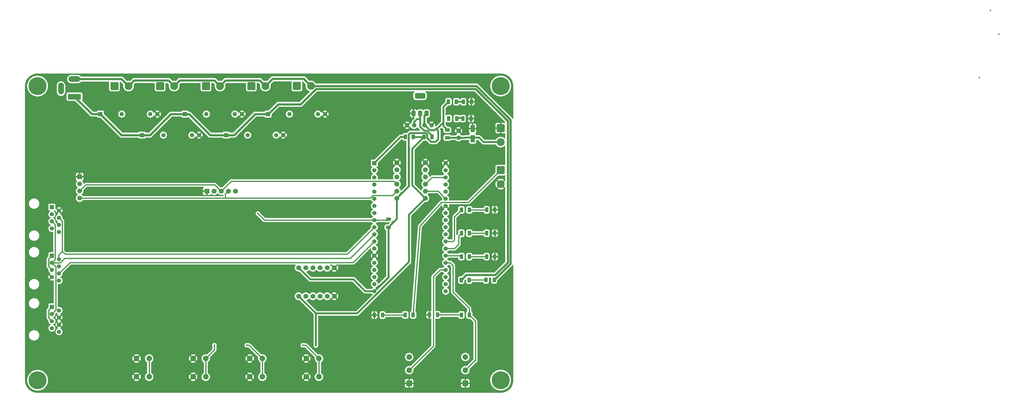
<source format=gbr>
%TF.GenerationSoftware,KiCad,Pcbnew,9.0.4*%
%TF.CreationDate,2025-10-29T20:46:00+01:00*%
%TF.ProjectId,Sterownik_Podlewania V1.1,53746572-6f77-46e6-996b-5f506f646c65,rev?*%
%TF.SameCoordinates,Original*%
%TF.FileFunction,Copper,L1,Top*%
%TF.FilePolarity,Positive*%
%FSLAX46Y46*%
G04 Gerber Fmt 4.6, Leading zero omitted, Abs format (unit mm)*
G04 Created by KiCad (PCBNEW 9.0.4) date 2025-10-29 20:46:00*
%MOMM*%
%LPD*%
G01*
G04 APERTURE LIST*
G04 Aperture macros list*
%AMRoundRect*
0 Rectangle with rounded corners*
0 $1 Rounding radius*
0 $2 $3 $4 $5 $6 $7 $8 $9 X,Y pos of 4 corners*
0 Add a 4 corners polygon primitive as box body*
4,1,4,$2,$3,$4,$5,$6,$7,$8,$9,$2,$3,0*
0 Add four circle primitives for the rounded corners*
1,1,$1+$1,$2,$3*
1,1,$1+$1,$4,$5*
1,1,$1+$1,$6,$7*
1,1,$1+$1,$8,$9*
0 Add four rect primitives between the rounded corners*
20,1,$1+$1,$2,$3,$4,$5,0*
20,1,$1+$1,$4,$5,$6,$7,0*
20,1,$1+$1,$6,$7,$8,$9,0*
20,1,$1+$1,$8,$9,$2,$3,0*%
G04 Aperture macros list end*
%TA.AperFunction,ComponentPad*%
%ADD10R,1.508000X1.508000*%
%TD*%
%TA.AperFunction,ComponentPad*%
%ADD11C,1.508000*%
%TD*%
%TA.AperFunction,SMDPad,CuDef*%
%ADD12RoundRect,0.250000X0.375000X0.625000X-0.375000X0.625000X-0.375000X-0.625000X0.375000X-0.625000X0*%
%TD*%
%TA.AperFunction,SMDPad,CuDef*%
%ADD13RoundRect,0.250000X-0.312500X-0.625000X0.312500X-0.625000X0.312500X0.625000X-0.312500X0.625000X0*%
%TD*%
%TA.AperFunction,SMDPad,CuDef*%
%ADD14RoundRect,0.250000X0.312500X0.625000X-0.312500X0.625000X-0.312500X-0.625000X0.312500X-0.625000X0*%
%TD*%
%TA.AperFunction,ComponentPad*%
%ADD15RoundRect,0.250001X-1.149999X-1.149999X1.149999X-1.149999X1.149999X1.149999X-1.149999X1.149999X0*%
%TD*%
%TA.AperFunction,ComponentPad*%
%ADD16C,2.800000*%
%TD*%
%TA.AperFunction,SMDPad,CuDef*%
%ADD17RoundRect,0.250000X0.625000X-0.312500X0.625000X0.312500X-0.625000X0.312500X-0.625000X-0.312500X0*%
%TD*%
%TA.AperFunction,ComponentPad*%
%ADD18C,0.800000*%
%TD*%
%TA.AperFunction,ComponentPad*%
%ADD19C,6.400000*%
%TD*%
%TA.AperFunction,ComponentPad*%
%ADD20R,1.500000X1.500000*%
%TD*%
%TA.AperFunction,ComponentPad*%
%ADD21C,1.500000*%
%TD*%
%TA.AperFunction,ComponentPad*%
%ADD22R,1.530000X1.530000*%
%TD*%
%TA.AperFunction,ComponentPad*%
%ADD23C,1.530000*%
%TD*%
%TA.AperFunction,ComponentPad*%
%ADD24R,2.000000X2.000000*%
%TD*%
%TA.AperFunction,ComponentPad*%
%ADD25C,2.000000*%
%TD*%
%TA.AperFunction,SMDPad,CuDef*%
%ADD26RoundRect,0.250000X-0.375000X-0.625000X0.375000X-0.625000X0.375000X0.625000X-0.375000X0.625000X0*%
%TD*%
%TA.AperFunction,ComponentPad*%
%ADD27C,1.600000*%
%TD*%
%TA.AperFunction,ComponentPad*%
%ADD28RoundRect,0.250001X-1.149999X1.149999X-1.149999X-1.149999X1.149999X-1.149999X1.149999X1.149999X0*%
%TD*%
%TA.AperFunction,ComponentPad*%
%ADD29R,1.700000X1.700000*%
%TD*%
%TA.AperFunction,ComponentPad*%
%ADD30C,1.700000*%
%TD*%
%TA.AperFunction,SMDPad,CuDef*%
%ADD31RoundRect,0.250000X0.550000X-1.050000X0.550000X1.050000X-0.550000X1.050000X-0.550000X-1.050000X0*%
%TD*%
%TA.AperFunction,ComponentPad*%
%ADD32R,4.600000X2.000000*%
%TD*%
%TA.AperFunction,ComponentPad*%
%ADD33O,4.200000X2.000000*%
%TD*%
%TA.AperFunction,ComponentPad*%
%ADD34O,2.000000X4.200000*%
%TD*%
%TA.AperFunction,ComponentPad*%
%ADD35C,1.778000*%
%TD*%
%TA.AperFunction,SMDPad,CuDef*%
%ADD36RoundRect,0.500000X1.400000X-0.500000X1.400000X0.500000X-1.400000X0.500000X-1.400000X-0.500000X0*%
%TD*%
%TA.AperFunction,SMDPad,CuDef*%
%ADD37RoundRect,0.375000X0.375000X-0.625000X0.375000X0.625000X-0.375000X0.625000X-0.375000X-0.625000X0*%
%TD*%
%TA.AperFunction,SMDPad,CuDef*%
%ADD38RoundRect,0.250000X-0.625000X0.375000X-0.625000X-0.375000X0.625000X-0.375000X0.625000X0.375000X0*%
%TD*%
%TA.AperFunction,ComponentPad*%
%ADD39R,1.778000X1.778000*%
%TD*%
%TA.AperFunction,ViaPad*%
%ADD40C,0.600000*%
%TD*%
%TA.AperFunction,Conductor*%
%ADD41C,0.406400*%
%TD*%
%TA.AperFunction,Conductor*%
%ADD42C,0.635000*%
%TD*%
%TA.AperFunction,Conductor*%
%ADD43C,0.762000*%
%TD*%
G04 APERTURE END LIST*
D10*
%TO.P,U4,1*%
%TO.N,VP*%
X122220000Y-57500000D03*
D11*
%TO.P,U4,2*%
%TO.N,Net-(J5-Pin_1)*%
X129840000Y-57500000D03*
%TO.P,U4,3*%
%TO.N,/Sekcja 4_5V*%
X140000000Y-57500000D03*
%TO.P,U4,4*%
%TO.N,GND*%
X142540000Y-57500000D03*
%TD*%
D12*
%TO.P,D2,1,K*%
%TO.N,Net-(D2-K)*%
X204300000Y-51600000D03*
%TO.P,D2,2,A*%
%TO.N,+3.3V*%
X201500000Y-51600000D03*
%TD*%
%TO.P,D9,1,K*%
%TO.N,Net-(D9-K)*%
X208750000Y-109250000D03*
%TO.P,D9,2,A*%
%TO.N,VP*%
X205950000Y-109250000D03*
%TD*%
D13*
%TO.P,R2,1*%
%TO.N,Net-(D2-K)*%
X206500000Y-51600000D03*
%TO.P,R2,2*%
%TO.N,GND*%
X209425000Y-51600000D03*
%TD*%
D14*
%TO.P,R8,1*%
%TO.N,Net-(D11-K)*%
X197500000Y-121662500D03*
%TO.P,R8,2*%
%TO.N,GND*%
X194575000Y-121662500D03*
%TD*%
D15*
%TO.P,J3,1,Pin_1*%
%TO.N,Net-(J3-Pin_1)*%
X98650000Y-40000000D03*
D16*
%TO.P,J3,2,Pin_2*%
%TO.N,GND_VP*%
X103650000Y-40000000D03*
%TD*%
D17*
%TO.P,R9,1*%
%TO.N,+5V*%
X180000000Y-90425000D03*
%TO.P,R9,2*%
%TO.N,/DS_WYJ\u015ACIE*%
X180000000Y-87500000D03*
%TD*%
D18*
%TO.P,REF\u002A\u002A,1*%
%TO.N,N/C*%
X52600000Y-40000000D03*
X53302944Y-38302944D03*
X53302944Y-41697056D03*
X55000000Y-37600000D03*
D19*
X55000000Y-40000000D03*
D18*
X55000000Y-42400000D03*
X56697056Y-38302944D03*
X56697056Y-41697056D03*
X57400000Y-40000000D03*
%TD*%
D20*
%TO.P,J8,1*%
%TO.N,+3.3V*%
X60100000Y-100557500D03*
D21*
%TO.P,J8,2*%
%TO.N,SDA_1*%
X62640000Y-101827500D03*
%TO.P,J8,3*%
%TO.N,SCL_1*%
X60100000Y-103097500D03*
%TO.P,J8,4*%
%TO.N,GND*%
X62640000Y-104367500D03*
%TO.P,J8,5*%
%TO.N,+3.3V*%
X60100000Y-105637500D03*
%TO.P,J8,6*%
%TO.N,/SEN0193_WYJ\u015ACIE*%
X62640000Y-106907500D03*
%TO.P,J8,7*%
%TO.N,GND*%
X60100000Y-108177500D03*
%TO.P,J8,8*%
%TO.N,+3.3V*%
X62640000Y-109447500D03*
%TD*%
D13*
%TO.P,R3,1*%
%TO.N,Net-(D6-K)*%
X215000000Y-84162500D03*
%TO.P,R3,2*%
%TO.N,GND*%
X217925000Y-84162500D03*
%TD*%
D22*
%TO.P,U10,1,3V3*%
%TO.N,Net-(D3-A)*%
X175000000Y-67500000D03*
D23*
%TO.P,U10,2,EN*%
%TO.N,unconnected-(U10-EN-Pad2)*%
X175000000Y-70040000D03*
%TO.P,U10,3,SENSOR_VP*%
%TO.N,/Sekcja 1*%
X175000000Y-72580000D03*
%TO.P,U10,4,SENSOR_VN*%
%TO.N,/Sekcja 2*%
X175000000Y-75120000D03*
%TO.P,U10,5,IO34*%
%TO.N,/Sekcja 3*%
X175000000Y-77660000D03*
%TO.P,U10,6,IO35*%
%TO.N,/Sekcja 4*%
X175000000Y-80200000D03*
%TO.P,U10,7,IO32*%
%TO.N,/Sekcja 5*%
X175000000Y-82740000D03*
%TO.P,U10,8,IO33*%
%TO.N,/Pompa_230*%
X175000000Y-85280000D03*
%TO.P,U10,9,IO25*%
%TO.N,/DS_WYJ\u015ACIE*%
X175000000Y-87820000D03*
%TO.P,U10,10,IO26*%
%TO.N,SDA_1*%
X175000000Y-90360000D03*
%TO.P,U10,11,IO27*%
%TO.N,SCL_1*%
X175000000Y-92900000D03*
%TO.P,U10,12,IO14*%
%TO.N,/SEN0193_WYJ\u015ACIE*%
X175000000Y-95440000D03*
%TO.P,U10,13,IO12*%
%TO.N,unconnected-(U10-IO12-Pad13)*%
X175000000Y-97980000D03*
%TO.P,U10,14,GND1*%
%TO.N,GND*%
X175000000Y-100520000D03*
%TO.P,U10,15,IO13*%
%TO.N,/Czujnik ci\u015Bnienia output*%
X175000000Y-103060000D03*
%TO.P,U10,16,SD2*%
%TO.N,unconnected-(U10-SD2-Pad16)*%
X175000000Y-105600000D03*
%TO.P,U10,17,SD3*%
%TO.N,unconnected-(U10-SD3-Pad17)*%
X175000000Y-108140000D03*
%TO.P,U10,18,CMD*%
%TO.N,unconnected-(U10-CMD-Pad18)*%
X175000000Y-110680000D03*
%TO.P,U10,19,EXT_5V*%
%TO.N,+5V*%
X175000000Y-113220000D03*
%TO.P,U10,20,CLK*%
%TO.N,unconnected-(U10-CLK-Pad20)*%
X200400000Y-113220000D03*
%TO.P,U10,21,SD0*%
%TO.N,unconnected-(U10-SD0-Pad21)*%
X200400000Y-110680000D03*
%TO.P,U10,22,SD1*%
%TO.N,unconnected-(U10-SD1-Pad22)*%
X200400000Y-108140000D03*
%TO.P,U10,23,IO15*%
%TO.N,/Pompa_230 M*%
X200400000Y-105600000D03*
%TO.P,U10,24,IO2*%
%TO.N,/TRYB*%
X200400000Y-103060000D03*
%TO.P,U10,25,IO0*%
%TO.N,/WIFI*%
X200400000Y-100520000D03*
%TO.P,U10,26,IO4*%
%TO.N,/B\u0141\u0104D2*%
X200400000Y-97980000D03*
%TO.P,U10,27,IO16*%
%TO.N,/B\u0141\u0104D1*%
X200400000Y-95440000D03*
%TO.P,U10,28,IO17*%
%TO.N,/SW4*%
X200400000Y-92900000D03*
%TO.P,U10,29,IO5*%
%TO.N,/SW3*%
X200400000Y-90360000D03*
%TO.P,U10,30,IO18*%
%TO.N,/SW2*%
X200400000Y-87820000D03*
%TO.P,U10,31,IO19*%
%TO.N,/SW1*%
X200400000Y-85280000D03*
%TO.P,U10,32,GND2*%
%TO.N,GND*%
X200400000Y-82740000D03*
%TO.P,U10,33,IO21*%
%TO.N,SCL_2*%
X200400000Y-80200000D03*
%TO.P,U10,34,RXD0*%
%TO.N,unconnected-(U10-RXD0-Pad34)*%
X200400000Y-77660000D03*
%TO.P,U10,35,TXD0*%
%TO.N,unconnected-(U10-TXD0-Pad35)*%
X200400000Y-75120000D03*
%TO.P,U10,36,IO22*%
%TO.N,SDA_2*%
X200400000Y-72580000D03*
%TO.P,U10,37,IO23*%
%TO.N,unconnected-(U10-IO23-Pad37)*%
X200400000Y-70040000D03*
%TO.P,U10,38,GND3*%
%TO.N,GND*%
X200400000Y-67500000D03*
%TD*%
D13*
%TO.P,R4,1*%
%TO.N,Net-(D7-K)*%
X215000000Y-92522500D03*
%TO.P,R4,2*%
%TO.N,GND*%
X217925000Y-92522500D03*
%TD*%
D24*
%TO.P,SW6,1,C*%
%TO.N,GND*%
X207400000Y-146102500D03*
D25*
%TO.P,SW6,2,B*%
%TO.N,/TRYB*%
X207400000Y-141402500D03*
%TO.P,SW6,3,A*%
%TO.N,Net-(SW6-A)*%
X207400000Y-136702500D03*
%TD*%
D15*
%TO.P,J4,1,Pin_1*%
%TO.N,Net-(J4-Pin_1)*%
X115000000Y-40000000D03*
D16*
%TO.P,J4,2,Pin_2*%
%TO.N,GND_VP*%
X120000000Y-40000000D03*
%TD*%
D26*
%TO.P,D11,1,K*%
%TO.N,Net-(D11-K)*%
X206003000Y-121702500D03*
%TO.P,D11,2,A*%
%TO.N,/TRYB*%
X208803000Y-121702500D03*
%TD*%
D13*
%TO.P,R1,1*%
%TO.N,Net-(D1-K)*%
X206700000Y-45600000D03*
%TO.P,R1,2*%
%TO.N,GND*%
X209625000Y-45600000D03*
%TD*%
D25*
%TO.P,SW1,1,C*%
%TO.N,GND*%
X110416667Y-143750000D03*
X110416667Y-137250000D03*
%TO.P,SW1,2,D*%
%TO.N,/SW2*%
X114916667Y-143750000D03*
X114916667Y-137250000D03*
%TD*%
D27*
%TO.P,C3,1*%
%TO.N,Net-(D5-A)*%
X205000000Y-58450000D03*
%TO.P,C3,2*%
%TO.N,GND*%
X205000000Y-55950000D03*
%TD*%
D15*
%TO.P,J2,1,Pin_1*%
%TO.N,Net-(J2-Pin_1)*%
X82400000Y-40000000D03*
D16*
%TO.P,J2,2,Pin_2*%
%TO.N,GND_VP*%
X87400000Y-40000000D03*
%TD*%
D28*
%TO.P,J11,1,Pin_1*%
%TO.N,/Pompa_230_5V*%
X220000000Y-70000000D03*
D16*
%TO.P,J11,2,Pin_2*%
%TO.N,GND*%
X220000000Y-75000000D03*
%TD*%
D29*
%TO.P,J12,1,Pin_1*%
%TO.N,GND*%
X70000000Y-72370000D03*
D30*
%TO.P,J12,2,Pin_2*%
%TO.N,+5V*%
X70000000Y-74910000D03*
%TO.P,J12,3,Pin_3*%
%TO.N,SDA_2_5V*%
X70000000Y-77450000D03*
%TO.P,J12,4,Pin_4*%
%TO.N,SCL_2_5V*%
X70000000Y-79990000D03*
%TD*%
D25*
%TO.P,SW4,1,C*%
%TO.N,GND*%
X150750000Y-143750000D03*
X150750000Y-137250000D03*
%TO.P,SW4,2,D*%
%TO.N,/SW4*%
X155250000Y-143750000D03*
X155250000Y-137250000D03*
%TD*%
D10*
%TO.P,U1,1*%
%TO.N,VP*%
X77380000Y-50000000D03*
D11*
%TO.P,U1,2*%
%TO.N,Net-(J2-Pin_1)*%
X85000000Y-50000000D03*
%TO.P,U1,3*%
%TO.N,/Sekcja 1_5V*%
X95160000Y-50000000D03*
%TO.P,U1,4*%
%TO.N,GND*%
X97700000Y-50000000D03*
%TD*%
D14*
%TO.P,R7,1*%
%TO.N,Net-(D10-K)*%
X177925000Y-121750000D03*
%TO.P,R7,2*%
%TO.N,GND*%
X175000000Y-121750000D03*
%TD*%
D13*
%TO.P,R5,1*%
%TO.N,Net-(D8-K)*%
X215000000Y-100882500D03*
%TO.P,R5,2*%
%TO.N,GND*%
X217925000Y-100882500D03*
%TD*%
D12*
%TO.P,D8,1,K*%
%TO.N,Net-(D8-K)*%
X208803000Y-100869167D03*
%TO.P,D8,2,A*%
%TO.N,/WIFI*%
X206003000Y-100869167D03*
%TD*%
D31*
%TO.P,C4,1*%
%TO.N,Net-(D5-A)*%
X210000000Y-58775000D03*
%TO.P,C4,2*%
%TO.N,GND*%
X210000000Y-55175000D03*
%TD*%
D32*
%TO.P,J1,1*%
%TO.N,VP*%
X68150000Y-43800000D03*
D33*
%TO.P,J1,2*%
%TO.N,GND_VP*%
X68150000Y-37500000D03*
D34*
%TO.P,J1,MP,MountPin*%
%TO.N,unconnected-(J1-MountPin-PadMP)*%
X63350000Y-40900000D03*
%TD*%
D12*
%TO.P,D1,1,K*%
%TO.N,Net-(D1-K)*%
X204200000Y-45600000D03*
%TO.P,D1,2,A*%
%TO.N,+5V*%
X201400000Y-45600000D03*
%TD*%
D18*
%TO.P,REF\u002A\u002A,1*%
%TO.N,N/C*%
X217600000Y-40000000D03*
X218302944Y-38302944D03*
X218302944Y-41697056D03*
X220000000Y-37600000D03*
D19*
X220000000Y-40000000D03*
D18*
X220000000Y-42400000D03*
X221697056Y-38302944D03*
X221697056Y-41697056D03*
X222400000Y-40000000D03*
%TD*%
D26*
%TO.P,D10,1,K*%
%TO.N,Net-(D10-K)*%
X186000000Y-121702500D03*
%TO.P,D10,2,A*%
%TO.N,/Pompa_230_5V*%
X188800000Y-121702500D03*
%TD*%
D24*
%TO.P,SW5,1,C*%
%TO.N,GND*%
X187400000Y-146102500D03*
D25*
%TO.P,SW5,2,B*%
%TO.N,/Pompa_230 M*%
X187400000Y-141402500D03*
%TO.P,SW5,3,A*%
%TO.N,Net-(SW5-A)*%
X187400000Y-136702500D03*
%TD*%
%TO.P,SW3,1,C*%
%TO.N,GND*%
X130583333Y-143750000D03*
X130583333Y-137250000D03*
%TO.P,SW3,2,D*%
%TO.N,/SW3*%
X135083333Y-143750000D03*
X135083333Y-137250000D03*
%TD*%
D13*
%TO.P,R6,1*%
%TO.N,Net-(D9-K)*%
X214750000Y-109202500D03*
%TO.P,R6,2*%
%TO.N,GND_VP*%
X217675000Y-109202500D03*
%TD*%
D18*
%TO.P,REF\u002A\u002A,1*%
%TO.N,N/C*%
X52600000Y-145000000D03*
X53302944Y-143302944D03*
X53302944Y-146697056D03*
X55000000Y-142600000D03*
D19*
X55000000Y-145000000D03*
D18*
X55000000Y-147400000D03*
X56697056Y-143302944D03*
X56697056Y-146697056D03*
X57400000Y-145000000D03*
%TD*%
D12*
%TO.P,D3,1,K*%
%TO.N,+3.3V*%
X188875000Y-58150000D03*
%TO.P,D3,2,A*%
%TO.N,Net-(D3-A)*%
X186075000Y-58150000D03*
%TD*%
D28*
%TO.P,J10,1,Pin_1*%
%TO.N,GND*%
X220000000Y-55000000D03*
D16*
%TO.P,J10,2,Pin_2*%
%TO.N,Net-(D5-A)*%
X220000000Y-60000000D03*
%TD*%
D15*
%TO.P,J5,1,Pin_1*%
%TO.N,Net-(J5-Pin_1)*%
X131150000Y-40000000D03*
D16*
%TO.P,J5,2,Pin_2*%
%TO.N,GND_VP*%
X136150000Y-40000000D03*
%TD*%
D18*
%TO.P,REF\u002A\u002A,1*%
%TO.N,N/C*%
X217572056Y-144972056D03*
X218275000Y-143275000D03*
X218275000Y-146669112D03*
X219972056Y-142572056D03*
D19*
X219972056Y-144972056D03*
D18*
X219972056Y-147372056D03*
X221669112Y-143275000D03*
X221669112Y-146669112D03*
X222372056Y-144972056D03*
%TD*%
D10*
%TO.P,U3,1*%
%TO.N,VP*%
X107500000Y-50000000D03*
D11*
%TO.P,U3,2*%
%TO.N,Net-(J4-Pin_1)*%
X115120000Y-50000000D03*
%TO.P,U3,3*%
%TO.N,/Sekcja 3_5V*%
X125280000Y-50000000D03*
%TO.P,U3,4*%
%TO.N,GND*%
X127820000Y-50000000D03*
%TD*%
D35*
%TO.P,U9,A1,A1*%
%TO.N,/Sekcja 1*%
X150540000Y-115000000D03*
%TO.P,U9,A2,A2*%
%TO.N,/Sekcja 2*%
X153080000Y-115000000D03*
%TO.P,U9,A3,A3*%
%TO.N,/Sekcja 3*%
X155620000Y-115000000D03*
%TO.P,U9,A4,A4*%
%TO.N,/Sekcja 4*%
X158160000Y-115000000D03*
%TO.P,U9,B1,B1*%
%TO.N,/Sekcja 1_5V*%
X150540000Y-104840000D03*
%TO.P,U9,B2,B2*%
%TO.N,/Sekcja 2_5V*%
X153080000Y-104840000D03*
%TO.P,U9,B3,B3*%
%TO.N,/Sekcja 3_5V*%
X155620000Y-104840000D03*
%TO.P,U9,B4,B4*%
%TO.N,/Sekcja 4_5V*%
X158160000Y-104840000D03*
%TO.P,U9,GND_1,GND*%
%TO.N,GND*%
X160700000Y-115000000D03*
%TO.P,U9,GND_2,GND*%
X160700000Y-104840000D03*
%TO.P,U9,HV,HV*%
%TO.N,+5V*%
X148000000Y-104840000D03*
%TO.P,U9,LV,LV*%
%TO.N,+3.3V*%
X148000000Y-115000000D03*
%TD*%
D10*
%TO.P,U2,1*%
%TO.N,VP*%
X92220000Y-57500000D03*
D11*
%TO.P,U2,2*%
%TO.N,Net-(J3-Pin_1)*%
X99840000Y-57500000D03*
%TO.P,U2,3*%
%TO.N,/Sekcja 2_5V*%
X110000000Y-57500000D03*
%TO.P,U2,4*%
%TO.N,GND*%
X112540000Y-57500000D03*
%TD*%
D27*
%TO.P,C1,1*%
%TO.N,Net-(D4-A)*%
X189150000Y-54000000D03*
%TO.P,C1,2*%
%TO.N,GND*%
X186650000Y-54000000D03*
%TD*%
%TO.P,C2,1*%
%TO.N,+5V*%
X192850000Y-54000000D03*
%TO.P,C2,2*%
%TO.N,GND*%
X195350000Y-54000000D03*
%TD*%
D20*
%TO.P,J7,1*%
%TO.N,unconnected-(J7-Pad1)*%
X60100000Y-83217500D03*
D21*
%TO.P,J7,2*%
%TO.N,GND*%
X62640000Y-84487500D03*
%TO.P,J7,3*%
%TO.N,+3.3V*%
X60100000Y-85757500D03*
%TO.P,J7,4*%
%TO.N,SDA_1*%
X62640000Y-87027500D03*
%TO.P,J7,5*%
%TO.N,SCL_1*%
X60100000Y-88297500D03*
%TO.P,J7,6*%
%TO.N,GND*%
X62640000Y-89567500D03*
%TO.P,J7,7*%
%TO.N,+3.3V*%
X60100000Y-90837500D03*
%TO.P,J7,8*%
%TO.N,unconnected-(J7-Pad8)*%
X62640000Y-92107500D03*
%TD*%
D36*
%TO.P,U6,*%
%TO.N,*%
X191262500Y-43475000D03*
D37*
%TO.P,U6,1,GND*%
%TO.N,GND*%
X188962500Y-49775000D03*
%TO.P,U6,2,VO*%
%TO.N,Net-(D4-A)*%
X191262500Y-49775000D03*
%TO.P,U6,3,VI*%
%TO.N,+5V*%
X193562500Y-49775000D03*
%TD*%
D12*
%TO.P,D6,1,K*%
%TO.N,Net-(D6-K)*%
X208803000Y-84202500D03*
%TO.P,D6,2,A*%
%TO.N,/B\u0141\u0104D1*%
X206003000Y-84202500D03*
%TD*%
D38*
%TO.P,D5,1,K*%
%TO.N,+5V*%
X201000000Y-55650000D03*
%TO.P,D5,2,A*%
%TO.N,Net-(D5-A)*%
X201000000Y-58450000D03*
%TD*%
D20*
%TO.P,J9,1*%
%TO.N,+3.3V*%
X60100000Y-118815000D03*
D21*
%TO.P,J9,2*%
%TO.N,SDA_1*%
X62640000Y-120085000D03*
%TO.P,J9,3*%
%TO.N,SCL_1*%
X60100000Y-121355000D03*
%TO.P,J9,4*%
%TO.N,GND*%
X62640000Y-122625000D03*
%TO.P,J9,5*%
%TO.N,+3.3V*%
X60100000Y-123895000D03*
%TO.P,J9,6*%
%TO.N,GND*%
X62640000Y-125165000D03*
%TO.P,J9,7*%
%TO.N,Net-(J9-Pad7)*%
X60100000Y-126435000D03*
%TO.P,J9,8*%
%TO.N,+5V*%
X62640000Y-127705000D03*
%TD*%
D39*
%TO.P,U8,1,GND*%
%TO.N,GND*%
X115340000Y-77500000D03*
D35*
%TO.P,U8,2,VCC*%
%TO.N,+5V*%
X117880000Y-77500000D03*
%TO.P,U8,3,SDA*%
%TO.N,SDA_2_5V*%
X120420000Y-77500000D03*
%TO.P,U8,4,SCL*%
%TO.N,SCL_2_5V*%
X122960000Y-77500000D03*
%TO.P,U8,5,DS*%
%TO.N,/DS_WYJ\u015ACIE*%
X125500000Y-77500000D03*
%TD*%
D12*
%TO.P,D7,1,K*%
%TO.N,Net-(D7-K)*%
X208803000Y-92535833D03*
%TO.P,D7,2,A*%
%TO.N,/B\u0141\u0104D2*%
X206003000Y-92535833D03*
%TD*%
D15*
%TO.P,J6,1,Pin_1*%
%TO.N,Net-(J6-Pin_1)*%
X147400000Y-39967500D03*
D16*
%TO.P,J6,2,Pin_2*%
%TO.N,GND_VP*%
X152400000Y-39967500D03*
%TD*%
D26*
%TO.P,D4,1,K*%
%TO.N,+3.3V*%
X192700000Y-58150000D03*
%TO.P,D4,2,A*%
%TO.N,Net-(D4-A)*%
X195500000Y-58150000D03*
%TD*%
D35*
%TO.P,U7,A1,A1*%
%TO.N,SCL_2*%
X193160000Y-77500000D03*
%TO.P,U7,A2,A2*%
%TO.N,SDA_2*%
X193160000Y-74960000D03*
%TO.P,U7,A3,A3*%
%TO.N,/Pompa_230*%
X193160000Y-72420000D03*
%TO.P,U7,A4,A4*%
%TO.N,/Sekcja 5*%
X193160000Y-69880000D03*
%TO.P,U7,B1,B1*%
%TO.N,SCL_2_5V*%
X183000000Y-77500000D03*
%TO.P,U7,B2,B2*%
%TO.N,SDA_2_5V*%
X183000000Y-74960000D03*
%TO.P,U7,B3,B3*%
%TO.N,/Pompa_230_5V*%
X183000000Y-72420000D03*
%TO.P,U7,B4,B4*%
%TO.N,/Sekcja 5_5V*%
X183000000Y-69880000D03*
%TO.P,U7,GND_1,GND*%
%TO.N,GND*%
X193160000Y-67340000D03*
%TO.P,U7,GND_2,GND*%
X183000000Y-67340000D03*
%TO.P,U7,HV,HV*%
%TO.N,+5V*%
X183000000Y-80040000D03*
%TO.P,U7,LV,LV*%
%TO.N,+3.3V*%
X193160000Y-80040000D03*
%TD*%
D10*
%TO.P,U5,1*%
%TO.N,VP*%
X137105000Y-50000000D03*
D11*
%TO.P,U5,2*%
%TO.N,Net-(J6-Pin_1)*%
X144725000Y-50000000D03*
%TO.P,U5,3*%
%TO.N,/Sekcja 5_5V*%
X154885000Y-50000000D03*
%TO.P,U5,4*%
%TO.N,GND*%
X157425000Y-50000000D03*
%TD*%
D25*
%TO.P,SW2,1,C*%
%TO.N,GND*%
X90250000Y-143750000D03*
X90250000Y-137250000D03*
%TO.P,SW2,2,D*%
%TO.N,/SW1*%
X94750000Y-143750000D03*
X94750000Y-137250000D03*
%TD*%
D40*
%TO.N,*%
X390500000Y-37000000D03*
X394500000Y-13000000D03*
X397500000Y-21500000D03*
%TO.N,GND*%
X192000000Y-68500000D03*
%TO.N,+3.3V*%
X154150000Y-132600000D03*
X191075000Y-58200000D03*
X201600000Y-51000000D03*
%TO.N,/SW2*%
X118000000Y-132500000D03*
%TO.N,/SW3*%
X129500000Y-132500000D03*
%TO.N,/SW4*%
X149500000Y-132500000D03*
%TO.N,/DS_WYJ\u015ACIE*%
X133500000Y-85500000D03*
%TD*%
D41*
%TO.N,/SW1*%
X94750000Y-137250000D02*
X94750000Y-143750000D01*
%TO.N,/Pompa_230 M*%
X196000000Y-108000000D02*
X198400000Y-105600000D01*
X198400000Y-105600000D02*
X200400000Y-105600000D01*
X187400000Y-141402500D02*
X196000000Y-132802500D01*
X196000000Y-132802500D02*
X196000000Y-108000000D01*
D42*
%TO.N,Net-(D2-K)*%
X206500000Y-51325000D02*
X204300000Y-51325000D01*
%TO.N,+5V*%
X193843500Y-58587250D02*
X195206250Y-59950000D01*
X193400250Y-56756500D02*
X193843500Y-57199750D01*
X192850000Y-53875000D02*
X194059500Y-55084500D01*
X187218500Y-57281500D02*
X187743500Y-56756500D01*
X193562500Y-49775000D02*
X192850000Y-50487500D01*
X171780000Y-113220000D02*
X175000000Y-113220000D01*
X187218500Y-75821500D02*
X187218500Y-57281500D01*
X197250000Y-55500000D02*
X196750000Y-55500000D01*
X201400000Y-45600000D02*
X199556500Y-47443500D01*
X199556500Y-53000000D02*
X199556500Y-52000000D01*
X197356500Y-55200000D02*
X199556500Y-53000000D01*
X201000000Y-55650000D02*
X199556500Y-54206500D01*
X196800000Y-59950000D02*
X197750000Y-59000000D01*
X167560000Y-109000000D02*
X171780000Y-113220000D01*
X192850000Y-50487500D02*
X192850000Y-53875000D01*
X148000000Y-104840000D02*
X152160000Y-109000000D01*
X183000000Y-80040000D02*
X187218500Y-75821500D01*
X199556500Y-54206500D02*
X199556500Y-53000000D01*
X187743500Y-56756500D02*
X193400250Y-56756500D01*
X193843500Y-57199750D02*
X193843500Y-58587250D01*
X194758314Y-55750000D02*
X196500000Y-55750000D01*
X199556500Y-52000000D02*
X199556500Y-52381500D01*
X196750000Y-55500000D02*
X197050000Y-55200000D01*
X195206250Y-59950000D02*
X196800000Y-59950000D01*
X199556500Y-47443500D02*
X199556500Y-52000000D01*
X152160000Y-109000000D02*
X167560000Y-109000000D01*
X197050000Y-55200000D02*
X197356500Y-55200000D01*
X197750000Y-59000000D02*
X197750000Y-56000000D01*
X197750000Y-56000000D02*
X197250000Y-55500000D01*
X196500000Y-55750000D02*
X197050000Y-55200000D01*
X194059500Y-55084500D02*
X194092814Y-55084500D01*
X180000000Y-90425000D02*
X180000000Y-108220000D01*
X194092814Y-55084500D02*
X194758314Y-55750000D01*
X183000000Y-87425000D02*
X183000000Y-80040000D01*
X180000000Y-108220000D02*
X175000000Y-113220000D01*
X180000000Y-90425000D02*
X183000000Y-87425000D01*
%TO.N,Net-(D4-A)*%
X191262500Y-53962500D02*
X191262500Y-51750000D01*
X191262500Y-54462500D02*
X191262500Y-53962500D01*
X190200000Y-51750000D02*
X189150000Y-52800000D01*
X191262500Y-51750000D02*
X190200000Y-51750000D01*
X193746532Y-55920500D02*
X192720500Y-55920500D01*
X192720500Y-55920500D02*
X191262500Y-54462500D01*
X195500000Y-57673968D02*
X193746532Y-55920500D01*
X195500000Y-58150000D02*
X195500000Y-57673968D01*
X191262500Y-49775000D02*
X191262500Y-53962500D01*
X189150000Y-52800000D02*
X189150000Y-54000000D01*
%TO.N,+3.3V*%
X192700000Y-58150000D02*
X188500000Y-62350000D01*
X188925000Y-58200000D02*
X188875000Y-58150000D01*
X154150000Y-121150000D02*
X154150000Y-132600000D01*
D41*
X60100000Y-118815000D02*
X58945800Y-119969200D01*
D42*
X192700000Y-58200000D02*
X191075000Y-58200000D01*
X191075000Y-58200000D02*
X188925000Y-58200000D01*
D41*
X58945800Y-122740800D02*
X60100000Y-123895000D01*
D42*
X148000000Y-115000000D02*
X154150000Y-121150000D01*
D41*
X60100000Y-105637500D02*
X58945800Y-104483300D01*
X58945800Y-101711700D02*
X60100000Y-100557500D01*
D42*
X188500000Y-62350000D02*
X188500000Y-75380000D01*
X154150000Y-121150000D02*
X168885144Y-121150000D01*
X188500000Y-75380000D02*
X193160000Y-80040000D01*
X168885144Y-121150000D02*
X187300000Y-102735144D01*
D41*
X58945800Y-119969200D02*
X58945800Y-122740800D01*
D42*
X187300000Y-85900000D02*
X193160000Y-80040000D01*
D41*
X58945800Y-104483300D02*
X58945800Y-101711700D01*
D42*
X187300000Y-102735144D02*
X187300000Y-85900000D01*
%TO.N,Net-(D5-A)*%
X212300000Y-58400000D02*
X207400000Y-58400000D01*
X220000000Y-60000000D02*
X213900000Y-60000000D01*
X213900000Y-60000000D02*
X212300000Y-58400000D01*
X207350000Y-58450000D02*
X201000000Y-58450000D01*
X207400000Y-58400000D02*
X207350000Y-58450000D01*
D41*
%TO.N,/B\u0141\u0104D1*%
X203500000Y-95000000D02*
X203500000Y-86705500D01*
X203060000Y-95440000D02*
X203500000Y-95000000D01*
X200400000Y-95440000D02*
X203060000Y-95440000D01*
X203500000Y-86705500D02*
X206003000Y-84202500D01*
%TO.N,/B\u0141\u0104D2*%
X205000000Y-96500000D02*
X203520000Y-97980000D01*
X206003000Y-92535833D02*
X205000000Y-93538833D01*
X205000000Y-93538833D02*
X205000000Y-96500000D01*
X203520000Y-97980000D02*
X200400000Y-97980000D01*
D42*
%TO.N,Net-(D1-K)*%
X206700000Y-45600000D02*
X204200000Y-45600000D01*
D41*
%TO.N,/WIFI*%
X205653833Y-100520000D02*
X206003000Y-100869167D01*
X200400000Y-100520000D02*
X205653833Y-100520000D01*
%TO.N,Net-(D6-K)*%
X208803000Y-84202500D02*
X214960000Y-84202500D01*
X214960000Y-84202500D02*
X215000000Y-84162500D01*
%TO.N,/TRYB*%
X211000000Y-138000000D02*
X211000000Y-123899500D01*
X202060000Y-103060000D02*
X203000000Y-104000000D01*
X208803000Y-119303000D02*
X208803000Y-121702500D01*
X203000000Y-104000000D02*
X203000000Y-113500000D01*
X207400000Y-141402500D02*
X210802500Y-138000000D01*
X200400000Y-103060000D02*
X202060000Y-103060000D01*
X211000000Y-123899500D02*
X208803000Y-121702500D01*
X203000000Y-113500000D02*
X208803000Y-119303000D01*
X210802500Y-138000000D02*
X211000000Y-138000000D01*
%TO.N,Net-(D7-K)*%
X208803000Y-92535833D02*
X214986667Y-92535833D01*
X214986667Y-92535833D02*
X215000000Y-92522500D01*
%TO.N,/Pompa_230_5V*%
X191250000Y-90000000D02*
X188800000Y-121702500D01*
X220000000Y-70000000D02*
X208500000Y-81500000D01*
X208500000Y-81500000D02*
X198900000Y-81500000D01*
X198900000Y-81500000D02*
X191250000Y-90000000D01*
%TO.N,/Sekcja 1*%
X151000000Y-114540000D02*
X150540000Y-115000000D01*
D42*
%TO.N,Net-(D3-A)*%
X186075000Y-58150000D02*
X184350000Y-58150000D01*
X184312500Y-58187500D02*
X175000000Y-67500000D01*
X184350000Y-58150000D02*
X184312500Y-58187500D01*
D41*
%TO.N,Net-(D9-K)*%
X214960000Y-109202500D02*
X215000000Y-109242500D01*
X208803000Y-109202500D02*
X214960000Y-109202500D01*
%TO.N,/SW2*%
X114916667Y-137250000D02*
X118000000Y-134166667D01*
X114916667Y-137250000D02*
X114916667Y-143750000D01*
X118000000Y-134166667D02*
X118000000Y-132500000D01*
%TO.N,/SW3*%
X135083333Y-137250000D02*
X135083333Y-143750000D01*
X130333333Y-132500000D02*
X129500000Y-132500000D01*
X135083333Y-137250000D02*
X130333333Y-132500000D01*
%TO.N,/SW4*%
X155250000Y-137250000D02*
X150500000Y-132500000D01*
X155250000Y-137250000D02*
X155250000Y-143750000D01*
X150500000Y-132500000D02*
X149500000Y-132500000D01*
%TO.N,/SEN0193_WYJ\u015ACIE*%
X167440000Y-103000000D02*
X66547500Y-103000000D01*
X62640000Y-106907500D02*
X62640000Y-106360000D01*
X66547500Y-103000000D02*
X62640000Y-106907500D01*
X175000000Y-95440000D02*
X167440000Y-103000000D01*
%TO.N,/DS_WYJ\u015ACIE*%
X133500000Y-85500000D02*
X135820000Y-87820000D01*
X179500000Y-88000000D02*
X180000000Y-87500000D01*
X175000000Y-87820000D02*
X179680000Y-87820000D01*
X135820000Y-87820000D02*
X175000000Y-87820000D01*
X174840000Y-87660000D02*
X175000000Y-87820000D01*
X179680000Y-87820000D02*
X180000000Y-87500000D01*
D43*
%TO.N,GND_VP*%
X149800000Y-37400000D02*
X152400000Y-40000000D01*
X211407942Y-40000000D02*
X223463000Y-52055058D01*
X121982000Y-38018000D02*
X134168000Y-38018000D01*
X223463000Y-103414500D02*
X217675000Y-109202500D01*
X138750000Y-37400000D02*
X149800000Y-37400000D01*
X101668000Y-38018000D02*
X103650000Y-40000000D01*
X68150000Y-37500000D02*
X84900000Y-37500000D01*
X120000000Y-40000000D02*
X121982000Y-38018000D01*
X134168000Y-38018000D02*
X136150000Y-40000000D01*
X152400000Y-40000000D02*
X211407942Y-40000000D01*
X118018000Y-38018000D02*
X120000000Y-40000000D01*
X87400000Y-40000000D02*
X89382000Y-38018000D01*
X84900000Y-37500000D02*
X87400000Y-40000000D01*
X223463000Y-52055058D02*
X223463000Y-103414500D01*
X103650000Y-40000000D02*
X105632000Y-38018000D01*
X136150000Y-40000000D02*
X138750000Y-37400000D01*
X89382000Y-38018000D02*
X101668000Y-38018000D01*
X105632000Y-38018000D02*
X118018000Y-38018000D01*
D41*
%TO.N,Net-(D10-K)*%
X177797500Y-121702500D02*
X177750000Y-121750000D01*
X186250000Y-121702500D02*
X177797500Y-121702500D01*
%TO.N,Net-(D11-K)*%
X205963000Y-121662500D02*
X206003000Y-121702500D01*
X197500000Y-121662500D02*
X205963000Y-121662500D01*
D43*
%TO.N,VP*%
X102500000Y-50000000D02*
X107500000Y-50000000D01*
X95000000Y-57500000D02*
X102500000Y-50000000D01*
X107500000Y-50000000D02*
X109000000Y-50000000D01*
X68150000Y-43800000D02*
X74350000Y-50000000D01*
X132500000Y-50000000D02*
X137220000Y-50000000D01*
X122220000Y-57500000D02*
X125000000Y-57500000D01*
X207755500Y-107450000D02*
X206003000Y-109202500D01*
X84880000Y-57500000D02*
X92220000Y-57500000D01*
X77380000Y-50000000D02*
X84880000Y-57500000D01*
X137220000Y-50000000D02*
X140720000Y-46500000D01*
X92220000Y-57500000D02*
X95000000Y-57500000D01*
X222500000Y-52453946D02*
X222500000Y-103015612D01*
X211046054Y-41000000D02*
X222500000Y-52453946D01*
X140720000Y-46500000D02*
X148702972Y-46500000D01*
X222500000Y-103015612D02*
X218065612Y-107450000D01*
X154202972Y-41000000D02*
X211046054Y-41000000D01*
X148702972Y-46500000D02*
X154202972Y-41000000D01*
X125000000Y-57500000D02*
X132500000Y-50000000D01*
X218065612Y-107450000D02*
X207755500Y-107450000D01*
X74350000Y-50000000D02*
X77380000Y-50000000D01*
X109000000Y-50000000D02*
X116500000Y-57500000D01*
X116500000Y-57500000D02*
X122220000Y-57500000D01*
D41*
%TO.N,Net-(D8-K)*%
X214986667Y-100869167D02*
X215000000Y-100882500D01*
X208803000Y-100869167D02*
X214986667Y-100869167D01*
%TO.N,SCL_1*%
X166450000Y-101500000D02*
X64599786Y-101500000D01*
X60100000Y-103097500D02*
X61254200Y-101943300D01*
X175000000Y-92950000D02*
X166450000Y-101500000D01*
X61254200Y-89451700D02*
X60100000Y-88297500D01*
X61485800Y-119969200D02*
X61485800Y-104483300D01*
X61254200Y-101943300D02*
X61254200Y-89451700D01*
X61485800Y-104483300D02*
X60100000Y-103097500D01*
X175000000Y-92900000D02*
X175000000Y-92950000D01*
X60100000Y-121355000D02*
X61485800Y-119969200D01*
X63002286Y-103097500D02*
X60100000Y-103097500D01*
X64599786Y-101500000D02*
X63002286Y-103097500D01*
%TO.N,SDA_1*%
X62500000Y-101687500D02*
X62500000Y-100294200D01*
X175000000Y-90360000D02*
X165360000Y-100000000D01*
X165360000Y-100000000D02*
X64794200Y-100000000D01*
X63794200Y-88181700D02*
X62640000Y-87027500D01*
X62640000Y-101827500D02*
X62500000Y-101687500D01*
X62500000Y-100294200D02*
X63794200Y-99000000D01*
X63794200Y-99000000D02*
X63794200Y-88181700D01*
X64794200Y-100000000D02*
X63794200Y-99000000D01*
%TO.N,SCL_2*%
X200400000Y-80200000D02*
X197700000Y-77500000D01*
X197700000Y-77500000D02*
X193160000Y-77500000D01*
%TO.N,SDA_2_5V*%
X118170000Y-75250000D02*
X72200000Y-75250000D01*
X72200000Y-75250000D02*
X70000000Y-77450000D01*
X120420000Y-77500000D02*
X118170000Y-75250000D01*
X123969200Y-73950800D02*
X181990800Y-73950800D01*
X181990800Y-73950800D02*
X183000000Y-74960000D01*
X120420000Y-77500000D02*
X123969200Y-73950800D01*
%TO.N,SCL_2_5V*%
X121900000Y-78560000D02*
X121900000Y-79675000D01*
X70000000Y-79990000D02*
X173556501Y-79990000D01*
X122960000Y-77500000D02*
X121900000Y-78560000D01*
X174085751Y-79460750D02*
X174515701Y-79030800D01*
X181469200Y-79030800D02*
X183000000Y-77500000D01*
X174515701Y-79030800D02*
X173971501Y-79575000D01*
X174515701Y-79030800D02*
X181469200Y-79030800D01*
X70000000Y-79990000D02*
X70290000Y-79700000D01*
X173556501Y-79990000D02*
X174085751Y-79460750D01*
%TO.N,SDA_2*%
X200400000Y-72580000D02*
X195540000Y-72580000D01*
X195540000Y-72580000D02*
X193160000Y-74960000D01*
%TO.N,unconnected-(U10-IO12-Pad13)*%
X174980000Y-98000000D02*
X175000000Y-97980000D01*
%TD*%
%TA.AperFunction,Conductor*%
%TO.N,+5V*%
G36*
X180193039Y-90444685D02*
G01*
X180238794Y-90497489D01*
X180250000Y-90549000D01*
X180250000Y-91487499D01*
X180276181Y-91513680D01*
X180309666Y-91575003D01*
X180312500Y-91601361D01*
X180312500Y-107760974D01*
X180312820Y-107778956D01*
X180313139Y-107787872D01*
X180314103Y-107805858D01*
X180314105Y-107805873D01*
X180344686Y-107946449D01*
X180344688Y-107946456D01*
X180354300Y-107972227D01*
X180369105Y-108011921D01*
X180369107Y-108011925D01*
X180430334Y-108124053D01*
X180438056Y-108138195D01*
X180501409Y-108201549D01*
X180534892Y-108262872D01*
X180529906Y-108332563D01*
X180501406Y-108376909D01*
X176283413Y-112594901D01*
X176222090Y-112628386D01*
X176152398Y-112623402D01*
X176096465Y-112581530D01*
X176085247Y-112563515D01*
X176081924Y-112556994D01*
X176054417Y-112519135D01*
X176054417Y-112519134D01*
X175491127Y-113082423D01*
X175475245Y-113023147D01*
X175408102Y-112906853D01*
X175313147Y-112811898D01*
X175196853Y-112744755D01*
X175137572Y-112728871D01*
X175700864Y-112165580D01*
X175663008Y-112138077D01*
X175511277Y-112060765D01*
X175460481Y-112012790D01*
X175443686Y-111944969D01*
X175466224Y-111878834D01*
X175511277Y-111839795D01*
X175663266Y-111762353D01*
X175824418Y-111645269D01*
X175965269Y-111504418D01*
X176082353Y-111343266D01*
X176159148Y-111192546D01*
X176207121Y-111141752D01*
X176274942Y-111124956D01*
X176295989Y-111127675D01*
X176300216Y-111128595D01*
X176323446Y-111130256D01*
X176369906Y-111133579D01*
X176369908Y-111133579D01*
X176369909Y-111133579D01*
X176379487Y-111132893D01*
X176513419Y-111123315D01*
X176648228Y-111073033D01*
X176709551Y-111039548D01*
X176824732Y-110953325D01*
X179503123Y-108274935D01*
X179539288Y-108234673D01*
X179555922Y-108214031D01*
X179587567Y-108170147D01*
X179647338Y-108039270D01*
X179667023Y-107972231D01*
X179667024Y-107972227D01*
X179687500Y-107829811D01*
X179687500Y-91601361D01*
X179707185Y-91534322D01*
X179723819Y-91513680D01*
X179750000Y-91487499D01*
X179750000Y-90549000D01*
X179769685Y-90481961D01*
X179822489Y-90436206D01*
X179874000Y-90425000D01*
X180126000Y-90425000D01*
X180193039Y-90444685D01*
G37*
%TD.AperFunction*%
%TA.AperFunction,Conductor*%
G36*
X182830899Y-81419530D02*
G01*
X182890685Y-81429000D01*
X183109315Y-81429000D01*
X183169101Y-81419530D01*
X183238394Y-81428484D01*
X183291847Y-81473479D01*
X183312487Y-81540231D01*
X183312500Y-81542003D01*
X183312500Y-87443566D01*
X183310117Y-87467759D01*
X183302873Y-87504174D01*
X183295817Y-87527434D01*
X183281608Y-87561737D01*
X183270152Y-87583171D01*
X183257882Y-87601534D01*
X183250936Y-87611931D01*
X183250928Y-87611943D01*
X183249886Y-87613501D01*
X183249491Y-87614093D01*
X183234097Y-87632844D01*
X183166956Y-87699987D01*
X183166943Y-87699999D01*
X183163988Y-87702952D01*
X183163983Y-87702957D01*
X183159042Y-87707897D01*
X183155092Y-87711847D01*
X181307731Y-89559208D01*
X181246408Y-89592693D01*
X181176716Y-89587709D01*
X181132369Y-89559208D01*
X181093345Y-89520184D01*
X180944124Y-89428143D01*
X180944119Y-89428141D01*
X180842614Y-89394506D01*
X180785169Y-89354733D01*
X180758346Y-89290218D01*
X180770661Y-89221442D01*
X180793935Y-89189121D01*
X180850934Y-89132123D01*
X180863443Y-89119160D01*
X180869475Y-89112682D01*
X180881556Y-89099234D01*
X180959343Y-88978194D01*
X180988190Y-88915027D01*
X180988365Y-88914647D01*
X180988368Y-88914638D01*
X180988370Y-88914635D01*
X181028904Y-88776582D01*
X181028903Y-88632702D01*
X181018959Y-88563544D01*
X181017713Y-88559300D01*
X181017709Y-88489430D01*
X181055481Y-88430650D01*
X181071592Y-88418820D01*
X181093656Y-88405212D01*
X181217712Y-88281156D01*
X181232242Y-88257597D01*
X181284188Y-88210874D01*
X181353150Y-88199651D01*
X181364128Y-88201527D01*
X181420106Y-88213704D01*
X181479060Y-88217920D01*
X181489796Y-88218688D01*
X181489798Y-88218688D01*
X181489799Y-88218688D01*
X181499377Y-88218002D01*
X181633309Y-88208424D01*
X181768118Y-88158142D01*
X181829441Y-88124657D01*
X181944622Y-88038434D01*
X182503123Y-87479934D01*
X182539288Y-87439672D01*
X182555922Y-87419030D01*
X182587567Y-87375146D01*
X182647338Y-87244269D01*
X182667023Y-87177230D01*
X182667024Y-87177226D01*
X182687500Y-87034810D01*
X182687500Y-81542003D01*
X182707185Y-81474964D01*
X182759989Y-81429209D01*
X182829147Y-81419265D01*
X182830899Y-81419530D01*
G37*
%TD.AperFunction*%
%TA.AperFunction,Conductor*%
G36*
X187472982Y-59923999D02*
G01*
X187519268Y-59976338D01*
X187531000Y-60028986D01*
X187531000Y-61357330D01*
X187531320Y-61375312D01*
X187531639Y-61384228D01*
X187532603Y-61402214D01*
X187532605Y-61402229D01*
X187563186Y-61542805D01*
X187563188Y-61542812D01*
X187578347Y-61583456D01*
X187587605Y-61608277D01*
X187587607Y-61608281D01*
X187648834Y-61720409D01*
X187656556Y-61734551D01*
X187748565Y-61826563D01*
X187758145Y-61844108D01*
X187771765Y-61858736D01*
X187774545Y-61874142D01*
X187782049Y-61887886D01*
X187780622Y-61907824D01*
X187784172Y-61927496D01*
X187777284Y-61954483D01*
X187777063Y-61957577D01*
X187775444Y-61961694D01*
X187775097Y-61962532D01*
X187744266Y-62036964D01*
X187744264Y-62036966D01*
X187713436Y-62111393D01*
X187713433Y-62111405D01*
X187682000Y-62269429D01*
X187682000Y-75460570D01*
X187713433Y-75618594D01*
X187713435Y-75618601D01*
X187715640Y-75623925D01*
X187718364Y-75649280D01*
X187725052Y-75673887D01*
X187722036Y-75683438D01*
X187723106Y-75693394D01*
X187711692Y-75716193D01*
X187704013Y-75740513D01*
X187694414Y-75750707D01*
X187691829Y-75755873D01*
X187680364Y-75766713D01*
X187678339Y-75768396D01*
X187632508Y-75803363D01*
X187615661Y-75820520D01*
X187615497Y-75820657D01*
X187585780Y-75850951D01*
X187585743Y-75850988D01*
X187570702Y-75866306D01*
X187568381Y-75870648D01*
X187567165Y-75874936D01*
X187562164Y-75882279D01*
X187561521Y-75883154D01*
X187553843Y-75892594D01*
X187549247Y-75897710D01*
X187539324Y-75903838D01*
X187527321Y-75921803D01*
X187527314Y-75921814D01*
X187496137Y-75968462D01*
X187496110Y-75968511D01*
X187468019Y-76010552D01*
X187452598Y-76029342D01*
X184265551Y-79216387D01*
X184204228Y-79249872D01*
X184168140Y-79252324D01*
X184143191Y-79250360D01*
X183489494Y-79904056D01*
X183473381Y-79843919D01*
X183406502Y-79728080D01*
X183311920Y-79633498D01*
X183196081Y-79566619D01*
X183135941Y-79550504D01*
X183789638Y-78896807D01*
X183789638Y-78896806D01*
X183753606Y-78870628D01*
X183710939Y-78815299D01*
X183704959Y-78745685D01*
X183737565Y-78683890D01*
X183753599Y-78669994D01*
X183905199Y-78559852D01*
X184059852Y-78405199D01*
X184059854Y-78405195D01*
X184059857Y-78405193D01*
X184122308Y-78319235D01*
X184188407Y-78228257D01*
X184287701Y-78033383D01*
X184321799Y-77928437D01*
X184361234Y-77870765D01*
X184425592Y-77843565D01*
X184448574Y-77843073D01*
X184478287Y-77845198D01*
X184478289Y-77845198D01*
X184478290Y-77845198D01*
X184487868Y-77844512D01*
X184621800Y-77834934D01*
X184756609Y-77784652D01*
X184817932Y-77751167D01*
X184933113Y-77664944D01*
X186721623Y-75876435D01*
X186757788Y-75836173D01*
X186774422Y-75815531D01*
X186806067Y-75771647D01*
X186865838Y-75640770D01*
X186885523Y-75573731D01*
X186885524Y-75573727D01*
X186906000Y-75431311D01*
X186906000Y-60032794D01*
X186925685Y-59965755D01*
X186978489Y-59920000D01*
X187028745Y-59908800D01*
X187405749Y-59904992D01*
X187472982Y-59923999D01*
G37*
%TD.AperFunction*%
%TA.AperFunction,Conductor*%
G36*
X197151337Y-59826237D02*
G01*
X197197623Y-59878576D01*
X197208265Y-59947630D01*
X197179883Y-60011476D01*
X197173036Y-60018905D01*
X197007845Y-60184096D01*
X196989055Y-60199517D01*
X196958182Y-60220146D01*
X196936746Y-60231604D01*
X196917680Y-60239501D01*
X196917619Y-60239528D01*
X196902432Y-60245818D01*
X196879177Y-60252872D01*
X196860823Y-60256523D01*
X196842753Y-60260117D01*
X196818564Y-60262500D01*
X195291439Y-60262500D01*
X195291360Y-60262501D01*
X195187689Y-60262501D01*
X195163496Y-60260118D01*
X195127071Y-60252872D01*
X195103814Y-60245816D01*
X195069509Y-60231607D01*
X195048072Y-60220149D01*
X195017197Y-60199519D01*
X194998407Y-60184099D01*
X194925030Y-60110723D01*
X194925029Y-60110721D01*
X194923989Y-60109681D01*
X194923969Y-60109660D01*
X194882051Y-60067742D01*
X194854858Y-60040548D01*
X194821373Y-59979224D01*
X194825610Y-59920000D01*
X194826358Y-59909534D01*
X194868230Y-59853601D01*
X194868230Y-59853600D01*
X194868231Y-59853600D01*
X194898127Y-59842449D01*
X194933694Y-59829184D01*
X194941226Y-59828876D01*
X197084107Y-59807231D01*
X197151337Y-59826237D01*
G37*
%TD.AperFunction*%
%TD*%
%TA.AperFunction,Conductor*%
%TO.N,GND*%
G36*
X220002702Y-35500617D02*
G01*
X220386771Y-35517386D01*
X220397506Y-35518326D01*
X220775971Y-35568152D01*
X220786597Y-35570025D01*
X221159284Y-35652648D01*
X221169710Y-35655442D01*
X221533765Y-35770227D01*
X221543911Y-35773920D01*
X221896578Y-35920000D01*
X221906369Y-35924566D01*
X222244942Y-36100816D01*
X222254310Y-36106224D01*
X222576244Y-36311318D01*
X222585105Y-36317523D01*
X222887930Y-36549889D01*
X222896217Y-36556843D01*
X223177635Y-36814715D01*
X223185284Y-36822364D01*
X223443156Y-37103782D01*
X223450110Y-37112069D01*
X223682476Y-37414894D01*
X223688681Y-37423755D01*
X223893775Y-37745689D01*
X223899183Y-37755057D01*
X224075430Y-38093623D01*
X224080002Y-38103427D01*
X224226075Y-38456078D01*
X224229775Y-38466244D01*
X224344554Y-38830278D01*
X224347354Y-38840727D01*
X224429971Y-39213389D01*
X224431849Y-39224042D01*
X224481671Y-39602473D01*
X224482614Y-39613249D01*
X224499382Y-39997297D01*
X224499500Y-40002706D01*
X224499500Y-51630530D01*
X224496325Y-51641341D01*
X224497530Y-51652544D01*
X224486657Y-51674265D01*
X224479815Y-51697569D01*
X224471301Y-51704946D01*
X224466257Y-51715024D01*
X224445364Y-51727420D01*
X224427011Y-51743324D01*
X224415858Y-51744927D01*
X224406169Y-51750677D01*
X224381897Y-51749810D01*
X224357853Y-51753268D01*
X224347602Y-51748586D01*
X224336344Y-51748185D01*
X224316394Y-51734334D01*
X224294297Y-51724243D01*
X224286715Y-51713729D01*
X224278950Y-51708338D01*
X224260940Y-51677985D01*
X224254409Y-51662220D01*
X224246504Y-51643134D01*
X224244857Y-51638532D01*
X224147707Y-51493136D01*
X224134774Y-51480203D01*
X224024923Y-51370352D01*
X221181847Y-48527276D01*
X212557416Y-39902843D01*
X212472782Y-39818209D01*
X216299500Y-39818209D01*
X216299500Y-40181790D01*
X216335137Y-40543630D01*
X216406064Y-40900212D01*
X216406067Y-40900223D01*
X216511614Y-41248165D01*
X216589764Y-41436835D01*
X216650555Y-41583599D01*
X216650754Y-41584078D01*
X216650756Y-41584083D01*
X216822140Y-41904720D01*
X216822151Y-41904738D01*
X217024140Y-42207035D01*
X217024150Y-42207049D01*
X217254807Y-42488106D01*
X217511893Y-42745192D01*
X217511898Y-42745196D01*
X217511899Y-42745197D01*
X217792956Y-42975854D01*
X218095268Y-43177853D01*
X218095277Y-43177858D01*
X218095279Y-43177859D01*
X218415916Y-43349243D01*
X218415918Y-43349243D01*
X218415924Y-43349247D01*
X218751836Y-43488386D01*
X219099767Y-43593930D01*
X219099773Y-43593931D01*
X219099776Y-43593932D01*
X219099787Y-43593935D01*
X219456369Y-43664862D01*
X219818206Y-43700500D01*
X219818209Y-43700500D01*
X220181791Y-43700500D01*
X220181794Y-43700500D01*
X220543631Y-43664862D01*
X220613045Y-43651054D01*
X220900212Y-43593935D01*
X220900223Y-43593932D01*
X220900223Y-43593931D01*
X220900233Y-43593930D01*
X221248164Y-43488386D01*
X221584076Y-43349247D01*
X221904732Y-43177853D01*
X222207044Y-42975854D01*
X222488101Y-42745197D01*
X222745197Y-42488101D01*
X222975854Y-42207044D01*
X223177853Y-41904732D01*
X223349247Y-41584076D01*
X223488386Y-41248164D01*
X223593930Y-40900233D01*
X223593932Y-40900223D01*
X223593935Y-40900212D01*
X223664862Y-40543630D01*
X223700500Y-40181790D01*
X223700500Y-39818209D01*
X223680313Y-39613250D01*
X223664862Y-39456369D01*
X223649833Y-39380811D01*
X223593935Y-39099787D01*
X223593932Y-39099776D01*
X223593931Y-39099773D01*
X223593930Y-39099767D01*
X223488386Y-38751836D01*
X223349247Y-38415924D01*
X223348557Y-38414634D01*
X223177859Y-38095279D01*
X223177858Y-38095277D01*
X223177853Y-38095268D01*
X222975854Y-37792956D01*
X222745197Y-37511899D01*
X222745196Y-37511898D01*
X222745192Y-37511893D01*
X222488106Y-37254807D01*
X222207049Y-37024150D01*
X222207048Y-37024149D01*
X222207044Y-37024146D01*
X221904732Y-36822147D01*
X221904727Y-36822144D01*
X221904720Y-36822140D01*
X221584083Y-36650756D01*
X221584078Y-36650754D01*
X221506987Y-36618822D01*
X221458686Y-36598815D01*
X221248165Y-36511614D01*
X220900223Y-36406067D01*
X220900212Y-36406064D01*
X220543630Y-36335137D01*
X220271111Y-36308296D01*
X220181794Y-36299500D01*
X219818206Y-36299500D01*
X219735679Y-36307628D01*
X219456369Y-36335137D01*
X219099787Y-36406064D01*
X219099776Y-36406067D01*
X218751834Y-36511614D01*
X218415921Y-36650754D01*
X218415916Y-36650756D01*
X218095279Y-36822140D01*
X218095261Y-36822151D01*
X217792964Y-37024140D01*
X217792950Y-37024150D01*
X217511893Y-37254807D01*
X217254807Y-37511893D01*
X217024150Y-37792950D01*
X217024140Y-37792964D01*
X216822151Y-38095261D01*
X216822140Y-38095279D01*
X216650756Y-38415916D01*
X216650754Y-38415921D01*
X216511614Y-38751834D01*
X216406067Y-39099776D01*
X216406064Y-39099787D01*
X216335137Y-39456369D01*
X216299500Y-39818209D01*
X212472782Y-39818209D01*
X211969868Y-39315295D01*
X211825485Y-39218822D01*
X211665070Y-39152377D01*
X211665060Y-39152374D01*
X211494765Y-39118500D01*
X211494763Y-39118500D01*
X211494762Y-39118500D01*
X154175930Y-39118500D01*
X154108891Y-39098815D01*
X154068543Y-39056500D01*
X153983599Y-38909373D01*
X153831939Y-38711725D01*
X153831933Y-38711718D01*
X153655781Y-38535566D01*
X153655774Y-38535560D01*
X153458126Y-38383900D01*
X153242376Y-38259337D01*
X153242361Y-38259330D01*
X153012207Y-38163998D01*
X152805269Y-38108549D01*
X152771565Y-38099518D01*
X152771564Y-38099517D01*
X152771561Y-38099517D01*
X152524575Y-38067001D01*
X152524570Y-38067000D01*
X152524565Y-38067000D01*
X152275435Y-38067000D01*
X152275429Y-38067000D01*
X152275424Y-38067001D01*
X152028445Y-38099516D01*
X152028438Y-38099517D01*
X152028435Y-38099518D01*
X151994731Y-38108549D01*
X151874952Y-38140643D01*
X151805102Y-38138980D01*
X151755178Y-38108549D01*
X150361927Y-36715296D01*
X150361926Y-36715295D01*
X150217543Y-36618822D01*
X150057128Y-36552377D01*
X150057118Y-36552374D01*
X149886823Y-36518500D01*
X149886821Y-36518500D01*
X149886820Y-36518500D01*
X138836821Y-36518500D01*
X138663179Y-36518500D01*
X138663177Y-36518500D01*
X138492881Y-36552374D01*
X138492871Y-36552377D01*
X138332459Y-36618821D01*
X138332447Y-36618828D01*
X138211715Y-36699500D01*
X138211714Y-36699501D01*
X138188073Y-36715296D01*
X136769188Y-38134181D01*
X136707865Y-38167666D01*
X136649414Y-38166275D01*
X136643208Y-38164612D01*
X136521565Y-38132018D01*
X136521559Y-38132017D01*
X136521554Y-38132016D01*
X136274575Y-38099501D01*
X136274570Y-38099500D01*
X136274565Y-38099500D01*
X136025435Y-38099500D01*
X136025429Y-38099500D01*
X136025424Y-38099501D01*
X135778445Y-38132016D01*
X135778438Y-38132017D01*
X135778435Y-38132018D01*
X135746246Y-38140643D01*
X135650584Y-38166275D01*
X135580734Y-38164612D01*
X135530810Y-38134181D01*
X134729927Y-37333296D01*
X134729926Y-37333295D01*
X134585543Y-37236822D01*
X134425128Y-37170377D01*
X134425118Y-37170374D01*
X134254823Y-37136500D01*
X134254821Y-37136500D01*
X134254820Y-37136500D01*
X122068820Y-37136500D01*
X121895179Y-37136500D01*
X121895177Y-37136500D01*
X121724881Y-37170374D01*
X121724871Y-37170377D01*
X121564457Y-37236822D01*
X121564455Y-37236823D01*
X121450183Y-37313177D01*
X121450182Y-37313179D01*
X121420857Y-37332772D01*
X121420070Y-37333299D01*
X120619188Y-38134181D01*
X120557865Y-38167666D01*
X120499414Y-38166275D01*
X120493208Y-38164612D01*
X120371565Y-38132018D01*
X120371559Y-38132017D01*
X120371554Y-38132016D01*
X120124575Y-38099501D01*
X120124570Y-38099500D01*
X120124565Y-38099500D01*
X119875435Y-38099500D01*
X119875429Y-38099500D01*
X119875424Y-38099501D01*
X119628445Y-38132016D01*
X119628438Y-38132017D01*
X119628435Y-38132018D01*
X119596246Y-38140643D01*
X119500584Y-38166275D01*
X119430734Y-38164612D01*
X119380810Y-38134181D01*
X118579927Y-37333296D01*
X118579926Y-37333295D01*
X118435543Y-37236822D01*
X118275128Y-37170377D01*
X118275118Y-37170374D01*
X118104823Y-37136500D01*
X118104821Y-37136500D01*
X118104820Y-37136500D01*
X105718820Y-37136500D01*
X105545179Y-37136500D01*
X105545177Y-37136500D01*
X105374881Y-37170374D01*
X105374871Y-37170377D01*
X105214457Y-37236822D01*
X105214455Y-37236823D01*
X105100183Y-37313177D01*
X105100182Y-37313179D01*
X105070857Y-37332772D01*
X105070070Y-37333299D01*
X104269188Y-38134181D01*
X104207865Y-38167666D01*
X104149414Y-38166275D01*
X104143208Y-38164612D01*
X104021565Y-38132018D01*
X104021559Y-38132017D01*
X104021554Y-38132016D01*
X103774575Y-38099501D01*
X103774570Y-38099500D01*
X103774565Y-38099500D01*
X103525435Y-38099500D01*
X103525429Y-38099500D01*
X103525424Y-38099501D01*
X103278445Y-38132016D01*
X103278438Y-38132017D01*
X103278435Y-38132018D01*
X103246246Y-38140643D01*
X103150584Y-38166275D01*
X103080734Y-38164612D01*
X103030810Y-38134181D01*
X102229927Y-37333296D01*
X102229926Y-37333295D01*
X102085543Y-37236822D01*
X101925128Y-37170377D01*
X101925118Y-37170374D01*
X101754823Y-37136500D01*
X101754821Y-37136500D01*
X101754820Y-37136500D01*
X89468820Y-37136500D01*
X89295179Y-37136500D01*
X89295177Y-37136500D01*
X89124881Y-37170374D01*
X89124871Y-37170377D01*
X88964457Y-37236822D01*
X88964455Y-37236823D01*
X88850183Y-37313177D01*
X88850182Y-37313179D01*
X88820857Y-37332772D01*
X88820070Y-37333299D01*
X88019188Y-38134181D01*
X87957865Y-38167666D01*
X87899414Y-38166275D01*
X87893208Y-38164612D01*
X87771565Y-38132018D01*
X87771559Y-38132017D01*
X87771554Y-38132016D01*
X87524575Y-38099501D01*
X87524570Y-38099500D01*
X87524565Y-38099500D01*
X87275435Y-38099500D01*
X87275429Y-38099500D01*
X87275424Y-38099501D01*
X87028445Y-38132016D01*
X87028438Y-38132017D01*
X87028435Y-38132018D01*
X86996246Y-38140643D01*
X86900585Y-38166275D01*
X86830735Y-38164612D01*
X86780811Y-38134181D01*
X85461927Y-36815296D01*
X85461926Y-36815295D01*
X85317543Y-36718822D01*
X85157128Y-36652377D01*
X85157118Y-36652374D01*
X84986823Y-36618500D01*
X84986821Y-36618500D01*
X84986820Y-36618500D01*
X70527454Y-36618500D01*
X70460415Y-36598815D01*
X70427137Y-36567387D01*
X70394517Y-36522490D01*
X70227512Y-36355485D01*
X70227510Y-36355483D01*
X70036433Y-36216657D01*
X69825996Y-36109433D01*
X69601368Y-36036446D01*
X69368097Y-35999500D01*
X69368092Y-35999500D01*
X66931908Y-35999500D01*
X66931903Y-35999500D01*
X66698631Y-36036446D01*
X66474003Y-36109433D01*
X66263566Y-36216657D01*
X66154550Y-36295862D01*
X66072490Y-36355483D01*
X66072488Y-36355485D01*
X66072487Y-36355485D01*
X65905485Y-36522487D01*
X65905485Y-36522488D01*
X65905483Y-36522490D01*
X65845862Y-36604550D01*
X65766657Y-36713566D01*
X65659433Y-36924003D01*
X65586446Y-37148631D01*
X65549500Y-37381902D01*
X65549500Y-37618097D01*
X65586446Y-37851368D01*
X65659433Y-38075996D01*
X65766657Y-38286433D01*
X65905483Y-38477510D01*
X66072490Y-38644517D01*
X66263567Y-38783343D01*
X66355682Y-38830278D01*
X66474003Y-38890566D01*
X66474005Y-38890566D01*
X66474008Y-38890568D01*
X66562082Y-38919185D01*
X66698631Y-38963553D01*
X66931903Y-39000500D01*
X66931908Y-39000500D01*
X69368097Y-39000500D01*
X69601368Y-38963553D01*
X69623195Y-38956461D01*
X69825992Y-38890568D01*
X70036433Y-38783343D01*
X70227510Y-38644517D01*
X70394517Y-38477510D01*
X70427137Y-38432613D01*
X70482467Y-38389948D01*
X70527454Y-38381500D01*
X80442895Y-38381500D01*
X80509934Y-38401185D01*
X80555689Y-38453989D01*
X80565633Y-38523147D01*
X80560602Y-38544499D01*
X80510001Y-38697203D01*
X80510001Y-38697204D01*
X80510000Y-38697204D01*
X80499500Y-38799984D01*
X80499500Y-41200015D01*
X80510000Y-41302795D01*
X80510001Y-41302796D01*
X80565186Y-41469335D01*
X80565187Y-41469337D01*
X80657286Y-41618651D01*
X80657289Y-41618655D01*
X80781344Y-41742710D01*
X80781348Y-41742713D01*
X80930662Y-41834812D01*
X80930664Y-41834813D01*
X80930666Y-41834814D01*
X81097203Y-41889999D01*
X81199992Y-41900500D01*
X81199997Y-41900500D01*
X83600003Y-41900500D01*
X83600008Y-41900500D01*
X83702797Y-41889999D01*
X83869334Y-41834814D01*
X84018655Y-41742711D01*
X84142711Y-41618655D01*
X84234814Y-41469334D01*
X84289999Y-41302797D01*
X84300500Y-41200008D01*
X84300500Y-38799992D01*
X84289999Y-38697203D01*
X84239398Y-38544502D01*
X84238419Y-38516039D01*
X84234367Y-38487853D01*
X84237234Y-38481574D01*
X84236997Y-38474676D01*
X84251560Y-38450204D01*
X84263392Y-38424297D01*
X84269199Y-38420564D01*
X84272729Y-38414634D01*
X84298211Y-38401920D01*
X84322170Y-38386523D01*
X84331865Y-38385128D01*
X84335249Y-38383441D01*
X84357105Y-38381500D01*
X84483508Y-38381500D01*
X84550547Y-38401185D01*
X84571189Y-38417819D01*
X85534181Y-39380811D01*
X85567666Y-39442134D01*
X85566275Y-39500584D01*
X85538975Y-39602473D01*
X85532019Y-39628432D01*
X85532016Y-39628445D01*
X85499501Y-39875424D01*
X85499500Y-39875441D01*
X85499500Y-40124557D01*
X85499501Y-40124575D01*
X85532017Y-40371561D01*
X85596498Y-40612207D01*
X85691830Y-40842361D01*
X85691837Y-40842376D01*
X85816400Y-41058126D01*
X85968060Y-41255774D01*
X85968066Y-41255781D01*
X86144218Y-41431933D01*
X86144225Y-41431939D01*
X86341873Y-41583599D01*
X86557623Y-41708162D01*
X86557638Y-41708169D01*
X86656825Y-41749253D01*
X86787793Y-41803502D01*
X87028435Y-41867982D01*
X87275435Y-41900500D01*
X87275442Y-41900500D01*
X87524558Y-41900500D01*
X87524565Y-41900500D01*
X87771565Y-41867982D01*
X88012207Y-41803502D01*
X88242373Y-41708164D01*
X88458127Y-41583599D01*
X88655776Y-41431938D01*
X88831938Y-41255776D01*
X88983599Y-41058127D01*
X89108164Y-40842373D01*
X89203502Y-40612207D01*
X89267982Y-40371565D01*
X89300500Y-40124565D01*
X89300500Y-39875435D01*
X89267982Y-39628435D01*
X89245873Y-39545925D01*
X89233724Y-39500583D01*
X89235387Y-39430734D01*
X89265816Y-39380811D01*
X89710810Y-38935819D01*
X89772133Y-38902334D01*
X89798491Y-38899500D01*
X96625500Y-38899500D01*
X96692539Y-38919185D01*
X96738294Y-38971989D01*
X96749500Y-39023500D01*
X96749500Y-41200015D01*
X96760000Y-41302795D01*
X96760001Y-41302796D01*
X96815186Y-41469335D01*
X96815187Y-41469337D01*
X96907286Y-41618651D01*
X96907289Y-41618655D01*
X97031344Y-41742710D01*
X97031348Y-41742713D01*
X97180662Y-41834812D01*
X97180664Y-41834813D01*
X97180666Y-41834814D01*
X97347203Y-41889999D01*
X97449992Y-41900500D01*
X97449997Y-41900500D01*
X99850003Y-41900500D01*
X99850008Y-41900500D01*
X99952797Y-41889999D01*
X100119334Y-41834814D01*
X100268655Y-41742711D01*
X100392711Y-41618655D01*
X100484814Y-41469334D01*
X100539999Y-41302797D01*
X100550500Y-41200008D01*
X100550500Y-39023500D01*
X100570185Y-38956461D01*
X100622989Y-38910706D01*
X100674500Y-38899500D01*
X101251508Y-38899500D01*
X101318547Y-38919185D01*
X101339189Y-38935819D01*
X101784181Y-39380810D01*
X101817666Y-39442133D01*
X101816275Y-39500583D01*
X101788975Y-39602473D01*
X101782019Y-39628432D01*
X101782016Y-39628445D01*
X101749501Y-39875424D01*
X101749500Y-39875441D01*
X101749500Y-40124557D01*
X101749501Y-40124575D01*
X101782017Y-40371561D01*
X101846498Y-40612207D01*
X101941830Y-40842361D01*
X101941837Y-40842376D01*
X102066400Y-41058126D01*
X102218060Y-41255774D01*
X102218066Y-41255781D01*
X102394218Y-41431933D01*
X102394225Y-41431939D01*
X102591873Y-41583599D01*
X102807623Y-41708162D01*
X102807638Y-41708169D01*
X102906825Y-41749253D01*
X103037793Y-41803502D01*
X103278435Y-41867982D01*
X103525435Y-41900500D01*
X103525442Y-41900500D01*
X103774558Y-41900500D01*
X103774565Y-41900500D01*
X104021565Y-41867982D01*
X104262207Y-41803502D01*
X104492373Y-41708164D01*
X104708127Y-41583599D01*
X104905776Y-41431938D01*
X105081938Y-41255776D01*
X105233599Y-41058127D01*
X105358164Y-40842373D01*
X105453502Y-40612207D01*
X105517982Y-40371565D01*
X105550500Y-40124565D01*
X105550500Y-39875435D01*
X105517982Y-39628435D01*
X105495873Y-39545925D01*
X105483724Y-39500583D01*
X105485387Y-39430734D01*
X105515816Y-39380811D01*
X105960810Y-38935819D01*
X106022133Y-38902334D01*
X106048491Y-38899500D01*
X112975500Y-38899500D01*
X113042539Y-38919185D01*
X113088294Y-38971989D01*
X113099500Y-39023500D01*
X113099500Y-41200015D01*
X113110000Y-41302795D01*
X113110001Y-41302796D01*
X113165186Y-41469335D01*
X113165187Y-41469337D01*
X113257286Y-41618651D01*
X113257289Y-41618655D01*
X113381344Y-41742710D01*
X113381348Y-41742713D01*
X113530662Y-41834812D01*
X113530664Y-41834813D01*
X113530666Y-41834814D01*
X113697203Y-41889999D01*
X113799992Y-41900500D01*
X113799997Y-41900500D01*
X116200003Y-41900500D01*
X116200008Y-41900500D01*
X116302797Y-41889999D01*
X116469334Y-41834814D01*
X116618655Y-41742711D01*
X116742711Y-41618655D01*
X116834814Y-41469334D01*
X116889999Y-41302797D01*
X116900500Y-41200008D01*
X116900500Y-39023500D01*
X116920185Y-38956461D01*
X116972989Y-38910706D01*
X117024500Y-38899500D01*
X117601508Y-38899500D01*
X117668547Y-38919185D01*
X117689189Y-38935819D01*
X118134181Y-39380810D01*
X118167666Y-39442133D01*
X118166275Y-39500583D01*
X118138975Y-39602473D01*
X118132019Y-39628432D01*
X118132016Y-39628445D01*
X118099501Y-39875424D01*
X118099500Y-39875441D01*
X118099500Y-40124557D01*
X118099501Y-40124575D01*
X118132017Y-40371561D01*
X118196498Y-40612207D01*
X118291830Y-40842361D01*
X118291837Y-40842376D01*
X118416400Y-41058126D01*
X118568060Y-41255774D01*
X118568066Y-41255781D01*
X118744218Y-41431933D01*
X118744225Y-41431939D01*
X118941873Y-41583599D01*
X119157623Y-41708162D01*
X119157638Y-41708169D01*
X119256825Y-41749253D01*
X119387793Y-41803502D01*
X119628435Y-41867982D01*
X119875435Y-41900500D01*
X119875442Y-41900500D01*
X120124558Y-41900500D01*
X120124565Y-41900500D01*
X120371565Y-41867982D01*
X120612207Y-41803502D01*
X120842373Y-41708164D01*
X121058127Y-41583599D01*
X121255776Y-41431938D01*
X121431938Y-41255776D01*
X121583599Y-41058127D01*
X121708164Y-40842373D01*
X121803502Y-40612207D01*
X121867982Y-40371565D01*
X121900500Y-40124565D01*
X121900500Y-39875435D01*
X121867982Y-39628435D01*
X121845873Y-39545925D01*
X121833724Y-39500583D01*
X121835387Y-39430734D01*
X121865816Y-39380811D01*
X122310810Y-38935819D01*
X122372133Y-38902334D01*
X122398491Y-38899500D01*
X129125500Y-38899500D01*
X129192539Y-38919185D01*
X129238294Y-38971989D01*
X129249500Y-39023500D01*
X129249500Y-41200015D01*
X129260000Y-41302795D01*
X129260001Y-41302796D01*
X129315186Y-41469335D01*
X129315187Y-41469337D01*
X129407286Y-41618651D01*
X129407289Y-41618655D01*
X129531344Y-41742710D01*
X129531348Y-41742713D01*
X129680662Y-41834812D01*
X129680664Y-41834813D01*
X129680666Y-41834814D01*
X129847203Y-41889999D01*
X129949992Y-41900500D01*
X129949997Y-41900500D01*
X132350003Y-41900500D01*
X132350008Y-41900500D01*
X132452797Y-41889999D01*
X132619334Y-41834814D01*
X132768655Y-41742711D01*
X132892711Y-41618655D01*
X132984814Y-41469334D01*
X133039999Y-41302797D01*
X133050500Y-41200008D01*
X133050500Y-39023500D01*
X133070185Y-38956461D01*
X133122989Y-38910706D01*
X133174500Y-38899500D01*
X133751508Y-38899500D01*
X133818547Y-38919185D01*
X133839189Y-38935819D01*
X134284181Y-39380810D01*
X134317666Y-39442133D01*
X134316275Y-39500583D01*
X134288975Y-39602473D01*
X134282019Y-39628432D01*
X134282016Y-39628445D01*
X134249501Y-39875424D01*
X134249500Y-39875441D01*
X134249500Y-40124557D01*
X134249501Y-40124575D01*
X134282017Y-40371561D01*
X134346498Y-40612207D01*
X134441830Y-40842361D01*
X134441837Y-40842376D01*
X134566400Y-41058126D01*
X134718060Y-41255774D01*
X134718066Y-41255781D01*
X134894218Y-41431933D01*
X134894225Y-41431939D01*
X135091873Y-41583599D01*
X135307623Y-41708162D01*
X135307638Y-41708169D01*
X135406825Y-41749253D01*
X135537793Y-41803502D01*
X135778435Y-41867982D01*
X136025435Y-41900500D01*
X136025442Y-41900500D01*
X136274558Y-41900500D01*
X136274565Y-41900500D01*
X136521565Y-41867982D01*
X136762207Y-41803502D01*
X136992373Y-41708164D01*
X137208127Y-41583599D01*
X137405776Y-41431938D01*
X137581938Y-41255776D01*
X137733599Y-41058127D01*
X137858164Y-40842373D01*
X137953502Y-40612207D01*
X138017982Y-40371565D01*
X138050500Y-40124565D01*
X138050500Y-39875435D01*
X138017982Y-39628435D01*
X137995873Y-39545925D01*
X137983724Y-39500583D01*
X137985387Y-39430734D01*
X138015816Y-39380811D01*
X139078810Y-38317819D01*
X139140133Y-38284334D01*
X139166491Y-38281500D01*
X145476652Y-38281500D01*
X145543691Y-38301185D01*
X145589446Y-38353989D01*
X145599390Y-38423147D01*
X145582191Y-38470596D01*
X145565186Y-38498164D01*
X145510001Y-38664703D01*
X145510000Y-38664704D01*
X145499500Y-38767484D01*
X145499500Y-41167515D01*
X145510000Y-41270295D01*
X145510001Y-41270297D01*
X145537593Y-41353565D01*
X145565186Y-41436835D01*
X145565187Y-41436837D01*
X145657286Y-41586151D01*
X145657289Y-41586155D01*
X145781344Y-41710210D01*
X145781348Y-41710213D01*
X145930662Y-41802312D01*
X145930664Y-41802313D01*
X145930666Y-41802314D01*
X146097203Y-41857499D01*
X146199992Y-41868000D01*
X146199997Y-41868000D01*
X148600003Y-41868000D01*
X148600008Y-41868000D01*
X148702797Y-41857499D01*
X148869334Y-41802314D01*
X149018655Y-41710211D01*
X149142711Y-41586155D01*
X149234814Y-41436834D01*
X149289999Y-41270297D01*
X149300500Y-41167508D01*
X149300500Y-38767492D01*
X149289999Y-38664703D01*
X149234814Y-38498166D01*
X149224580Y-38481574D01*
X149217809Y-38470596D01*
X149215724Y-38462978D01*
X149210554Y-38457011D01*
X149206636Y-38429762D01*
X149199369Y-38403204D01*
X149201733Y-38395669D01*
X149200610Y-38387853D01*
X149212047Y-38362808D01*
X149220292Y-38336540D01*
X149226354Y-38331480D01*
X149229635Y-38324297D01*
X149252796Y-38309412D01*
X149273934Y-38291771D01*
X149283264Y-38289831D01*
X149288413Y-38286523D01*
X149323348Y-38281500D01*
X149383508Y-38281500D01*
X149450547Y-38301185D01*
X149471189Y-38317819D01*
X150527313Y-39373942D01*
X150560798Y-39435265D01*
X150559407Y-39493715D01*
X150532020Y-39595928D01*
X150532016Y-39595945D01*
X150499501Y-39842924D01*
X150499500Y-39842941D01*
X150499500Y-40092058D01*
X150499501Y-40092075D01*
X150532017Y-40339061D01*
X150596498Y-40579707D01*
X150691830Y-40809861D01*
X150691837Y-40809876D01*
X150816400Y-41025626D01*
X150968060Y-41223274D01*
X150968066Y-41223281D01*
X151144218Y-41399433D01*
X151144225Y-41399439D01*
X151341873Y-41551099D01*
X151557623Y-41675662D01*
X151557638Y-41675669D01*
X151676664Y-41724970D01*
X151787793Y-41771002D01*
X151893874Y-41799426D01*
X151953532Y-41835790D01*
X151984062Y-41898636D01*
X151975768Y-41968012D01*
X151949460Y-42006881D01*
X148374161Y-45582181D01*
X148312838Y-45615666D01*
X148286480Y-45618500D01*
X140633178Y-45618500D01*
X140462881Y-45652374D01*
X140462871Y-45652377D01*
X140302459Y-45718821D01*
X140302446Y-45718828D01*
X140158078Y-45815292D01*
X140158076Y-45815295D01*
X137264187Y-48709181D01*
X137202864Y-48742666D01*
X137176506Y-48745500D01*
X136303129Y-48745500D01*
X136303123Y-48745501D01*
X136243516Y-48751908D01*
X136108671Y-48802202D01*
X136108664Y-48802206D01*
X135993455Y-48888452D01*
X135993452Y-48888455D01*
X135907206Y-49003664D01*
X135907203Y-49003669D01*
X135894461Y-49037834D01*
X135852589Y-49093767D01*
X135787125Y-49118184D01*
X135778279Y-49118500D01*
X132413175Y-49118500D01*
X132242883Y-49152373D01*
X132242875Y-49152375D01*
X132132422Y-49198127D01*
X132082449Y-49218826D01*
X131938077Y-49315293D01*
X131938073Y-49315296D01*
X124671189Y-56582181D01*
X124609866Y-56615666D01*
X124583508Y-56618500D01*
X123546721Y-56618500D01*
X123479682Y-56598815D01*
X123433927Y-56546011D01*
X123430539Y-56537834D01*
X123417796Y-56503669D01*
X123417793Y-56503664D01*
X123331547Y-56388455D01*
X123331544Y-56388452D01*
X123216335Y-56302206D01*
X123216328Y-56302202D01*
X123081482Y-56251908D01*
X123081483Y-56251908D01*
X123021883Y-56245501D01*
X123021881Y-56245500D01*
X123021873Y-56245500D01*
X123021864Y-56245500D01*
X121418129Y-56245500D01*
X121418123Y-56245501D01*
X121358516Y-56251908D01*
X121223671Y-56302202D01*
X121223664Y-56302206D01*
X121108455Y-56388452D01*
X121108452Y-56388455D01*
X121022206Y-56503664D01*
X121022203Y-56503669D01*
X121009461Y-56537834D01*
X120967589Y-56593767D01*
X120902125Y-56618184D01*
X120893279Y-56618500D01*
X116916491Y-56618500D01*
X116849452Y-56598815D01*
X116828810Y-56582181D01*
X110230709Y-49984078D01*
X110147894Y-49901263D01*
X113865500Y-49901263D01*
X113865500Y-50098736D01*
X113896389Y-50293763D01*
X113953874Y-50470681D01*
X113957409Y-50481561D01*
X114046921Y-50657236D01*
X114047058Y-50657504D01*
X114163115Y-50817246D01*
X114302753Y-50956884D01*
X114426158Y-51046541D01*
X114462499Y-51072944D01*
X114638439Y-51162591D01*
X114763637Y-51203270D01*
X114826236Y-51223610D01*
X115021264Y-51254500D01*
X115021269Y-51254500D01*
X115218736Y-51254500D01*
X115413763Y-51223610D01*
X115415262Y-51223123D01*
X115601561Y-51162591D01*
X115777501Y-51072944D01*
X115882955Y-50996328D01*
X115937246Y-50956884D01*
X115937248Y-50956881D01*
X115937252Y-50956879D01*
X116076879Y-50817252D01*
X116076881Y-50817248D01*
X116076884Y-50817246D01*
X116159381Y-50703697D01*
X116192944Y-50657501D01*
X116282591Y-50481561D01*
X116343610Y-50293763D01*
X116358540Y-50199500D01*
X116374500Y-50098736D01*
X116374500Y-49901263D01*
X124025500Y-49901263D01*
X124025500Y-50098736D01*
X124056389Y-50293763D01*
X124113874Y-50470681D01*
X124117409Y-50481561D01*
X124206921Y-50657236D01*
X124207058Y-50657504D01*
X124323115Y-50817246D01*
X124462753Y-50956884D01*
X124586158Y-51046541D01*
X124622499Y-51072944D01*
X124798439Y-51162591D01*
X124923637Y-51203270D01*
X124986236Y-51223610D01*
X125181264Y-51254500D01*
X125181269Y-51254500D01*
X125378736Y-51254500D01*
X125573763Y-51223610D01*
X125575262Y-51223123D01*
X125761561Y-51162591D01*
X125937501Y-51072944D01*
X126042955Y-50996328D01*
X126097246Y-50956884D01*
X126097248Y-50956881D01*
X126097252Y-50956879D01*
X126236879Y-50817252D01*
X126236881Y-50817248D01*
X126236884Y-50817246D01*
X126327161Y-50692988D01*
X126352944Y-50657501D01*
X126439797Y-50487043D01*
X126487768Y-50436250D01*
X126555589Y-50419455D01*
X126621724Y-50441992D01*
X126660763Y-50487045D01*
X126747481Y-50657236D01*
X126773457Y-50692988D01*
X126773457Y-50692989D01*
X127337037Y-50129409D01*
X127354075Y-50192993D01*
X127419901Y-50307007D01*
X127512993Y-50400099D01*
X127627007Y-50465925D01*
X127690590Y-50482962D01*
X127127009Y-51046541D01*
X127127010Y-51046542D01*
X127162755Y-51072512D01*
X127162768Y-51072520D01*
X127338626Y-51162126D01*
X127526353Y-51223123D01*
X127721303Y-51254000D01*
X127918697Y-51254000D01*
X128113646Y-51223123D01*
X128301373Y-51162126D01*
X128477241Y-51072516D01*
X128512988Y-51046543D01*
X128512988Y-51046541D01*
X127949410Y-50482962D01*
X128012993Y-50465925D01*
X128127007Y-50400099D01*
X128220099Y-50307007D01*
X128285925Y-50192993D01*
X128302962Y-50129409D01*
X128866541Y-50692988D01*
X128866543Y-50692988D01*
X128892516Y-50657241D01*
X128982126Y-50481373D01*
X129043123Y-50293646D01*
X129074000Y-50098697D01*
X129074000Y-49901302D01*
X129043123Y-49706353D01*
X128982126Y-49518626D01*
X128892520Y-49342768D01*
X128892512Y-49342755D01*
X128866542Y-49307010D01*
X128866541Y-49307009D01*
X128302962Y-49870589D01*
X128285925Y-49807007D01*
X128220099Y-49692993D01*
X128127007Y-49599901D01*
X128012993Y-49534075D01*
X127949409Y-49517037D01*
X128512989Y-48953457D01*
X128477239Y-48927483D01*
X128301373Y-48837873D01*
X128113646Y-48776876D01*
X127918697Y-48746000D01*
X127721303Y-48746000D01*
X127526353Y-48776876D01*
X127338626Y-48837873D01*
X127162762Y-48927482D01*
X127162760Y-48927483D01*
X127127010Y-48953456D01*
X127127010Y-48953457D01*
X127690591Y-49517037D01*
X127627007Y-49534075D01*
X127512993Y-49599901D01*
X127419901Y-49692993D01*
X127354075Y-49807007D01*
X127337037Y-49870590D01*
X126773457Y-49307010D01*
X126773456Y-49307010D01*
X126747483Y-49342760D01*
X126747479Y-49342767D01*
X126660763Y-49512954D01*
X126612788Y-49563749D01*
X126544967Y-49580544D01*
X126478833Y-49558006D01*
X126439798Y-49512957D01*
X126352944Y-49342499D01*
X126352942Y-49342496D01*
X126352941Y-49342494D01*
X126236884Y-49182753D01*
X126097246Y-49043115D01*
X125937504Y-48927058D01*
X125937503Y-48927057D01*
X125937501Y-48927056D01*
X125761561Y-48837409D01*
X125761558Y-48837408D01*
X125573763Y-48776389D01*
X125378736Y-48745500D01*
X125378731Y-48745500D01*
X125181269Y-48745500D01*
X125181264Y-48745500D01*
X124986236Y-48776389D01*
X124798441Y-48837408D01*
X124622495Y-48927058D01*
X124462753Y-49043115D01*
X124323115Y-49182753D01*
X124207058Y-49342495D01*
X124117408Y-49518441D01*
X124056389Y-49706236D01*
X124025500Y-49901263D01*
X116374500Y-49901263D01*
X116343610Y-49706236D01*
X116287671Y-49534075D01*
X116282591Y-49518439D01*
X116192944Y-49342499D01*
X116167159Y-49307009D01*
X116076884Y-49182753D01*
X115937246Y-49043115D01*
X115777504Y-48927058D01*
X115777503Y-48927057D01*
X115777501Y-48927056D01*
X115601561Y-48837409D01*
X115601558Y-48837408D01*
X115413763Y-48776389D01*
X115218736Y-48745500D01*
X115218731Y-48745500D01*
X115021269Y-48745500D01*
X115021264Y-48745500D01*
X114826236Y-48776389D01*
X114638441Y-48837408D01*
X114462495Y-48927058D01*
X114302753Y-49043115D01*
X114163115Y-49182753D01*
X114047058Y-49342495D01*
X113957408Y-49518441D01*
X113896389Y-49706236D01*
X113865500Y-49901263D01*
X110147894Y-49901263D01*
X109561926Y-49315295D01*
X109417543Y-49218822D01*
X109257128Y-49152377D01*
X109257118Y-49152374D01*
X109086823Y-49118500D01*
X109086821Y-49118500D01*
X109086820Y-49118500D01*
X108826721Y-49118500D01*
X108759682Y-49098815D01*
X108713927Y-49046011D01*
X108710539Y-49037834D01*
X108697796Y-49003669D01*
X108697793Y-49003664D01*
X108611547Y-48888455D01*
X108611544Y-48888452D01*
X108496335Y-48802206D01*
X108496328Y-48802202D01*
X108361482Y-48751908D01*
X108361483Y-48751908D01*
X108301883Y-48745501D01*
X108301881Y-48745500D01*
X108301873Y-48745500D01*
X108301864Y-48745500D01*
X106698129Y-48745500D01*
X106698123Y-48745501D01*
X106638516Y-48751908D01*
X106503671Y-48802202D01*
X106503664Y-48802206D01*
X106388455Y-48888452D01*
X106388452Y-48888455D01*
X106302206Y-49003664D01*
X106302203Y-49003669D01*
X106289461Y-49037834D01*
X106247589Y-49093767D01*
X106182125Y-49118184D01*
X106173279Y-49118500D01*
X102413175Y-49118500D01*
X102242883Y-49152373D01*
X102242875Y-49152375D01*
X102132422Y-49198127D01*
X102082449Y-49218826D01*
X101938077Y-49315293D01*
X101938073Y-49315296D01*
X94671189Y-56582181D01*
X94609866Y-56615666D01*
X94583508Y-56618500D01*
X93546721Y-56618500D01*
X93479682Y-56598815D01*
X93433927Y-56546011D01*
X93430539Y-56537834D01*
X93417796Y-56503669D01*
X93417793Y-56503664D01*
X93331547Y-56388455D01*
X93331544Y-56388452D01*
X93216335Y-56302206D01*
X93216328Y-56302202D01*
X93081482Y-56251908D01*
X93081483Y-56251908D01*
X93021883Y-56245501D01*
X93021881Y-56245500D01*
X93021873Y-56245500D01*
X93021864Y-56245500D01*
X91418129Y-56245500D01*
X91418123Y-56245501D01*
X91358516Y-56251908D01*
X91223671Y-56302202D01*
X91223664Y-56302206D01*
X91108455Y-56388452D01*
X91108452Y-56388455D01*
X91022206Y-56503664D01*
X91022203Y-56503669D01*
X91009461Y-56537834D01*
X90967589Y-56593767D01*
X90902125Y-56618184D01*
X90893279Y-56618500D01*
X85296491Y-56618500D01*
X85229452Y-56598815D01*
X85208810Y-56582181D01*
X78670818Y-50044188D01*
X78656114Y-50017260D01*
X78639522Y-49991442D01*
X78638630Y-49985241D01*
X78637333Y-49982865D01*
X78634499Y-49956507D01*
X78634499Y-49901263D01*
X83745500Y-49901263D01*
X83745500Y-50098736D01*
X83776389Y-50293763D01*
X83833874Y-50470681D01*
X83837409Y-50481561D01*
X83926921Y-50657236D01*
X83927058Y-50657504D01*
X84043115Y-50817246D01*
X84182753Y-50956884D01*
X84306158Y-51046541D01*
X84342499Y-51072944D01*
X84518439Y-51162591D01*
X84643637Y-51203270D01*
X84706236Y-51223610D01*
X84901264Y-51254500D01*
X84901269Y-51254500D01*
X85098736Y-51254500D01*
X85293763Y-51223610D01*
X85295262Y-51223123D01*
X85481561Y-51162591D01*
X85657501Y-51072944D01*
X85762955Y-50996328D01*
X85817246Y-50956884D01*
X85817248Y-50956881D01*
X85817252Y-50956879D01*
X85956879Y-50817252D01*
X85956881Y-50817248D01*
X85956884Y-50817246D01*
X86039381Y-50703697D01*
X86072944Y-50657501D01*
X86162591Y-50481561D01*
X86223610Y-50293763D01*
X86238540Y-50199500D01*
X86254500Y-50098736D01*
X86254500Y-49901263D01*
X93905500Y-49901263D01*
X93905500Y-50098736D01*
X93936389Y-50293763D01*
X93993874Y-50470681D01*
X93997409Y-50481561D01*
X94086921Y-50657236D01*
X94087058Y-50657504D01*
X94203115Y-50817246D01*
X94342753Y-50956884D01*
X94466158Y-51046541D01*
X94502499Y-51072944D01*
X94678439Y-51162591D01*
X94803637Y-51203270D01*
X94866236Y-51223610D01*
X95061264Y-51254500D01*
X95061269Y-51254500D01*
X95258736Y-51254500D01*
X95453763Y-51223610D01*
X95455262Y-51223123D01*
X95641561Y-51162591D01*
X95817501Y-51072944D01*
X95922955Y-50996328D01*
X95977246Y-50956884D01*
X95977248Y-50956881D01*
X95977252Y-50956879D01*
X96116879Y-50817252D01*
X96116881Y-50817248D01*
X96116884Y-50817246D01*
X96207161Y-50692988D01*
X96232944Y-50657501D01*
X96319797Y-50487043D01*
X96367768Y-50436250D01*
X96435589Y-50419455D01*
X96501724Y-50441992D01*
X96540763Y-50487045D01*
X96627481Y-50657236D01*
X96653457Y-50692988D01*
X96653457Y-50692989D01*
X97217037Y-50129408D01*
X97234075Y-50192993D01*
X97299901Y-50307007D01*
X97392993Y-50400099D01*
X97507007Y-50465925D01*
X97570590Y-50482962D01*
X97007009Y-51046541D01*
X97007010Y-51046542D01*
X97042755Y-51072512D01*
X97042768Y-51072520D01*
X97218626Y-51162126D01*
X97406353Y-51223123D01*
X97601303Y-51254000D01*
X97798697Y-51254000D01*
X97993646Y-51223123D01*
X98181373Y-51162126D01*
X98357241Y-51072516D01*
X98392988Y-51046543D01*
X98392988Y-51046541D01*
X97829410Y-50482962D01*
X97892993Y-50465925D01*
X98007007Y-50400099D01*
X98100099Y-50307007D01*
X98165925Y-50192993D01*
X98182962Y-50129409D01*
X98746541Y-50692988D01*
X98746543Y-50692988D01*
X98772516Y-50657241D01*
X98862126Y-50481373D01*
X98923123Y-50293646D01*
X98954000Y-50098697D01*
X98954000Y-49901302D01*
X98923123Y-49706353D01*
X98862126Y-49518626D01*
X98772520Y-49342768D01*
X98772512Y-49342755D01*
X98746542Y-49307010D01*
X98746541Y-49307009D01*
X98182962Y-49870589D01*
X98165925Y-49807007D01*
X98100099Y-49692993D01*
X98007007Y-49599901D01*
X97892993Y-49534075D01*
X97829409Y-49517037D01*
X98392989Y-48953457D01*
X98357239Y-48927483D01*
X98181373Y-48837873D01*
X97993646Y-48776876D01*
X97798697Y-48746000D01*
X97601303Y-48746000D01*
X97406353Y-48776876D01*
X97218626Y-48837873D01*
X97042762Y-48927482D01*
X97042760Y-48927483D01*
X97007010Y-48953456D01*
X97007010Y-48953457D01*
X97570591Y-49517037D01*
X97507007Y-49534075D01*
X97392993Y-49599901D01*
X97299901Y-49692993D01*
X97234075Y-49807007D01*
X97217037Y-49870590D01*
X96653457Y-49307010D01*
X96653456Y-49307010D01*
X96627483Y-49342760D01*
X96627479Y-49342767D01*
X96540763Y-49512954D01*
X96492788Y-49563749D01*
X96424967Y-49580544D01*
X96358833Y-49558006D01*
X96319798Y-49512957D01*
X96232944Y-49342499D01*
X96232942Y-49342496D01*
X96232941Y-49342494D01*
X96116884Y-49182753D01*
X95977246Y-49043115D01*
X95817504Y-48927058D01*
X95817503Y-48927057D01*
X95817501Y-48927056D01*
X95641561Y-48837409D01*
X95641558Y-48837408D01*
X95453763Y-48776389D01*
X95258736Y-48745500D01*
X95258731Y-48745500D01*
X95061269Y-48745500D01*
X95061264Y-48745500D01*
X94866236Y-48776389D01*
X94678441Y-48837408D01*
X94502495Y-48927058D01*
X94342753Y-49043115D01*
X94203115Y-49182753D01*
X94087058Y-49342495D01*
X93997408Y-49518441D01*
X93936389Y-49706236D01*
X93905500Y-49901263D01*
X86254500Y-49901263D01*
X86223610Y-49706236D01*
X86167671Y-49534075D01*
X86162591Y-49518439D01*
X86072944Y-49342499D01*
X86047159Y-49307009D01*
X85956884Y-49182753D01*
X85817246Y-49043115D01*
X85657504Y-48927058D01*
X85657503Y-48927057D01*
X85657501Y-48927056D01*
X85481561Y-48837409D01*
X85481558Y-48837408D01*
X85293763Y-48776389D01*
X85098736Y-48745500D01*
X85098731Y-48745500D01*
X84901269Y-48745500D01*
X84901264Y-48745500D01*
X84706236Y-48776389D01*
X84518441Y-48837408D01*
X84342495Y-48927058D01*
X84182753Y-49043115D01*
X84043115Y-49182753D01*
X83927058Y-49342495D01*
X83837408Y-49518441D01*
X83776389Y-49706236D01*
X83745500Y-49901263D01*
X78634499Y-49901263D01*
X78634499Y-49198127D01*
X78634498Y-49198123D01*
X78632845Y-49182748D01*
X78628091Y-49138517D01*
X78620625Y-49118500D01*
X78577797Y-49003671D01*
X78577793Y-49003664D01*
X78491547Y-48888455D01*
X78491544Y-48888452D01*
X78376335Y-48802206D01*
X78376328Y-48802202D01*
X78241482Y-48751908D01*
X78241483Y-48751908D01*
X78181883Y-48745501D01*
X78181881Y-48745500D01*
X78181873Y-48745500D01*
X78181864Y-48745500D01*
X76578129Y-48745500D01*
X76578123Y-48745501D01*
X76518516Y-48751908D01*
X76383671Y-48802202D01*
X76383664Y-48802206D01*
X76268455Y-48888452D01*
X76268452Y-48888455D01*
X76182206Y-49003664D01*
X76182203Y-49003669D01*
X76169461Y-49037834D01*
X76127589Y-49093767D01*
X76062125Y-49118184D01*
X76053279Y-49118500D01*
X74766492Y-49118500D01*
X74699453Y-49098815D01*
X74678811Y-49082181D01*
X70860674Y-45264044D01*
X70827189Y-45202721D01*
X70832173Y-45133029D01*
X70849087Y-45102053D01*
X70893796Y-45042331D01*
X70944091Y-44907483D01*
X70950500Y-44847873D01*
X70950499Y-42752128D01*
X70944091Y-42692517D01*
X70910313Y-42601954D01*
X70893797Y-42557671D01*
X70893793Y-42557664D01*
X70807547Y-42442455D01*
X70807544Y-42442452D01*
X70692335Y-42356206D01*
X70692328Y-42356202D01*
X70557482Y-42305908D01*
X70557483Y-42305908D01*
X70497883Y-42299501D01*
X70497881Y-42299500D01*
X70497873Y-42299500D01*
X70497864Y-42299500D01*
X65802129Y-42299500D01*
X65802123Y-42299501D01*
X65742516Y-42305908D01*
X65607671Y-42356202D01*
X65607664Y-42356206D01*
X65492455Y-42442452D01*
X65492452Y-42442455D01*
X65406206Y-42557664D01*
X65406202Y-42557671D01*
X65355908Y-42692517D01*
X65350245Y-42745197D01*
X65349501Y-42752123D01*
X65349500Y-42752135D01*
X65349500Y-44847870D01*
X65349501Y-44847876D01*
X65355908Y-44907483D01*
X65406202Y-45042328D01*
X65406206Y-45042335D01*
X65492452Y-45157544D01*
X65492455Y-45157547D01*
X65607664Y-45243793D01*
X65607671Y-45243797D01*
X65742517Y-45294091D01*
X65742516Y-45294091D01*
X65749444Y-45294835D01*
X65802127Y-45300500D01*
X68352507Y-45300499D01*
X68419546Y-45320184D01*
X68440188Y-45336818D01*
X73788072Y-50684703D01*
X73788073Y-50684704D01*
X73932456Y-50781177D01*
X74092871Y-50847622D01*
X74092876Y-50847624D01*
X74092880Y-50847624D01*
X74092881Y-50847625D01*
X74263176Y-50881500D01*
X74263179Y-50881500D01*
X74263180Y-50881500D01*
X76053279Y-50881500D01*
X76120318Y-50901185D01*
X76166073Y-50953989D01*
X76169461Y-50962166D01*
X76182203Y-50996330D01*
X76182206Y-50996335D01*
X76268452Y-51111544D01*
X76268455Y-51111547D01*
X76383664Y-51197793D01*
X76383671Y-51197797D01*
X76518517Y-51248091D01*
X76518516Y-51248091D01*
X76525444Y-51248835D01*
X76578127Y-51254500D01*
X77336507Y-51254499D01*
X77403546Y-51274183D01*
X77424188Y-51290818D01*
X80813903Y-54680532D01*
X84195294Y-58061923D01*
X84265388Y-58132017D01*
X84318078Y-58184707D01*
X84330473Y-58192989D01*
X84462453Y-58281175D01*
X84509438Y-58300636D01*
X84509439Y-58300637D01*
X84549546Y-58317250D01*
X84622876Y-58347625D01*
X84793175Y-58381499D01*
X84793179Y-58381500D01*
X84793180Y-58381500D01*
X84966821Y-58381500D01*
X90893279Y-58381500D01*
X90960318Y-58401185D01*
X91006073Y-58453989D01*
X91009461Y-58462166D01*
X91022203Y-58496330D01*
X91022206Y-58496335D01*
X91108452Y-58611544D01*
X91108455Y-58611547D01*
X91223664Y-58697793D01*
X91223671Y-58697797D01*
X91358517Y-58748091D01*
X91358516Y-58748091D01*
X91365444Y-58748835D01*
X91418127Y-58754500D01*
X93021872Y-58754499D01*
X93081483Y-58748091D01*
X93216331Y-58697796D01*
X93331546Y-58611546D01*
X93417796Y-58496331D01*
X93430539Y-58462166D01*
X93472411Y-58406233D01*
X93537875Y-58381816D01*
X93546721Y-58381500D01*
X95086823Y-58381500D01*
X95201393Y-58358709D01*
X95257124Y-58347624D01*
X95337335Y-58314399D01*
X95417543Y-58281177D01*
X95417544Y-58281176D01*
X95417547Y-58281175D01*
X95561924Y-58184706D01*
X95990967Y-57755663D01*
X96345368Y-57401263D01*
X98585500Y-57401263D01*
X98585500Y-57598736D01*
X98616389Y-57793763D01*
X98677348Y-57981373D01*
X98677409Y-57981561D01*
X98754072Y-58132018D01*
X98767058Y-58157504D01*
X98883115Y-58317246D01*
X99022753Y-58456884D01*
X99146158Y-58546541D01*
X99182499Y-58572944D01*
X99358439Y-58662591D01*
X99468839Y-58698462D01*
X99546236Y-58723610D01*
X99741264Y-58754500D01*
X99741269Y-58754500D01*
X99938736Y-58754500D01*
X100133763Y-58723610D01*
X100147631Y-58719104D01*
X100321561Y-58662591D01*
X100497501Y-58572944D01*
X100602952Y-58496330D01*
X100657246Y-58456884D01*
X100657248Y-58456881D01*
X100657252Y-58456879D01*
X100796879Y-58317252D01*
X100796881Y-58317248D01*
X100796884Y-58317246D01*
X100884611Y-58196498D01*
X100912944Y-58157501D01*
X101002591Y-57981561D01*
X101063610Y-57793763D01*
X101069644Y-57755666D01*
X101094500Y-57598736D01*
X101094500Y-57401263D01*
X108745500Y-57401263D01*
X108745500Y-57598736D01*
X108776389Y-57793763D01*
X108837348Y-57981373D01*
X108837409Y-57981561D01*
X108914072Y-58132018D01*
X108927058Y-58157504D01*
X109043115Y-58317246D01*
X109182753Y-58456884D01*
X109306158Y-58546541D01*
X109342499Y-58572944D01*
X109518439Y-58662591D01*
X109628839Y-58698462D01*
X109706236Y-58723610D01*
X109901264Y-58754500D01*
X109901269Y-58754500D01*
X110098736Y-58754500D01*
X110293763Y-58723610D01*
X110307631Y-58719104D01*
X110481561Y-58662591D01*
X110657501Y-58572944D01*
X110762952Y-58496330D01*
X110817246Y-58456884D01*
X110817248Y-58456881D01*
X110817252Y-58456879D01*
X110956879Y-58317252D01*
X110956881Y-58317248D01*
X110956884Y-58317246D01*
X111053178Y-58184707D01*
X111072944Y-58157501D01*
X111159797Y-57987043D01*
X111207768Y-57936250D01*
X111275589Y-57919455D01*
X111341724Y-57941992D01*
X111380763Y-57987045D01*
X111467481Y-58157236D01*
X111493457Y-58192988D01*
X111493457Y-58192989D01*
X112057037Y-57629409D01*
X112074075Y-57692993D01*
X112139901Y-57807007D01*
X112232993Y-57900099D01*
X112347007Y-57965925D01*
X112410590Y-57982962D01*
X111847009Y-58546541D01*
X111847010Y-58546542D01*
X111882755Y-58572512D01*
X111882768Y-58572520D01*
X112058626Y-58662126D01*
X112246353Y-58723123D01*
X112441303Y-58754000D01*
X112638697Y-58754000D01*
X112833646Y-58723123D01*
X113021373Y-58662126D01*
X113197241Y-58572516D01*
X113232988Y-58546543D01*
X113232988Y-58546541D01*
X112669410Y-57982962D01*
X112732993Y-57965925D01*
X112847007Y-57900099D01*
X112940099Y-57807007D01*
X113005925Y-57692993D01*
X113022962Y-57629409D01*
X113586541Y-58192988D01*
X113586543Y-58192988D01*
X113612516Y-58157241D01*
X113702126Y-57981373D01*
X113763123Y-57793646D01*
X113794000Y-57598697D01*
X113794000Y-57401302D01*
X113763123Y-57206353D01*
X113702126Y-57018626D01*
X113612520Y-56842768D01*
X113612512Y-56842755D01*
X113586542Y-56807010D01*
X113586541Y-56807009D01*
X113022962Y-57370589D01*
X113005925Y-57307007D01*
X112940099Y-57192993D01*
X112847007Y-57099901D01*
X112732993Y-57034075D01*
X112669409Y-57017037D01*
X113232989Y-56453457D01*
X113197239Y-56427483D01*
X113021373Y-56337873D01*
X112833646Y-56276876D01*
X112638697Y-56246000D01*
X112441303Y-56246000D01*
X112246353Y-56276876D01*
X112058626Y-56337873D01*
X111882762Y-56427482D01*
X111882760Y-56427483D01*
X111847010Y-56453456D01*
X111847010Y-56453457D01*
X112410591Y-57017037D01*
X112347007Y-57034075D01*
X112232993Y-57099901D01*
X112139901Y-57192993D01*
X112074075Y-57307007D01*
X112057037Y-57370590D01*
X111493457Y-56807010D01*
X111493456Y-56807010D01*
X111467483Y-56842760D01*
X111467479Y-56842767D01*
X111380763Y-57012954D01*
X111332788Y-57063749D01*
X111264967Y-57080544D01*
X111198833Y-57058006D01*
X111159798Y-57012957D01*
X111072944Y-56842499D01*
X111072942Y-56842496D01*
X111072941Y-56842494D01*
X110956884Y-56682753D01*
X110817246Y-56543115D01*
X110657504Y-56427058D01*
X110657503Y-56427057D01*
X110657501Y-56427056D01*
X110481561Y-56337409D01*
X110481558Y-56337408D01*
X110293763Y-56276389D01*
X110098736Y-56245500D01*
X110098731Y-56245500D01*
X109901269Y-56245500D01*
X109901264Y-56245500D01*
X109706236Y-56276389D01*
X109518441Y-56337408D01*
X109342495Y-56427058D01*
X109182753Y-56543115D01*
X109043115Y-56682753D01*
X108927058Y-56842495D01*
X108837408Y-57018441D01*
X108776389Y-57206236D01*
X108745500Y-57401263D01*
X101094500Y-57401263D01*
X101063610Y-57206236D01*
X101029059Y-57099901D01*
X101002591Y-57018439D01*
X100912944Y-56842499D01*
X100871169Y-56785000D01*
X100796884Y-56682753D01*
X100657246Y-56543115D01*
X100497504Y-56427058D01*
X100497503Y-56427057D01*
X100497501Y-56427056D01*
X100321561Y-56337409D01*
X100321558Y-56337408D01*
X100133763Y-56276389D01*
X99938736Y-56245500D01*
X99938731Y-56245500D01*
X99741269Y-56245500D01*
X99741264Y-56245500D01*
X99546236Y-56276389D01*
X99358441Y-56337408D01*
X99182495Y-56427058D01*
X99022753Y-56543115D01*
X98883115Y-56682753D01*
X98767058Y-56842495D01*
X98677408Y-57018441D01*
X98616389Y-57206236D01*
X98585500Y-57401263D01*
X96345368Y-57401263D01*
X96437915Y-57308716D01*
X102828810Y-50917819D01*
X102890133Y-50884334D01*
X102916491Y-50881500D01*
X106173279Y-50881500D01*
X106240318Y-50901185D01*
X106286073Y-50953989D01*
X106289461Y-50962166D01*
X106302203Y-50996330D01*
X106302206Y-50996335D01*
X106388452Y-51111544D01*
X106388455Y-51111547D01*
X106503664Y-51197793D01*
X106503671Y-51197797D01*
X106638517Y-51248091D01*
X106638516Y-51248091D01*
X106645444Y-51248835D01*
X106698127Y-51254500D01*
X108301872Y-51254499D01*
X108361483Y-51248091D01*
X108496331Y-51197796D01*
X108611546Y-51111546D01*
X108634259Y-51081206D01*
X108690192Y-51039335D01*
X108759884Y-51034351D01*
X108821206Y-51067836D01*
X112330198Y-54576827D01*
X115815294Y-58061923D01*
X115885388Y-58132017D01*
X115938078Y-58184707D01*
X115950473Y-58192989D01*
X116082453Y-58281175D01*
X116129438Y-58300636D01*
X116129439Y-58300637D01*
X116169546Y-58317250D01*
X116242876Y-58347625D01*
X116413175Y-58381499D01*
X116413179Y-58381500D01*
X116413180Y-58381500D01*
X120893279Y-58381500D01*
X120960318Y-58401185D01*
X121006073Y-58453989D01*
X121009461Y-58462166D01*
X121022203Y-58496330D01*
X121022206Y-58496335D01*
X121108452Y-58611544D01*
X121108455Y-58611547D01*
X121223664Y-58697793D01*
X121223671Y-58697797D01*
X121358517Y-58748091D01*
X121358516Y-58748091D01*
X121365444Y-58748835D01*
X121418127Y-58754500D01*
X123021872Y-58754499D01*
X123081483Y-58748091D01*
X123216331Y-58697796D01*
X123331546Y-58611546D01*
X123417796Y-58496331D01*
X123430539Y-58462166D01*
X123472411Y-58406233D01*
X123537875Y-58381816D01*
X123546721Y-58381500D01*
X125086823Y-58381500D01*
X125201393Y-58358709D01*
X125257124Y-58347624D01*
X125337335Y-58314399D01*
X125417543Y-58281177D01*
X125417544Y-58281176D01*
X125417547Y-58281175D01*
X125561924Y-58184706D01*
X125990967Y-57755663D01*
X126345368Y-57401263D01*
X128585500Y-57401263D01*
X128585500Y-57598736D01*
X128616389Y-57793763D01*
X128677348Y-57981373D01*
X128677409Y-57981561D01*
X128754072Y-58132018D01*
X128767058Y-58157504D01*
X128883115Y-58317246D01*
X129022753Y-58456884D01*
X129146158Y-58546541D01*
X129182499Y-58572944D01*
X129358439Y-58662591D01*
X129468839Y-58698462D01*
X129546236Y-58723610D01*
X129741264Y-58754500D01*
X129741269Y-58754500D01*
X129938736Y-58754500D01*
X130133763Y-58723610D01*
X130147631Y-58719104D01*
X130321561Y-58662591D01*
X130497501Y-58572944D01*
X130602952Y-58496330D01*
X130657246Y-58456884D01*
X130657248Y-58456881D01*
X130657252Y-58456879D01*
X130796879Y-58317252D01*
X130796881Y-58317248D01*
X130796884Y-58317246D01*
X130884611Y-58196498D01*
X130912944Y-58157501D01*
X131002591Y-57981561D01*
X131063610Y-57793763D01*
X131069644Y-57755666D01*
X131094500Y-57598736D01*
X131094500Y-57401263D01*
X138745500Y-57401263D01*
X138745500Y-57598736D01*
X138776389Y-57793763D01*
X138837348Y-57981373D01*
X138837409Y-57981561D01*
X138914072Y-58132018D01*
X138927058Y-58157504D01*
X139043115Y-58317246D01*
X139182753Y-58456884D01*
X139306158Y-58546541D01*
X139342499Y-58572944D01*
X139518439Y-58662591D01*
X139628839Y-58698462D01*
X139706236Y-58723610D01*
X139901264Y-58754500D01*
X139901269Y-58754500D01*
X140098736Y-58754500D01*
X140293763Y-58723610D01*
X140307631Y-58719104D01*
X140481561Y-58662591D01*
X140657501Y-58572944D01*
X140762952Y-58496330D01*
X140817246Y-58456884D01*
X140817248Y-58456881D01*
X140817252Y-58456879D01*
X140956879Y-58317252D01*
X140956881Y-58317248D01*
X140956884Y-58317246D01*
X141053178Y-58184707D01*
X141072944Y-58157501D01*
X141159797Y-57987043D01*
X141207768Y-57936250D01*
X141275589Y-57919455D01*
X141341724Y-57941992D01*
X141380763Y-57987045D01*
X141467481Y-58157236D01*
X141493457Y-58192988D01*
X141493457Y-58192989D01*
X142057037Y-57629409D01*
X142074075Y-57692993D01*
X142139901Y-57807007D01*
X142232993Y-57900099D01*
X142347007Y-57965925D01*
X142410590Y-57982962D01*
X141847009Y-58546541D01*
X141847010Y-58546542D01*
X141882755Y-58572512D01*
X141882768Y-58572520D01*
X142058626Y-58662126D01*
X142246353Y-58723123D01*
X142441303Y-58754000D01*
X142638697Y-58754000D01*
X142833646Y-58723123D01*
X143021373Y-58662126D01*
X143197241Y-58572516D01*
X143232988Y-58546543D01*
X143232988Y-58546541D01*
X142669410Y-57982962D01*
X142732993Y-57965925D01*
X142847007Y-57900099D01*
X142940099Y-57807007D01*
X143005925Y-57692993D01*
X143022962Y-57629409D01*
X143586541Y-58192988D01*
X143586543Y-58192988D01*
X143612516Y-58157241D01*
X143702126Y-57981373D01*
X143763123Y-57793646D01*
X143794000Y-57598697D01*
X143794000Y-57401302D01*
X143763123Y-57206353D01*
X143702126Y-57018626D01*
X143612520Y-56842768D01*
X143612512Y-56842755D01*
X143586542Y-56807010D01*
X143586541Y-56807009D01*
X143022962Y-57370589D01*
X143005925Y-57307007D01*
X142940099Y-57192993D01*
X142847007Y-57099901D01*
X142732993Y-57034075D01*
X142669409Y-57017037D01*
X143232989Y-56453457D01*
X143197239Y-56427483D01*
X143021373Y-56337873D01*
X142833646Y-56276876D01*
X142638697Y-56246000D01*
X142441303Y-56246000D01*
X142246353Y-56276876D01*
X142058626Y-56337873D01*
X141882762Y-56427482D01*
X141882760Y-56427483D01*
X141847010Y-56453456D01*
X141847010Y-56453457D01*
X142410591Y-57017037D01*
X142347007Y-57034075D01*
X142232993Y-57099901D01*
X142139901Y-57192993D01*
X142074075Y-57307007D01*
X142057037Y-57370590D01*
X141493457Y-56807010D01*
X141493456Y-56807010D01*
X141467483Y-56842760D01*
X141467479Y-56842767D01*
X141380763Y-57012954D01*
X141332788Y-57063749D01*
X141264967Y-57080544D01*
X141198833Y-57058006D01*
X141159798Y-57012957D01*
X141072944Y-56842499D01*
X141072942Y-56842496D01*
X141072941Y-56842494D01*
X140956884Y-56682753D01*
X140817246Y-56543115D01*
X140657504Y-56427058D01*
X140657503Y-56427057D01*
X140657501Y-56427056D01*
X140481561Y-56337409D01*
X140481558Y-56337408D01*
X140293763Y-56276389D01*
X140098736Y-56245500D01*
X140098731Y-56245500D01*
X139901269Y-56245500D01*
X139901264Y-56245500D01*
X139706236Y-56276389D01*
X139518441Y-56337408D01*
X139342495Y-56427058D01*
X139182753Y-56543115D01*
X139043115Y-56682753D01*
X138927058Y-56842495D01*
X138837408Y-57018441D01*
X138776389Y-57206236D01*
X138745500Y-57401263D01*
X131094500Y-57401263D01*
X131063610Y-57206236D01*
X131029059Y-57099901D01*
X131002591Y-57018439D01*
X130912944Y-56842499D01*
X130871169Y-56785000D01*
X130796884Y-56682753D01*
X130657246Y-56543115D01*
X130497504Y-56427058D01*
X130497503Y-56427057D01*
X130497501Y-56427056D01*
X130321561Y-56337409D01*
X130321558Y-56337408D01*
X130133763Y-56276389D01*
X129938736Y-56245500D01*
X129938731Y-56245500D01*
X129741269Y-56245500D01*
X129741264Y-56245500D01*
X129546236Y-56276389D01*
X129358441Y-56337408D01*
X129182495Y-56427058D01*
X129022753Y-56543115D01*
X128883115Y-56682753D01*
X128767058Y-56842495D01*
X128677408Y-57018441D01*
X128616389Y-57206236D01*
X128585500Y-57401263D01*
X126345368Y-57401263D01*
X126437915Y-57308716D01*
X128802096Y-54944534D01*
X130866528Y-52880102D01*
X132828810Y-50917819D01*
X132890133Y-50884334D01*
X132916491Y-50881500D01*
X135778279Y-50881500D01*
X135845318Y-50901185D01*
X135891073Y-50953989D01*
X135894461Y-50962166D01*
X135907203Y-50996330D01*
X135907206Y-50996335D01*
X135993452Y-51111544D01*
X135993455Y-51111547D01*
X136108664Y-51197793D01*
X136108671Y-51197797D01*
X136243517Y-51248091D01*
X136243516Y-51248091D01*
X136250444Y-51248835D01*
X136303127Y-51254500D01*
X137906872Y-51254499D01*
X137966483Y-51248091D01*
X138101331Y-51197796D01*
X138216546Y-51111546D01*
X138302796Y-50996331D01*
X138353091Y-50861483D01*
X138359500Y-50801873D01*
X138359499Y-50158490D01*
X138379183Y-50091452D01*
X138395813Y-50070815D01*
X138565365Y-49901263D01*
X143470500Y-49901263D01*
X143470500Y-50098736D01*
X143501389Y-50293763D01*
X143558874Y-50470681D01*
X143562409Y-50481561D01*
X143651921Y-50657236D01*
X143652058Y-50657504D01*
X143768115Y-50817246D01*
X143907753Y-50956884D01*
X144031158Y-51046541D01*
X144067499Y-51072944D01*
X144243439Y-51162591D01*
X144368637Y-51203270D01*
X144431236Y-51223610D01*
X144626264Y-51254500D01*
X144626269Y-51254500D01*
X144823736Y-51254500D01*
X145018763Y-51223610D01*
X145020262Y-51223123D01*
X145206561Y-51162591D01*
X145382501Y-51072944D01*
X145487955Y-50996328D01*
X145542246Y-50956884D01*
X145542248Y-50956881D01*
X145542252Y-50956879D01*
X145681879Y-50817252D01*
X145681881Y-50817248D01*
X145681884Y-50817246D01*
X145764381Y-50703697D01*
X145797944Y-50657501D01*
X145887591Y-50481561D01*
X145948610Y-50293763D01*
X145963540Y-50199500D01*
X145979500Y-50098736D01*
X145979500Y-49901263D01*
X153630500Y-49901263D01*
X153630500Y-50098736D01*
X153661389Y-50293763D01*
X153718874Y-50470681D01*
X153722409Y-50481561D01*
X153811921Y-50657236D01*
X153812058Y-50657504D01*
X153928115Y-50817246D01*
X154067753Y-50956884D01*
X154191158Y-51046541D01*
X154227499Y-51072944D01*
X154403439Y-51162591D01*
X154528637Y-51203270D01*
X154591236Y-51223610D01*
X154786264Y-51254500D01*
X154786269Y-51254500D01*
X154983736Y-51254500D01*
X155178763Y-51223610D01*
X155180262Y-51223123D01*
X155366561Y-51162591D01*
X155542501Y-51072944D01*
X155647955Y-50996328D01*
X155702246Y-50956884D01*
X155702248Y-50956881D01*
X155702252Y-50956879D01*
X155841879Y-50817252D01*
X155841881Y-50817248D01*
X155841884Y-50817246D01*
X155932161Y-50692988D01*
X155957944Y-50657501D01*
X156044797Y-50487043D01*
X156092768Y-50436250D01*
X156160589Y-50419455D01*
X156226724Y-50441992D01*
X156265763Y-50487045D01*
X156352481Y-50657236D01*
X156378457Y-50692988D01*
X156378457Y-50692989D01*
X156942037Y-50129409D01*
X156959075Y-50192993D01*
X157024901Y-50307007D01*
X157117993Y-50400099D01*
X157232007Y-50465925D01*
X157295590Y-50482962D01*
X156732009Y-51046541D01*
X156732010Y-51046542D01*
X156767755Y-51072512D01*
X156767768Y-51072520D01*
X156943626Y-51162126D01*
X157131353Y-51223123D01*
X157326303Y-51254000D01*
X157523697Y-51254000D01*
X157718646Y-51223123D01*
X157906373Y-51162126D01*
X158082241Y-51072516D01*
X158117988Y-51046543D01*
X158117988Y-51046541D01*
X157554410Y-50482962D01*
X157617993Y-50465925D01*
X157732007Y-50400099D01*
X157825099Y-50307007D01*
X157890925Y-50192993D01*
X157907962Y-50129409D01*
X158471541Y-50692988D01*
X158471543Y-50692988D01*
X158497516Y-50657241D01*
X158587126Y-50481373D01*
X158588841Y-50476096D01*
X187712500Y-50476096D01*
X187715397Y-50518824D01*
X187761331Y-50703523D01*
X187845890Y-50874022D01*
X187845892Y-50874025D01*
X187965132Y-51022366D01*
X187965133Y-51022367D01*
X188113474Y-51141607D01*
X188113477Y-51141609D01*
X188283976Y-51226168D01*
X188468675Y-51272102D01*
X188511403Y-51275000D01*
X188712500Y-51275000D01*
X188712500Y-50025000D01*
X187712500Y-50025000D01*
X187712500Y-50476096D01*
X158588841Y-50476096D01*
X158648123Y-50293646D01*
X158679000Y-50098697D01*
X158679000Y-49901302D01*
X158648123Y-49706353D01*
X158587126Y-49518626D01*
X158497520Y-49342768D01*
X158497512Y-49342755D01*
X158471542Y-49307010D01*
X158471541Y-49307009D01*
X157907962Y-49870589D01*
X157890925Y-49807007D01*
X157825099Y-49692993D01*
X157732007Y-49599901D01*
X157617993Y-49534075D01*
X157554409Y-49517037D01*
X157997544Y-49073903D01*
X187712500Y-49073903D01*
X187712500Y-49525000D01*
X188712500Y-49525000D01*
X188712500Y-48275000D01*
X188511403Y-48275000D01*
X188468675Y-48277897D01*
X188283976Y-48323831D01*
X188113477Y-48408390D01*
X188113474Y-48408392D01*
X187965133Y-48527632D01*
X187965132Y-48527633D01*
X187845892Y-48675974D01*
X187845890Y-48675977D01*
X187761331Y-48846476D01*
X187715397Y-49031175D01*
X187712500Y-49073903D01*
X157997544Y-49073903D01*
X158087325Y-48984122D01*
X158117989Y-48953457D01*
X158082239Y-48927483D01*
X157906373Y-48837873D01*
X157718646Y-48776876D01*
X157523697Y-48746000D01*
X157326303Y-48746000D01*
X157131353Y-48776876D01*
X156943626Y-48837873D01*
X156767762Y-48927482D01*
X156767760Y-48927483D01*
X156732010Y-48953456D01*
X156732010Y-48953457D01*
X157295591Y-49517037D01*
X157232007Y-49534075D01*
X157117993Y-49599901D01*
X157024901Y-49692993D01*
X156959075Y-49807007D01*
X156942037Y-49870590D01*
X156378457Y-49307010D01*
X156378456Y-49307010D01*
X156352483Y-49342760D01*
X156352479Y-49342767D01*
X156265763Y-49512954D01*
X156217788Y-49563749D01*
X156149967Y-49580544D01*
X156083833Y-49558006D01*
X156044798Y-49512957D01*
X155957944Y-49342499D01*
X155957942Y-49342496D01*
X155957941Y-49342494D01*
X155841884Y-49182753D01*
X155702246Y-49043115D01*
X155542504Y-48927058D01*
X155542503Y-48927057D01*
X155542501Y-48927056D01*
X155366561Y-48837409D01*
X155366558Y-48837408D01*
X155178763Y-48776389D01*
X154983736Y-48745500D01*
X154983731Y-48745500D01*
X154786269Y-48745500D01*
X154786264Y-48745500D01*
X154591236Y-48776389D01*
X154403441Y-48837408D01*
X154227495Y-48927058D01*
X154067753Y-49043115D01*
X153928115Y-49182753D01*
X153812058Y-49342495D01*
X153722408Y-49518441D01*
X153661389Y-49706236D01*
X153630500Y-49901263D01*
X145979500Y-49901263D01*
X145948610Y-49706236D01*
X145892671Y-49534075D01*
X145887591Y-49518439D01*
X145797944Y-49342499D01*
X145772159Y-49307009D01*
X145681884Y-49182753D01*
X145542246Y-49043115D01*
X145382504Y-48927058D01*
X145382503Y-48927057D01*
X145382501Y-48927056D01*
X145206561Y-48837409D01*
X145206558Y-48837408D01*
X145018763Y-48776389D01*
X144823736Y-48745500D01*
X144823731Y-48745500D01*
X144626269Y-48745500D01*
X144626264Y-48745500D01*
X144431236Y-48776389D01*
X144243441Y-48837408D01*
X144067495Y-48927058D01*
X143907753Y-49043115D01*
X143768115Y-49182753D01*
X143652058Y-49342495D01*
X143562408Y-49518441D01*
X143501389Y-49706236D01*
X143470500Y-49901263D01*
X138565365Y-49901263D01*
X141048810Y-47417819D01*
X141110133Y-47384334D01*
X141136491Y-47381500D01*
X148789795Y-47381500D01*
X148904365Y-47358709D01*
X148960096Y-47347624D01*
X149040307Y-47314399D01*
X149120515Y-47281177D01*
X149120516Y-47281176D01*
X149120519Y-47281175D01*
X149264896Y-47184706D01*
X154531782Y-41917818D01*
X154593105Y-41884334D01*
X154619463Y-41881500D01*
X189289766Y-41881500D01*
X189356805Y-41901185D01*
X189402560Y-41953989D01*
X189412504Y-42023147D01*
X189383479Y-42086703D01*
X189347178Y-42115407D01*
X189330938Y-42123891D01*
X189309092Y-42135302D01*
X189151390Y-42263890D01*
X189022804Y-42421590D01*
X189022802Y-42421593D01*
X189011905Y-42442454D01*
X188928589Y-42601954D01*
X188872614Y-42797583D01*
X188872613Y-42797586D01*
X188862000Y-42916966D01*
X188862000Y-44033028D01*
X188862001Y-44033034D01*
X188872613Y-44152415D01*
X188928589Y-44348045D01*
X188928590Y-44348048D01*
X188928591Y-44348049D01*
X189022802Y-44528407D01*
X189022804Y-44528409D01*
X189151390Y-44686109D01*
X189223923Y-44745251D01*
X189309093Y-44814698D01*
X189489451Y-44908909D01*
X189685082Y-44964886D01*
X189804463Y-44975500D01*
X192720536Y-44975499D01*
X192839918Y-44964886D01*
X193035549Y-44908909D01*
X193215907Y-44814698D01*
X193373609Y-44686109D01*
X193502198Y-44528407D01*
X193596409Y-44348049D01*
X193652386Y-44152418D01*
X193663000Y-44033037D01*
X193662999Y-42916964D01*
X193652386Y-42797582D01*
X193596409Y-42601951D01*
X193502198Y-42421593D01*
X193444937Y-42351368D01*
X193373609Y-42263890D01*
X193215907Y-42135302D01*
X193177822Y-42115408D01*
X193127515Y-42066922D01*
X193111408Y-41998934D01*
X193134614Y-41933031D01*
X193189767Y-41890136D01*
X193235234Y-41881500D01*
X210629562Y-41881500D01*
X210696601Y-41901185D01*
X210717243Y-41917819D01*
X221582181Y-52782756D01*
X221596884Y-52809683D01*
X221613477Y-52835502D01*
X221614368Y-52841702D01*
X221615666Y-52844079D01*
X221618500Y-52870437D01*
X221618500Y-53043421D01*
X221598815Y-53110460D01*
X221546011Y-53156215D01*
X221476853Y-53166159D01*
X221455497Y-53161127D01*
X221302699Y-53110495D01*
X221302689Y-53110493D01*
X221199985Y-53100000D01*
X220250000Y-53100000D01*
X220250000Y-54399998D01*
X220189598Y-54374979D01*
X220064019Y-54350000D01*
X219935981Y-54350000D01*
X219810402Y-54374979D01*
X219750000Y-54399998D01*
X219750000Y-53100000D01*
X218800014Y-53100000D01*
X218697310Y-53110493D01*
X218697303Y-53110494D01*
X218530881Y-53165641D01*
X218530876Y-53165643D01*
X218381655Y-53257684D01*
X218257684Y-53381655D01*
X218165643Y-53530876D01*
X218165641Y-53530881D01*
X218110494Y-53697303D01*
X218110493Y-53697310D01*
X218100000Y-53800014D01*
X218100000Y-54750000D01*
X219399999Y-54750000D01*
X219374979Y-54810402D01*
X219350000Y-54935981D01*
X219350000Y-55064019D01*
X219374979Y-55189598D01*
X219399999Y-55250000D01*
X218100000Y-55250000D01*
X218100000Y-56199985D01*
X218110493Y-56302689D01*
X218110494Y-56302696D01*
X218165641Y-56469118D01*
X218165643Y-56469123D01*
X218257684Y-56618344D01*
X218381655Y-56742315D01*
X218530876Y-56834356D01*
X218530881Y-56834358D01*
X218697303Y-56889505D01*
X218697310Y-56889506D01*
X218800014Y-56899999D01*
X218800027Y-56900000D01*
X219750000Y-56900000D01*
X219750000Y-55600001D01*
X219810402Y-55625021D01*
X219935981Y-55650000D01*
X220064019Y-55650000D01*
X220189598Y-55625021D01*
X220250000Y-55600001D01*
X220250000Y-56900000D01*
X221199973Y-56900000D01*
X221199985Y-56899999D01*
X221302689Y-56889506D01*
X221302696Y-56889505D01*
X221455496Y-56838872D01*
X221525324Y-56836470D01*
X221585366Y-56872202D01*
X221616559Y-56934722D01*
X221618500Y-56956578D01*
X221618500Y-58631423D01*
X221598815Y-58698462D01*
X221546011Y-58744217D01*
X221476853Y-58754161D01*
X221413297Y-58725136D01*
X221406819Y-58719104D01*
X221255781Y-58568066D01*
X221255774Y-58568060D01*
X221058126Y-58416400D01*
X220842376Y-58291837D01*
X220842361Y-58291830D01*
X220612207Y-58196498D01*
X220599108Y-58192988D01*
X220371565Y-58132018D01*
X220371564Y-58132017D01*
X220371561Y-58132017D01*
X220124575Y-58099501D01*
X220124570Y-58099500D01*
X220124565Y-58099500D01*
X219875435Y-58099500D01*
X219875429Y-58099500D01*
X219875424Y-58099501D01*
X219628438Y-58132017D01*
X219387792Y-58196498D01*
X219157638Y-58291830D01*
X219157623Y-58291837D01*
X218941873Y-58416400D01*
X218744225Y-58568060D01*
X218744218Y-58568066D01*
X218568068Y-58744217D01*
X218568060Y-58744225D01*
X218416400Y-58941873D01*
X218313559Y-59120000D01*
X218262992Y-59168216D01*
X218206172Y-59182000D01*
X214290188Y-59182000D01*
X214223149Y-59162315D01*
X214202507Y-59145681D01*
X212821448Y-57764620D01*
X212821444Y-57764617D01*
X212687474Y-57675100D01*
X212687461Y-57675093D01*
X212538606Y-57613436D01*
X212538594Y-57613433D01*
X212380570Y-57582000D01*
X212380566Y-57582000D01*
X211382786Y-57582000D01*
X211315747Y-57562315D01*
X211269992Y-57509511D01*
X211265080Y-57497004D01*
X211257786Y-57474992D01*
X211234814Y-57405666D01*
X211142712Y-57256344D01*
X211018656Y-57132288D01*
X210934279Y-57080244D01*
X210887556Y-57028297D01*
X210876333Y-56959334D01*
X210904177Y-56895252D01*
X210934281Y-56869167D01*
X211018343Y-56817317D01*
X211142315Y-56693345D01*
X211234356Y-56544124D01*
X211234358Y-56544119D01*
X211289505Y-56377697D01*
X211289506Y-56377690D01*
X211299999Y-56274986D01*
X211300000Y-56274973D01*
X211300000Y-55425000D01*
X208700001Y-55425000D01*
X208700001Y-56274986D01*
X208710494Y-56377697D01*
X208765641Y-56544119D01*
X208765643Y-56544124D01*
X208857684Y-56693345D01*
X208981654Y-56817315D01*
X209065719Y-56869167D01*
X209112443Y-56921115D01*
X209123666Y-56990078D01*
X209095822Y-57054160D01*
X209065719Y-57080244D01*
X208981347Y-57132285D01*
X208981343Y-57132288D01*
X208857289Y-57256342D01*
X208765187Y-57405663D01*
X208765186Y-57405666D01*
X208742218Y-57474981D01*
X208734920Y-57497004D01*
X208695147Y-57554449D01*
X208630632Y-57581272D01*
X208617214Y-57582000D01*
X207319433Y-57582000D01*
X207264960Y-57592835D01*
X207264949Y-57592837D01*
X207262112Y-57593402D01*
X207161398Y-57613435D01*
X207130782Y-57626116D01*
X207121765Y-57628353D01*
X207112274Y-57627949D01*
X207091913Y-57632000D01*
X206072547Y-57632000D01*
X206005508Y-57612315D01*
X205984866Y-57595681D01*
X205847213Y-57458028D01*
X205681611Y-57337713D01*
X205627621Y-57310203D01*
X205576825Y-57262228D01*
X205560031Y-57194407D01*
X205582569Y-57128272D01*
X205627624Y-57089233D01*
X205681349Y-57061859D01*
X205725921Y-57029474D01*
X205046447Y-56350000D01*
X205052661Y-56350000D01*
X205154394Y-56322741D01*
X205245606Y-56270080D01*
X205320080Y-56195606D01*
X205372741Y-56104394D01*
X205400000Y-56002661D01*
X205400000Y-55996447D01*
X206079474Y-56675921D01*
X206111859Y-56631349D01*
X206204755Y-56449031D01*
X206267990Y-56254417D01*
X206300000Y-56052317D01*
X206300000Y-55847682D01*
X206267990Y-55645582D01*
X206204755Y-55450968D01*
X206111860Y-55268651D01*
X206079474Y-55224077D01*
X206079474Y-55224076D01*
X205400000Y-55903551D01*
X205400000Y-55897339D01*
X205372741Y-55795606D01*
X205320080Y-55704394D01*
X205245606Y-55629920D01*
X205154394Y-55577259D01*
X205052661Y-55550000D01*
X205046446Y-55550000D01*
X205725922Y-54870524D01*
X205725921Y-54870523D01*
X205681359Y-54838147D01*
X205681350Y-54838141D01*
X205499031Y-54745244D01*
X205304417Y-54682009D01*
X205102317Y-54650000D01*
X204897683Y-54650000D01*
X204695582Y-54682009D01*
X204500968Y-54745244D01*
X204318644Y-54838143D01*
X204274077Y-54870523D01*
X204274077Y-54870524D01*
X204953554Y-55550000D01*
X204947339Y-55550000D01*
X204845606Y-55577259D01*
X204754394Y-55629920D01*
X204679920Y-55704394D01*
X204627259Y-55795606D01*
X204600000Y-55897339D01*
X204600000Y-55903553D01*
X203920524Y-55224077D01*
X203920523Y-55224077D01*
X203888143Y-55268644D01*
X203795244Y-55450968D01*
X203732009Y-55645582D01*
X203700000Y-55847682D01*
X203700000Y-56052317D01*
X203732009Y-56254417D01*
X203795244Y-56449031D01*
X203888141Y-56631350D01*
X203888147Y-56631359D01*
X203920523Y-56675921D01*
X203920524Y-56675922D01*
X204600000Y-55996446D01*
X204600000Y-56002661D01*
X204627259Y-56104394D01*
X204679920Y-56195606D01*
X204754394Y-56270080D01*
X204845606Y-56322741D01*
X204947339Y-56350000D01*
X204953553Y-56350000D01*
X204274076Y-57029474D01*
X204318652Y-57061861D01*
X204372376Y-57089234D01*
X204423172Y-57137208D01*
X204439968Y-57205028D01*
X204417431Y-57271164D01*
X204372379Y-57310203D01*
X204318386Y-57337714D01*
X204152786Y-57458028D01*
X204152782Y-57458032D01*
X204015134Y-57595681D01*
X203953811Y-57629166D01*
X203927453Y-57632000D01*
X202294730Y-57632000D01*
X202227691Y-57612315D01*
X202207049Y-57595681D01*
X202093657Y-57482289D01*
X202093656Y-57482288D01*
X202000888Y-57425069D01*
X201944336Y-57390187D01*
X201944331Y-57390185D01*
X201942862Y-57389698D01*
X201777797Y-57335001D01*
X201777795Y-57335000D01*
X201675010Y-57324500D01*
X200324998Y-57324500D01*
X200324981Y-57324501D01*
X200222203Y-57335000D01*
X200222200Y-57335001D01*
X200055668Y-57390185D01*
X200055663Y-57390187D01*
X199906342Y-57482289D01*
X199782289Y-57606342D01*
X199690187Y-57755663D01*
X199690185Y-57755668D01*
X199677562Y-57793763D01*
X199635001Y-57922203D01*
X199635001Y-57922204D01*
X199635000Y-57922204D01*
X199624500Y-58024983D01*
X199624500Y-58875001D01*
X199624501Y-58875019D01*
X199635000Y-58977796D01*
X199635001Y-58977799D01*
X199673618Y-59094336D01*
X199690186Y-59144334D01*
X199782288Y-59293656D01*
X199906344Y-59417712D01*
X200055666Y-59509814D01*
X200222203Y-59564999D01*
X200324991Y-59575500D01*
X201675008Y-59575499D01*
X201777797Y-59564999D01*
X201944334Y-59509814D01*
X202093656Y-59417712D01*
X202207049Y-59304319D01*
X202268372Y-59270834D01*
X202294730Y-59268000D01*
X203927453Y-59268000D01*
X203994492Y-59287685D01*
X204015134Y-59304319D01*
X204152786Y-59441971D01*
X204271656Y-59528333D01*
X204318390Y-59562287D01*
X204434607Y-59621503D01*
X204500776Y-59655218D01*
X204500778Y-59655218D01*
X204500781Y-59655220D01*
X204605137Y-59689127D01*
X204695465Y-59718477D01*
X204796557Y-59734488D01*
X204897648Y-59750500D01*
X204897649Y-59750500D01*
X205102351Y-59750500D01*
X205102352Y-59750500D01*
X205304534Y-59718477D01*
X205499219Y-59655220D01*
X205681610Y-59562287D01*
X205774590Y-59494732D01*
X205847213Y-59441971D01*
X205847215Y-59441968D01*
X205847219Y-59441966D01*
X205984866Y-59304319D01*
X206046189Y-59270834D01*
X206072547Y-59268000D01*
X207430567Y-59268000D01*
X207430568Y-59267999D01*
X207588602Y-59236565D01*
X207597111Y-59233040D01*
X207610635Y-59227439D01*
X207658087Y-59218000D01*
X208575501Y-59218000D01*
X208642540Y-59237685D01*
X208688295Y-59290489D01*
X208699501Y-59342000D01*
X208699501Y-59875018D01*
X208710000Y-59977796D01*
X208710001Y-59977799D01*
X208765185Y-60144331D01*
X208765186Y-60144334D01*
X208857288Y-60293656D01*
X208981344Y-60417712D01*
X209130666Y-60509814D01*
X209297203Y-60564999D01*
X209399991Y-60575500D01*
X210600008Y-60575499D01*
X210702797Y-60564999D01*
X210869334Y-60509814D01*
X211018656Y-60417712D01*
X211142712Y-60293656D01*
X211234814Y-60144334D01*
X211289999Y-59977797D01*
X211300500Y-59875009D01*
X211300500Y-59342000D01*
X211320185Y-59274961D01*
X211372989Y-59229206D01*
X211424500Y-59218000D01*
X211909811Y-59218000D01*
X211976850Y-59237685D01*
X211997492Y-59254319D01*
X213260277Y-60517103D01*
X213260287Y-60517114D01*
X213264617Y-60521444D01*
X213264618Y-60521445D01*
X213378555Y-60635382D01*
X213432217Y-60671236D01*
X213432219Y-60671239D01*
X213432219Y-60671238D01*
X213483840Y-60705731D01*
X213512532Y-60724903D01*
X213512536Y-60724905D01*
X213616575Y-60767999D01*
X213661398Y-60786565D01*
X213819429Y-60817999D01*
X213819433Y-60818000D01*
X213819434Y-60818000D01*
X213819435Y-60818000D01*
X213980566Y-60818000D01*
X218206172Y-60818000D01*
X218273211Y-60837685D01*
X218313559Y-60880000D01*
X218416400Y-61058126D01*
X218568060Y-61255774D01*
X218568066Y-61255781D01*
X218744218Y-61431933D01*
X218744225Y-61431939D01*
X218941873Y-61583599D01*
X219157623Y-61708162D01*
X219157638Y-61708169D01*
X219256825Y-61749253D01*
X219387793Y-61803502D01*
X219628435Y-61867982D01*
X219875435Y-61900500D01*
X219875442Y-61900500D01*
X220124558Y-61900500D01*
X220124565Y-61900500D01*
X220371565Y-61867982D01*
X220612207Y-61803502D01*
X220842373Y-61708164D01*
X221058127Y-61583599D01*
X221255776Y-61431938D01*
X221330403Y-61357311D01*
X221406819Y-61280896D01*
X221468142Y-61247411D01*
X221537834Y-61252395D01*
X221593767Y-61294267D01*
X221618184Y-61359731D01*
X221618500Y-61368577D01*
X221618500Y-68042894D01*
X221598815Y-68109933D01*
X221546011Y-68155688D01*
X221476853Y-68165632D01*
X221455497Y-68160600D01*
X221302799Y-68110001D01*
X221302795Y-68110000D01*
X221200015Y-68099500D01*
X221200008Y-68099500D01*
X218799992Y-68099500D01*
X218799984Y-68099500D01*
X218697204Y-68110000D01*
X218697203Y-68110001D01*
X218530664Y-68165186D01*
X218530662Y-68165187D01*
X218381348Y-68257286D01*
X218381344Y-68257289D01*
X218257289Y-68381344D01*
X218257286Y-68381348D01*
X218165187Y-68530662D01*
X218165186Y-68530664D01*
X218110001Y-68697203D01*
X218110000Y-68697204D01*
X218099500Y-68799984D01*
X218099500Y-70853956D01*
X218079815Y-70920995D01*
X218063181Y-70941637D01*
X208244837Y-80759981D01*
X208183514Y-80793466D01*
X208157156Y-80796300D01*
X201707548Y-80796300D01*
X201640509Y-80776615D01*
X201594754Y-80723811D01*
X201584810Y-80654653D01*
X201589617Y-80633982D01*
X201634338Y-80496343D01*
X201634338Y-80496342D01*
X201634339Y-80496339D01*
X201665500Y-80299597D01*
X201665500Y-80100403D01*
X201634339Y-79903661D01*
X201634338Y-79903657D01*
X201634338Y-79903656D01*
X201572786Y-79714219D01*
X201552171Y-79673760D01*
X201482353Y-79536734D01*
X201365269Y-79375582D01*
X201224418Y-79234731D01*
X201063266Y-79117647D01*
X200911827Y-79040485D01*
X200861031Y-78992510D01*
X200844236Y-78924689D01*
X200866773Y-78858554D01*
X200911827Y-78819515D01*
X200984449Y-78782512D01*
X201063266Y-78742353D01*
X201224418Y-78625269D01*
X201365269Y-78484418D01*
X201482353Y-78323266D01*
X201572785Y-78145783D01*
X201609307Y-78033380D01*
X201634338Y-77956343D01*
X201634338Y-77956342D01*
X201634339Y-77956339D01*
X201665500Y-77759597D01*
X201665500Y-77560403D01*
X201634339Y-77363661D01*
X201634338Y-77363657D01*
X201634338Y-77363656D01*
X201572786Y-77174219D01*
X201552171Y-77133760D01*
X201482353Y-76996734D01*
X201365269Y-76835582D01*
X201224418Y-76694731D01*
X201063266Y-76577647D01*
X200975928Y-76533146D01*
X200911827Y-76500485D01*
X200861031Y-76452510D01*
X200844236Y-76384689D01*
X200866773Y-76318554D01*
X200911827Y-76279515D01*
X200960676Y-76254625D01*
X201063266Y-76202353D01*
X201224418Y-76085269D01*
X201365269Y-75944418D01*
X201482353Y-75783266D01*
X201572785Y-75605783D01*
X201612786Y-75482673D01*
X201634338Y-75416343D01*
X201634338Y-75416342D01*
X201634339Y-75416339D01*
X201665500Y-75219597D01*
X201665500Y-75020403D01*
X201634339Y-74823661D01*
X201634338Y-74823657D01*
X201634338Y-74823656D01*
X201572786Y-74634219D01*
X201552171Y-74593760D01*
X201482353Y-74456734D01*
X201365269Y-74295582D01*
X201224418Y-74154731D01*
X201063266Y-74037647D01*
X200911827Y-73960485D01*
X200861031Y-73912510D01*
X200844236Y-73844689D01*
X200866773Y-73778554D01*
X200911827Y-73739515D01*
X200960676Y-73714625D01*
X201063266Y-73662353D01*
X201224418Y-73545269D01*
X201365269Y-73404418D01*
X201482353Y-73243266D01*
X201572785Y-73065783D01*
X201634339Y-72876339D01*
X201665500Y-72679597D01*
X201665500Y-72480403D01*
X201634339Y-72283661D01*
X201634338Y-72283657D01*
X201634338Y-72283656D01*
X201572786Y-72094219D01*
X201572785Y-72094217D01*
X201482353Y-71916734D01*
X201365269Y-71755582D01*
X201224418Y-71614731D01*
X201063266Y-71497647D01*
X200911827Y-71420485D01*
X200861031Y-71372510D01*
X200844236Y-71304689D01*
X200866773Y-71238554D01*
X200911827Y-71199515D01*
X200960676Y-71174625D01*
X201063266Y-71122353D01*
X201224418Y-71005269D01*
X201365269Y-70864418D01*
X201482353Y-70703266D01*
X201572785Y-70525783D01*
X201634339Y-70336339D01*
X201665500Y-70139597D01*
X201665500Y-69940403D01*
X201634339Y-69743661D01*
X201634338Y-69743657D01*
X201634338Y-69743656D01*
X201572786Y-69554219D01*
X201482352Y-69376733D01*
X201460473Y-69346619D01*
X201365269Y-69215582D01*
X201224418Y-69074731D01*
X201063266Y-68957647D01*
X201017812Y-68934487D01*
X200911277Y-68880204D01*
X200860481Y-68832229D01*
X200843686Y-68764408D01*
X200866224Y-68698273D01*
X200911277Y-68659234D01*
X201063005Y-68581924D01*
X201100863Y-68554418D01*
X201100863Y-68554417D01*
X200537574Y-67991128D01*
X200596853Y-67975245D01*
X200713147Y-67908102D01*
X200808102Y-67813147D01*
X200875245Y-67696853D01*
X200891128Y-67637574D01*
X201454417Y-68200863D01*
X201454418Y-68200863D01*
X201481924Y-68163005D01*
X201572320Y-67985594D01*
X201633852Y-67796222D01*
X201665000Y-67599563D01*
X201665000Y-67400436D01*
X201633852Y-67203777D01*
X201572320Y-67014405D01*
X201481924Y-66836994D01*
X201454417Y-66799135D01*
X201454417Y-66799134D01*
X200891128Y-67362424D01*
X200875245Y-67303147D01*
X200808102Y-67186853D01*
X200713147Y-67091898D01*
X200596853Y-67024755D01*
X200537574Y-67008871D01*
X201100864Y-66445581D01*
X201100863Y-66445580D01*
X201063008Y-66418077D01*
X200885594Y-66327679D01*
X200696222Y-66266147D01*
X200499563Y-66235000D01*
X200300437Y-66235000D01*
X200103777Y-66266147D01*
X199914405Y-66327679D01*
X199736990Y-66418077D01*
X199699135Y-66445580D01*
X199699135Y-66445581D01*
X200262425Y-67008871D01*
X200203147Y-67024755D01*
X200086853Y-67091898D01*
X199991898Y-67186853D01*
X199924755Y-67303147D01*
X199908871Y-67362425D01*
X199345581Y-66799135D01*
X199345580Y-66799135D01*
X199318077Y-66836990D01*
X199227679Y-67014405D01*
X199166147Y-67203777D01*
X199135000Y-67400436D01*
X199135000Y-67599563D01*
X199166147Y-67796222D01*
X199227679Y-67985594D01*
X199318077Y-68163008D01*
X199345580Y-68200863D01*
X199345581Y-68200864D01*
X199908871Y-67637574D01*
X199924755Y-67696853D01*
X199991898Y-67813147D01*
X200086853Y-67908102D01*
X200203147Y-67975245D01*
X200262425Y-67991128D01*
X199699134Y-68554417D01*
X199736994Y-68581924D01*
X199888722Y-68659234D01*
X199939518Y-68707209D01*
X199956313Y-68775030D01*
X199933776Y-68841165D01*
X199888723Y-68880203D01*
X199736735Y-68957645D01*
X199623997Y-69039555D01*
X199575582Y-69074731D01*
X199575580Y-69074733D01*
X199575579Y-69074733D01*
X199434733Y-69215579D01*
X199434733Y-69215580D01*
X199434731Y-69215582D01*
X199384447Y-69284790D01*
X199317647Y-69376733D01*
X199227213Y-69554219D01*
X199165661Y-69743656D01*
X199165661Y-69743659D01*
X199134500Y-69940403D01*
X199134500Y-70139596D01*
X199165661Y-70336340D01*
X199165661Y-70336343D01*
X199227213Y-70525780D01*
X199269239Y-70608260D01*
X199317647Y-70703266D01*
X199434731Y-70864418D01*
X199575582Y-71005269D01*
X199736734Y-71122353D01*
X199806453Y-71157877D01*
X199888172Y-71199515D01*
X199938968Y-71247490D01*
X199955763Y-71315311D01*
X199933225Y-71381446D01*
X199888172Y-71420485D01*
X199736733Y-71497647D01*
X199644790Y-71564447D01*
X199575582Y-71614731D01*
X199575580Y-71614733D01*
X199575579Y-71614733D01*
X199434733Y-71755579D01*
X199434733Y-71755580D01*
X199434731Y-71755582D01*
X199384161Y-71825186D01*
X199328831Y-71867851D01*
X199283843Y-71876300D01*
X195470689Y-71876300D01*
X195401827Y-71889998D01*
X195349031Y-71900500D01*
X195334783Y-71903334D01*
X195334738Y-71903343D01*
X195334734Y-71903344D01*
X195206676Y-71956387D01*
X195091416Y-72033400D01*
X195061824Y-72062993D01*
X194993400Y-72131417D01*
X194993397Y-72131420D01*
X194757772Y-72367044D01*
X194696449Y-72400529D01*
X194626757Y-72395545D01*
X194570824Y-72353673D01*
X194547618Y-72298761D01*
X194528334Y-72177007D01*
X194515286Y-72094625D01*
X194470370Y-71956387D01*
X194447702Y-71886619D01*
X194447701Y-71886616D01*
X194413315Y-71819132D01*
X194348407Y-71691743D01*
X194340147Y-71680374D01*
X194219857Y-71514806D01*
X194065199Y-71360148D01*
X194045259Y-71345661D01*
X193914028Y-71250316D01*
X193871364Y-71194989D01*
X193865385Y-71125376D01*
X193897990Y-71063580D01*
X193914023Y-71049686D01*
X194065199Y-70939852D01*
X194219852Y-70785199D01*
X194219854Y-70785195D01*
X194219857Y-70785193D01*
X194279379Y-70703266D01*
X194348407Y-70608257D01*
X194447701Y-70413383D01*
X194515286Y-70205375D01*
X194532912Y-70094082D01*
X194549500Y-69989361D01*
X194549500Y-69770638D01*
X194529595Y-69644971D01*
X194515286Y-69554625D01*
X194481493Y-69450621D01*
X194447702Y-69346619D01*
X194447701Y-69346616D01*
X194413315Y-69279132D01*
X194348407Y-69151743D01*
X194340147Y-69140374D01*
X194219857Y-68974806D01*
X194065197Y-68820146D01*
X194065192Y-68820142D01*
X193913605Y-68710008D01*
X193870939Y-68654678D01*
X193864960Y-68585065D01*
X193897565Y-68523270D01*
X193913605Y-68509372D01*
X193949638Y-68483191D01*
X193949639Y-68483191D01*
X193295942Y-67829495D01*
X193356081Y-67813381D01*
X193471920Y-67746502D01*
X193566502Y-67651920D01*
X193633381Y-67536081D01*
X193649494Y-67475942D01*
X194303191Y-68129639D01*
X194303191Y-68129638D01*
X194347978Y-68067995D01*
X194447237Y-67873191D01*
X194447238Y-67873188D01*
X194514797Y-67665259D01*
X194549000Y-67449316D01*
X194549000Y-67230683D01*
X194514797Y-67014740D01*
X194447238Y-66806811D01*
X194447237Y-66806808D01*
X194347980Y-66612008D01*
X194314354Y-66565725D01*
X194303191Y-66550360D01*
X193649494Y-67204057D01*
X193633381Y-67143919D01*
X193566502Y-67028080D01*
X193471920Y-66933498D01*
X193356081Y-66866619D01*
X193295940Y-66850504D01*
X193949638Y-66196807D01*
X193949638Y-66196806D01*
X193887995Y-66152021D01*
X193887993Y-66152020D01*
X193693191Y-66052762D01*
X193693188Y-66052761D01*
X193485259Y-65985202D01*
X193269316Y-65951000D01*
X193050684Y-65951000D01*
X192834740Y-65985202D01*
X192626811Y-66052761D01*
X192626808Y-66052762D01*
X192432001Y-66152023D01*
X192370360Y-66196806D01*
X192370360Y-66196807D01*
X193024057Y-66850504D01*
X192963919Y-66866619D01*
X192848080Y-66933498D01*
X192753498Y-67028080D01*
X192686619Y-67143919D01*
X192670504Y-67204057D01*
X192016807Y-66550360D01*
X192016806Y-66550360D01*
X191972023Y-66612001D01*
X191872762Y-66806808D01*
X191872761Y-66806811D01*
X191805202Y-67014740D01*
X191771000Y-67230683D01*
X191771000Y-67449316D01*
X191805202Y-67665259D01*
X191872761Y-67873188D01*
X191872762Y-67873191D01*
X191972020Y-68067993D01*
X191972021Y-68067995D01*
X192016806Y-68129638D01*
X192016807Y-68129638D01*
X192670504Y-67475941D01*
X192686619Y-67536081D01*
X192753498Y-67651920D01*
X192848080Y-67746502D01*
X192963919Y-67813381D01*
X193024057Y-67829494D01*
X192370360Y-68483191D01*
X192370360Y-68483192D01*
X192406394Y-68509372D01*
X192449060Y-68564701D01*
X192455039Y-68634315D01*
X192422434Y-68696110D01*
X192406394Y-68710008D01*
X192254807Y-68820142D01*
X192254802Y-68820146D01*
X192100142Y-68974806D01*
X191971595Y-69151739D01*
X191872298Y-69346616D01*
X191872297Y-69346619D01*
X191804714Y-69554623D01*
X191770500Y-69770638D01*
X191770500Y-69989361D01*
X191804714Y-70205376D01*
X191872297Y-70413380D01*
X191872298Y-70413383D01*
X191971595Y-70608260D01*
X192100142Y-70785193D01*
X192254806Y-70939857D01*
X192405969Y-71049682D01*
X192448635Y-71105011D01*
X192454614Y-71174625D01*
X192422009Y-71236420D01*
X192405969Y-71250318D01*
X192254806Y-71360142D01*
X192100142Y-71514806D01*
X191971595Y-71691739D01*
X191872298Y-71886616D01*
X191872297Y-71886619D01*
X191804714Y-72094623D01*
X191770500Y-72310638D01*
X191770500Y-72529361D01*
X191804714Y-72745376D01*
X191872297Y-72953380D01*
X191872298Y-72953383D01*
X191929570Y-73065783D01*
X191963568Y-73132508D01*
X191971595Y-73148260D01*
X192100142Y-73325193D01*
X192254806Y-73479857D01*
X192405969Y-73589682D01*
X192448635Y-73645011D01*
X192454614Y-73714625D01*
X192422009Y-73776420D01*
X192405969Y-73790318D01*
X192254806Y-73900142D01*
X192100142Y-74054806D01*
X191971595Y-74231739D01*
X191872298Y-74426616D01*
X191872297Y-74426619D01*
X191804714Y-74634623D01*
X191770500Y-74850638D01*
X191770500Y-75069361D01*
X191804714Y-75285376D01*
X191872297Y-75493380D01*
X191872298Y-75493383D01*
X191971595Y-75688260D01*
X192100142Y-75865193D01*
X192254806Y-76019857D01*
X192405969Y-76129682D01*
X192448635Y-76185011D01*
X192454614Y-76254625D01*
X192422009Y-76316420D01*
X192405969Y-76330318D01*
X192254806Y-76440142D01*
X192100142Y-76594806D01*
X191971595Y-76771739D01*
X191872298Y-76966616D01*
X191872297Y-76966619D01*
X191804714Y-77174622D01*
X191794482Y-77239220D01*
X191764551Y-77302354D01*
X191705239Y-77339284D01*
X191635377Y-77338285D01*
X191584328Y-77307501D01*
X189354319Y-75077492D01*
X189320834Y-75016169D01*
X189318000Y-74989811D01*
X189318000Y-62740188D01*
X189337685Y-62673149D01*
X189354314Y-62652512D01*
X192445008Y-59561817D01*
X192506331Y-59528333D01*
X192532689Y-59525499D01*
X193125002Y-59525499D01*
X193125008Y-59525499D01*
X193227797Y-59514999D01*
X193394334Y-59459814D01*
X193412878Y-59448375D01*
X193480269Y-59429935D01*
X193546933Y-59450857D01*
X193565656Y-59466233D01*
X194566527Y-60467103D01*
X194566548Y-60467126D01*
X194684802Y-60585380D01*
X194684805Y-60585382D01*
X194724952Y-60612207D01*
X194818782Y-60674903D01*
X194818783Y-60674903D01*
X194818784Y-60674904D01*
X194818786Y-60674905D01*
X194939493Y-60724903D01*
X194967648Y-60736565D01*
X194967652Y-60736565D01*
X194967653Y-60736566D01*
X195125682Y-60768001D01*
X195125685Y-60768001D01*
X195292930Y-60768001D01*
X195292950Y-60768000D01*
X196880567Y-60768000D01*
X196880568Y-60767999D01*
X197038602Y-60736565D01*
X197113035Y-60705733D01*
X197187468Y-60674903D01*
X197321445Y-60585382D01*
X198385382Y-59521445D01*
X198474903Y-59387468D01*
X198483087Y-59367710D01*
X198512285Y-59297220D01*
X198512285Y-59297219D01*
X198516234Y-59287685D01*
X198536565Y-59238602D01*
X198568000Y-59080566D01*
X198568000Y-55919434D01*
X198536565Y-55761398D01*
X198522242Y-55726819D01*
X198474906Y-55612538D01*
X198474904Y-55612534D01*
X198474903Y-55612532D01*
X198407327Y-55511398D01*
X198385382Y-55478555D01*
X198385160Y-55478333D01*
X198381646Y-55473091D01*
X198372896Y-55445296D01*
X198361488Y-55418491D01*
X198362531Y-55412370D01*
X198360666Y-55406446D01*
X198368332Y-55378333D01*
X198373227Y-55349614D01*
X198377979Y-55342955D01*
X198379048Y-55339038D01*
X198383890Y-55334674D01*
X198396959Y-55316365D01*
X198865568Y-54847757D01*
X198926891Y-54814272D01*
X198996583Y-54819256D01*
X199040930Y-54847757D01*
X199588181Y-55395008D01*
X199621666Y-55456331D01*
X199624500Y-55482689D01*
X199624500Y-56075001D01*
X199624501Y-56075019D01*
X199635000Y-56177796D01*
X199635001Y-56177799D01*
X199676672Y-56303553D01*
X199690186Y-56344334D01*
X199782288Y-56493656D01*
X199906344Y-56617712D01*
X200055666Y-56709814D01*
X200222203Y-56764999D01*
X200324991Y-56775500D01*
X201675008Y-56775499D01*
X201777797Y-56764999D01*
X201944334Y-56709814D01*
X202093656Y-56617712D01*
X202217712Y-56493656D01*
X202309814Y-56344334D01*
X202364999Y-56177797D01*
X202375500Y-56075009D01*
X202375499Y-55650000D01*
X202375499Y-55224998D01*
X202375498Y-55224980D01*
X202364999Y-55122203D01*
X202364998Y-55122200D01*
X202321844Y-54991971D01*
X202309814Y-54955666D01*
X202217712Y-54806344D01*
X202093656Y-54682288D01*
X201944334Y-54590186D01*
X201777797Y-54535001D01*
X201777795Y-54535000D01*
X201675016Y-54524500D01*
X201675009Y-54524500D01*
X201082689Y-54524500D01*
X201015650Y-54504815D01*
X200995008Y-54488181D01*
X200581840Y-54075013D01*
X208700000Y-54075013D01*
X208700000Y-54925000D01*
X209750000Y-54925000D01*
X210250000Y-54925000D01*
X211299999Y-54925000D01*
X211299999Y-54075028D01*
X211299998Y-54075013D01*
X211289505Y-53972302D01*
X211244296Y-53835869D01*
X211234357Y-53805878D01*
X211234356Y-53805875D01*
X211142315Y-53656654D01*
X211018345Y-53532684D01*
X210869124Y-53440643D01*
X210869119Y-53440641D01*
X210702697Y-53385494D01*
X210702690Y-53385493D01*
X210599986Y-53375000D01*
X210250000Y-53375000D01*
X210250000Y-54925000D01*
X209750000Y-54925000D01*
X209750000Y-53375000D01*
X209400028Y-53375000D01*
X209400012Y-53375001D01*
X209297302Y-53385494D01*
X209130880Y-53440641D01*
X209130875Y-53440643D01*
X208981654Y-53532684D01*
X208857684Y-53656654D01*
X208765643Y-53805875D01*
X208765641Y-53805880D01*
X208710494Y-53972302D01*
X208710493Y-53972309D01*
X208700000Y-54075013D01*
X200581840Y-54075013D01*
X200410819Y-53903992D01*
X200377334Y-53842669D01*
X200374500Y-53816311D01*
X200374500Y-52835230D01*
X200394185Y-52768191D01*
X200446989Y-52722436D01*
X200516147Y-52712492D01*
X200579703Y-52741517D01*
X200586181Y-52747549D01*
X200656344Y-52817712D01*
X200805666Y-52909814D01*
X200972203Y-52964999D01*
X201074991Y-52975500D01*
X201925008Y-52975499D01*
X201925016Y-52975498D01*
X201925019Y-52975498D01*
X201981302Y-52969748D01*
X202027797Y-52964999D01*
X202194334Y-52909814D01*
X202343656Y-52817712D01*
X202467712Y-52693656D01*
X202559814Y-52544334D01*
X202614999Y-52377797D01*
X202625500Y-52275009D01*
X202625499Y-50924992D01*
X202625498Y-50924983D01*
X203174500Y-50924983D01*
X203174500Y-52275001D01*
X203174501Y-52275018D01*
X203185000Y-52377796D01*
X203185001Y-52377799D01*
X203196511Y-52412532D01*
X203240186Y-52544334D01*
X203332288Y-52693656D01*
X203456344Y-52817712D01*
X203605666Y-52909814D01*
X203772203Y-52964999D01*
X203874991Y-52975500D01*
X204725008Y-52975499D01*
X204725016Y-52975498D01*
X204725019Y-52975498D01*
X204781302Y-52969748D01*
X204827797Y-52964999D01*
X204994334Y-52909814D01*
X205143656Y-52817712D01*
X205267712Y-52693656D01*
X205325711Y-52599623D01*
X205377659Y-52552899D01*
X205446621Y-52541676D01*
X205510704Y-52569520D01*
X205536788Y-52599623D01*
X205594788Y-52693656D01*
X205718844Y-52817712D01*
X205868166Y-52909814D01*
X206034703Y-52964999D01*
X206137491Y-52975500D01*
X206862508Y-52975499D01*
X206862516Y-52975498D01*
X206862519Y-52975498D01*
X206918802Y-52969748D01*
X206965297Y-52964999D01*
X207131834Y-52909814D01*
X207281156Y-52817712D01*
X207405212Y-52693656D01*
X207497314Y-52544334D01*
X207552499Y-52377797D01*
X207563000Y-52275009D01*
X207563000Y-52274986D01*
X208362501Y-52274986D01*
X208372994Y-52377697D01*
X208428141Y-52544119D01*
X208428143Y-52544124D01*
X208520184Y-52693345D01*
X208644154Y-52817315D01*
X208793375Y-52909356D01*
X208793380Y-52909358D01*
X208959802Y-52964505D01*
X208959809Y-52964506D01*
X209062519Y-52974999D01*
X209174999Y-52974999D01*
X209675000Y-52974999D01*
X209787472Y-52974999D01*
X209787486Y-52974998D01*
X209890197Y-52964505D01*
X210056619Y-52909358D01*
X210056624Y-52909356D01*
X210205845Y-52817315D01*
X210329815Y-52693345D01*
X210421856Y-52544124D01*
X210421858Y-52544119D01*
X210477005Y-52377697D01*
X210477006Y-52377690D01*
X210487499Y-52274986D01*
X210487500Y-52274973D01*
X210487500Y-51850000D01*
X209675000Y-51850000D01*
X209675000Y-52974999D01*
X209174999Y-52974999D01*
X209175000Y-52974998D01*
X209175000Y-51850000D01*
X208362501Y-51850000D01*
X208362501Y-52274986D01*
X207563000Y-52274986D01*
X207562999Y-51493136D01*
X207562999Y-50925013D01*
X208362500Y-50925013D01*
X208362500Y-51350000D01*
X209175000Y-51350000D01*
X209675000Y-51350000D01*
X210487499Y-51350000D01*
X210487499Y-50925028D01*
X210487498Y-50925013D01*
X210477005Y-50822302D01*
X210421858Y-50655880D01*
X210421856Y-50655875D01*
X210329815Y-50506654D01*
X210205845Y-50382684D01*
X210056624Y-50290643D01*
X210056619Y-50290641D01*
X209890197Y-50235494D01*
X209890190Y-50235493D01*
X209787486Y-50225000D01*
X209675000Y-50225000D01*
X209675000Y-51350000D01*
X209175000Y-51350000D01*
X209175000Y-50225000D01*
X209062527Y-50225000D01*
X209062512Y-50225001D01*
X208959802Y-50235494D01*
X208793380Y-50290641D01*
X208793375Y-50290643D01*
X208644154Y-50382684D01*
X208520184Y-50506654D01*
X208428143Y-50655875D01*
X208428141Y-50655880D01*
X208372994Y-50822302D01*
X208372993Y-50822309D01*
X208362500Y-50925013D01*
X207562999Y-50925013D01*
X207562999Y-50924998D01*
X207562998Y-50924981D01*
X207552499Y-50822203D01*
X207552498Y-50822200D01*
X207538904Y-50781177D01*
X207497314Y-50655666D01*
X207405212Y-50506344D01*
X207281156Y-50382288D01*
X207188388Y-50325069D01*
X207131836Y-50290187D01*
X207131831Y-50290185D01*
X207130362Y-50289698D01*
X206965297Y-50235001D01*
X206965295Y-50235000D01*
X206862510Y-50224500D01*
X206137498Y-50224500D01*
X206137480Y-50224501D01*
X206034703Y-50235000D01*
X206034700Y-50235001D01*
X205868168Y-50290185D01*
X205868163Y-50290187D01*
X205718842Y-50382289D01*
X205630451Y-50470681D01*
X205603523Y-50485384D01*
X205577705Y-50501977D01*
X205571504Y-50502868D01*
X205569128Y-50504166D01*
X205542770Y-50507000D01*
X205319730Y-50507000D01*
X205252691Y-50487315D01*
X205232049Y-50470681D01*
X205143657Y-50382289D01*
X205143656Y-50382288D01*
X205050888Y-50325069D01*
X204994336Y-50290187D01*
X204994331Y-50290185D01*
X204992862Y-50289698D01*
X204827797Y-50235001D01*
X204827795Y-50235000D01*
X204725010Y-50224500D01*
X203874998Y-50224500D01*
X203874980Y-50224501D01*
X203772203Y-50235000D01*
X203772200Y-50235001D01*
X203605668Y-50290185D01*
X203605663Y-50290187D01*
X203456342Y-50382289D01*
X203332289Y-50506342D01*
X203240187Y-50655663D01*
X203240185Y-50655668D01*
X203239577Y-50657504D01*
X203185001Y-50822203D01*
X203185001Y-50822204D01*
X203185000Y-50822204D01*
X203174500Y-50924983D01*
X202625498Y-50924983D01*
X202619011Y-50861483D01*
X202614999Y-50822203D01*
X202614998Y-50822200D01*
X202601404Y-50781177D01*
X202559814Y-50655666D01*
X202467712Y-50506344D01*
X202343656Y-50382288D01*
X202250888Y-50325069D01*
X202194336Y-50290187D01*
X202194331Y-50290185D01*
X202192862Y-50289698D01*
X202027797Y-50235001D01*
X202027795Y-50235000D01*
X201925016Y-50224500D01*
X201925009Y-50224500D01*
X201816736Y-50224500D01*
X201792545Y-50222117D01*
X201757354Y-50215117D01*
X201678844Y-50199500D01*
X201678842Y-50199500D01*
X201521158Y-50199500D01*
X201521153Y-50199500D01*
X201407451Y-50222117D01*
X201383260Y-50224500D01*
X201074999Y-50224500D01*
X201074980Y-50224501D01*
X200972203Y-50235000D01*
X200972200Y-50235001D01*
X200805668Y-50290185D01*
X200805663Y-50290187D01*
X200656342Y-50382289D01*
X200586181Y-50452451D01*
X200524858Y-50485936D01*
X200455166Y-50480952D01*
X200399233Y-50439080D01*
X200374816Y-50373616D01*
X200374500Y-50364770D01*
X200374500Y-47833687D01*
X200394185Y-47766648D01*
X200410815Y-47746010D01*
X201145007Y-47011817D01*
X201206330Y-46978333D01*
X201232688Y-46975499D01*
X201825002Y-46975499D01*
X201825008Y-46975499D01*
X201927797Y-46964999D01*
X202094334Y-46909814D01*
X202243656Y-46817712D01*
X202367712Y-46693656D01*
X202459814Y-46544334D01*
X202514999Y-46377797D01*
X202525500Y-46275009D01*
X202525499Y-44924992D01*
X202525498Y-44924983D01*
X203074500Y-44924983D01*
X203074500Y-46275001D01*
X203074501Y-46275018D01*
X203085000Y-46377796D01*
X203085001Y-46377799D01*
X203140115Y-46544119D01*
X203140186Y-46544334D01*
X203232288Y-46693656D01*
X203356344Y-46817712D01*
X203505666Y-46909814D01*
X203672203Y-46964999D01*
X203774991Y-46975500D01*
X204625008Y-46975499D01*
X204625016Y-46975498D01*
X204625019Y-46975498D01*
X204681302Y-46969748D01*
X204727797Y-46964999D01*
X204894334Y-46909814D01*
X205043656Y-46817712D01*
X205167712Y-46693656D01*
X205259814Y-46544334D01*
X205273512Y-46502993D01*
X205287382Y-46482961D01*
X205297505Y-46460797D01*
X205306916Y-46454748D01*
X205313285Y-46445551D01*
X205335783Y-46436197D01*
X205356283Y-46423023D01*
X205373384Y-46420564D01*
X205377801Y-46418728D01*
X205391218Y-46418000D01*
X205571282Y-46418000D01*
X205638321Y-46437685D01*
X205684076Y-46490489D01*
X205688985Y-46502988D01*
X205702686Y-46544334D01*
X205794788Y-46693656D01*
X205918844Y-46817712D01*
X206068166Y-46909814D01*
X206234703Y-46964999D01*
X206337491Y-46975500D01*
X207062508Y-46975499D01*
X207062516Y-46975498D01*
X207062519Y-46975498D01*
X207118802Y-46969748D01*
X207165297Y-46964999D01*
X207331834Y-46909814D01*
X207481156Y-46817712D01*
X207605212Y-46693656D01*
X207697314Y-46544334D01*
X207752499Y-46377797D01*
X207763000Y-46275009D01*
X207763000Y-46274986D01*
X208562501Y-46274986D01*
X208572994Y-46377697D01*
X208628141Y-46544119D01*
X208628143Y-46544124D01*
X208720184Y-46693345D01*
X208844154Y-46817315D01*
X208993375Y-46909356D01*
X208993380Y-46909358D01*
X209159802Y-46964505D01*
X209159809Y-46964506D01*
X209262519Y-46974999D01*
X209374999Y-46974999D01*
X209875000Y-46974999D01*
X209987472Y-46974999D01*
X209987486Y-46974998D01*
X210090197Y-46964505D01*
X210256619Y-46909358D01*
X210256624Y-46909356D01*
X210405845Y-46817315D01*
X210529815Y-46693345D01*
X210621856Y-46544124D01*
X210621858Y-46544119D01*
X210677005Y-46377697D01*
X210677006Y-46377690D01*
X210687499Y-46274986D01*
X210687500Y-46274973D01*
X210687500Y-45850000D01*
X209875000Y-45850000D01*
X209875000Y-46974999D01*
X209374999Y-46974999D01*
X209375000Y-46974998D01*
X209375000Y-45850000D01*
X208562501Y-45850000D01*
X208562501Y-46274986D01*
X207763000Y-46274986D01*
X207762999Y-45584349D01*
X207762999Y-44925013D01*
X208562500Y-44925013D01*
X208562500Y-45350000D01*
X209375000Y-45350000D01*
X209875000Y-45350000D01*
X210687499Y-45350000D01*
X210687499Y-44925028D01*
X210687498Y-44925013D01*
X210677005Y-44822302D01*
X210621858Y-44655880D01*
X210621856Y-44655875D01*
X210529815Y-44506654D01*
X210405845Y-44382684D01*
X210256624Y-44290643D01*
X210256619Y-44290641D01*
X210090197Y-44235494D01*
X210090190Y-44235493D01*
X209987486Y-44225000D01*
X209875000Y-44225000D01*
X209875000Y-45350000D01*
X209375000Y-45350000D01*
X209375000Y-44225000D01*
X209262527Y-44225000D01*
X209262512Y-44225001D01*
X209159802Y-44235494D01*
X208993380Y-44290641D01*
X208993375Y-44290643D01*
X208844154Y-44382684D01*
X208720184Y-44506654D01*
X208628143Y-44655875D01*
X208628141Y-44655880D01*
X208572994Y-44822302D01*
X208572993Y-44822309D01*
X208562500Y-44925013D01*
X207762999Y-44925013D01*
X207762999Y-44924998D01*
X207762998Y-44924981D01*
X207752499Y-44822203D01*
X207752498Y-44822200D01*
X207738327Y-44779435D01*
X207697314Y-44655666D01*
X207605212Y-44506344D01*
X207481156Y-44382288D01*
X207331834Y-44290186D01*
X207165297Y-44235001D01*
X207165295Y-44235000D01*
X207062510Y-44224500D01*
X206337498Y-44224500D01*
X206337480Y-44224501D01*
X206234703Y-44235000D01*
X206234700Y-44235001D01*
X206068168Y-44290185D01*
X206068163Y-44290187D01*
X205918842Y-44382289D01*
X205794789Y-44506342D01*
X205702687Y-44655663D01*
X205702686Y-44655666D01*
X205688988Y-44697005D01*
X205675117Y-44717038D01*
X205664995Y-44739203D01*
X205655583Y-44745251D01*
X205649215Y-44754449D01*
X205626716Y-44763802D01*
X205606217Y-44776977D01*
X205589115Y-44779435D01*
X205584699Y-44781272D01*
X205571282Y-44782000D01*
X205391218Y-44782000D01*
X205324179Y-44762315D01*
X205278424Y-44709511D01*
X205273512Y-44697005D01*
X205259814Y-44655666D01*
X205167712Y-44506344D01*
X205043656Y-44382288D01*
X204894334Y-44290186D01*
X204727797Y-44235001D01*
X204727795Y-44235000D01*
X204625010Y-44224500D01*
X203774998Y-44224500D01*
X203774980Y-44224501D01*
X203672203Y-44235000D01*
X203672200Y-44235001D01*
X203505668Y-44290185D01*
X203505663Y-44290187D01*
X203356342Y-44382289D01*
X203232289Y-44506342D01*
X203140187Y-44655663D01*
X203140185Y-44655668D01*
X203119849Y-44717038D01*
X203085001Y-44822203D01*
X203085001Y-44822204D01*
X203085000Y-44822204D01*
X203074500Y-44924983D01*
X202525498Y-44924983D01*
X202523710Y-44907483D01*
X202514999Y-44822203D01*
X202514998Y-44822200D01*
X202500827Y-44779435D01*
X202459814Y-44655666D01*
X202367712Y-44506344D01*
X202243656Y-44382288D01*
X202094334Y-44290186D01*
X201927797Y-44235001D01*
X201927795Y-44235000D01*
X201825010Y-44224500D01*
X200974998Y-44224500D01*
X200974980Y-44224501D01*
X200872203Y-44235000D01*
X200872200Y-44235001D01*
X200705668Y-44290185D01*
X200705663Y-44290187D01*
X200556342Y-44382289D01*
X200432289Y-44506342D01*
X200340187Y-44655663D01*
X200340185Y-44655668D01*
X200319849Y-44717038D01*
X200285001Y-44822203D01*
X200285001Y-44822204D01*
X200285000Y-44822204D01*
X200274500Y-44924983D01*
X200274500Y-45517310D01*
X200254815Y-45584349D01*
X200238181Y-45604991D01*
X198921120Y-46922051D01*
X198921117Y-46922055D01*
X198831598Y-47056029D01*
X198829160Y-47061917D01*
X198829157Y-47061924D01*
X198769935Y-47204897D01*
X198769933Y-47204905D01*
X198738500Y-47362929D01*
X198738500Y-52609811D01*
X198718815Y-52676850D01*
X198702181Y-52697492D01*
X197053992Y-54345681D01*
X196993167Y-54379057D01*
X196979901Y-54382000D01*
X196969434Y-54382000D01*
X196811398Y-54413435D01*
X196780482Y-54426240D01*
X196769898Y-54428589D01*
X196745416Y-54426939D01*
X196721023Y-54429561D01*
X196711175Y-54424631D01*
X196700187Y-54423891D01*
X196680485Y-54409268D01*
X196658545Y-54398286D01*
X196652925Y-54388814D01*
X196644081Y-54382250D01*
X196635411Y-54359295D01*
X196622893Y-54338196D01*
X196622255Y-54324460D01*
X196619395Y-54316887D01*
X196621455Y-54307224D01*
X196620569Y-54288134D01*
X196650000Y-54102317D01*
X196650000Y-53897682D01*
X196617990Y-53695582D01*
X196554755Y-53500968D01*
X196461859Y-53318650D01*
X196429474Y-53274077D01*
X196429474Y-53274076D01*
X195750000Y-53953551D01*
X195750000Y-53947339D01*
X195722741Y-53845606D01*
X195670080Y-53754394D01*
X195595606Y-53679920D01*
X195504394Y-53627259D01*
X195402661Y-53600000D01*
X195396446Y-53600000D01*
X196075922Y-52920524D01*
X196075921Y-52920523D01*
X196031359Y-52888147D01*
X196031350Y-52888141D01*
X195849031Y-52795244D01*
X195654417Y-52732009D01*
X195452317Y-52700000D01*
X195247683Y-52700000D01*
X195045582Y-52732009D01*
X194850968Y-52795244D01*
X194668644Y-52888143D01*
X194624077Y-52920523D01*
X194624077Y-52920524D01*
X195303554Y-53600000D01*
X195297339Y-53600000D01*
X195195606Y-53627259D01*
X195104394Y-53679920D01*
X195029920Y-53754394D01*
X194977259Y-53845606D01*
X194950000Y-53947339D01*
X194950000Y-53953553D01*
X194270524Y-53274077D01*
X194270523Y-53274077D01*
X194238143Y-53318644D01*
X194210765Y-53372378D01*
X194162790Y-53423174D01*
X194094969Y-53439969D01*
X194028834Y-53417431D01*
X193989795Y-53372378D01*
X193962284Y-53318385D01*
X193841971Y-53152786D01*
X193704319Y-53015134D01*
X193670834Y-52953811D01*
X193668000Y-52927453D01*
X193668000Y-51399499D01*
X193687685Y-51332460D01*
X193740489Y-51286705D01*
X193792000Y-51275499D01*
X194013623Y-51275499D01*
X194013623Y-51275498D01*
X194056389Y-51272600D01*
X194241193Y-51226641D01*
X194411796Y-51142030D01*
X194560222Y-51022722D01*
X194679530Y-50874296D01*
X194764141Y-50703693D01*
X194810100Y-50518889D01*
X194813000Y-50476123D01*
X194812999Y-49073878D01*
X194810100Y-49031111D01*
X194764141Y-48846307D01*
X194729707Y-48776876D01*
X194679532Y-48675707D01*
X194679530Y-48675704D01*
X194560222Y-48527278D01*
X194560221Y-48527277D01*
X194411795Y-48407969D01*
X194411792Y-48407967D01*
X194241197Y-48323360D01*
X194056392Y-48277400D01*
X194035006Y-48275950D01*
X194013623Y-48274500D01*
X194013620Y-48274500D01*
X193111377Y-48274500D01*
X193111374Y-48274501D01*
X193068613Y-48277399D01*
X193068612Y-48277399D01*
X192883803Y-48323360D01*
X192713207Y-48407967D01*
X192713204Y-48407969D01*
X192564778Y-48527277D01*
X192564777Y-48527278D01*
X192509147Y-48596486D01*
X192451804Y-48636405D01*
X192381982Y-48638985D01*
X192321849Y-48603406D01*
X192315853Y-48596486D01*
X192260222Y-48527278D01*
X192260221Y-48527277D01*
X192111795Y-48407969D01*
X192111792Y-48407967D01*
X191941197Y-48323360D01*
X191756392Y-48277400D01*
X191735006Y-48275950D01*
X191713623Y-48274500D01*
X191713620Y-48274500D01*
X190811377Y-48274500D01*
X190811374Y-48274501D01*
X190768613Y-48277399D01*
X190768612Y-48277399D01*
X190583803Y-48323360D01*
X190413207Y-48407967D01*
X190413204Y-48407969D01*
X190264780Y-48527276D01*
X190264778Y-48527278D01*
X190264493Y-48527633D01*
X190208826Y-48596885D01*
X190151482Y-48636803D01*
X190081660Y-48639383D01*
X190021527Y-48603804D01*
X190015531Y-48596884D01*
X189959864Y-48527630D01*
X189811525Y-48408392D01*
X189811522Y-48408390D01*
X189641023Y-48323831D01*
X189456324Y-48277897D01*
X189413597Y-48275000D01*
X189212500Y-48275000D01*
X189212500Y-51275000D01*
X189218810Y-51275000D01*
X189285849Y-51294685D01*
X189331604Y-51347489D01*
X189341548Y-51416647D01*
X189312523Y-51480203D01*
X189306491Y-51486681D01*
X188514620Y-52278551D01*
X188514617Y-52278555D01*
X188425098Y-52412528D01*
X188425097Y-52412531D01*
X188399263Y-52474901D01*
X188399263Y-52474902D01*
X188363435Y-52561397D01*
X188363433Y-52561405D01*
X188332000Y-52719429D01*
X188332000Y-52927453D01*
X188312315Y-52994492D01*
X188295681Y-53015134D01*
X188158032Y-53152782D01*
X188158028Y-53152786D01*
X188037714Y-53318386D01*
X188010203Y-53372379D01*
X187962227Y-53423174D01*
X187894406Y-53439968D01*
X187828272Y-53417429D01*
X187789234Y-53372376D01*
X187761861Y-53318652D01*
X187729474Y-53274077D01*
X187729474Y-53274076D01*
X187050000Y-53953551D01*
X187050000Y-53947339D01*
X187022741Y-53845606D01*
X186970080Y-53754394D01*
X186895606Y-53679920D01*
X186804394Y-53627259D01*
X186702661Y-53600000D01*
X186696446Y-53600000D01*
X187375922Y-52920524D01*
X187375921Y-52920523D01*
X187331359Y-52888147D01*
X187331350Y-52888141D01*
X187149031Y-52795244D01*
X186954417Y-52732009D01*
X186752317Y-52700000D01*
X186547683Y-52700000D01*
X186345582Y-52732009D01*
X186150968Y-52795244D01*
X185968644Y-52888143D01*
X185924077Y-52920523D01*
X185924077Y-52920524D01*
X186603554Y-53600000D01*
X186597339Y-53600000D01*
X186495606Y-53627259D01*
X186404394Y-53679920D01*
X186329920Y-53754394D01*
X186277259Y-53845606D01*
X186250000Y-53947339D01*
X186250000Y-53953553D01*
X185570524Y-53274077D01*
X185570523Y-53274077D01*
X185538143Y-53318644D01*
X185445244Y-53500968D01*
X185382009Y-53695582D01*
X185350000Y-53897682D01*
X185350000Y-54102317D01*
X185382009Y-54304417D01*
X185445244Y-54499031D01*
X185538141Y-54681350D01*
X185538147Y-54681359D01*
X185570523Y-54725921D01*
X185570524Y-54725922D01*
X186250000Y-54046446D01*
X186250000Y-54052661D01*
X186277259Y-54154394D01*
X186329920Y-54245606D01*
X186404394Y-54320080D01*
X186495606Y-54372741D01*
X186597339Y-54400000D01*
X186603553Y-54400000D01*
X185924076Y-55079474D01*
X185968650Y-55111859D01*
X186150968Y-55204755D01*
X186345582Y-55267990D01*
X186547683Y-55300000D01*
X186752317Y-55300000D01*
X186954417Y-55267990D01*
X187149031Y-55204755D01*
X187331349Y-55111859D01*
X187375921Y-55079474D01*
X186696447Y-54400000D01*
X186702661Y-54400000D01*
X186804394Y-54372741D01*
X186895606Y-54320080D01*
X186970080Y-54245606D01*
X187022741Y-54154394D01*
X187050000Y-54052661D01*
X187050000Y-54046448D01*
X187729474Y-54725922D01*
X187729474Y-54725921D01*
X187761859Y-54681349D01*
X187789233Y-54627624D01*
X187837207Y-54576827D01*
X187905028Y-54560031D01*
X187971163Y-54582567D01*
X188010203Y-54627621D01*
X188037713Y-54681611D01*
X188158028Y-54847213D01*
X188302786Y-54991971D01*
X188401954Y-55064019D01*
X188468390Y-55112287D01*
X188584607Y-55171503D01*
X188650776Y-55205218D01*
X188650778Y-55205218D01*
X188650781Y-55205220D01*
X188755137Y-55239127D01*
X188845465Y-55268477D01*
X188946557Y-55284488D01*
X189047648Y-55300500D01*
X189047649Y-55300500D01*
X189252351Y-55300500D01*
X189252352Y-55300500D01*
X189454534Y-55268477D01*
X189649219Y-55205220D01*
X189831610Y-55112287D01*
X189924590Y-55044732D01*
X189997213Y-54991971D01*
X189997215Y-54991968D01*
X189997219Y-54991966D01*
X190141966Y-54847219D01*
X190262287Y-54681610D01*
X190262289Y-54681604D01*
X190263069Y-54680532D01*
X190269179Y-54675819D01*
X190272633Y-54668921D01*
X190296457Y-54654785D01*
X190318399Y-54637866D01*
X190326086Y-54637205D01*
X190332722Y-54633269D01*
X190360407Y-54634257D01*
X190388012Y-54631887D01*
X190394836Y-54635487D01*
X190402547Y-54635763D01*
X190425303Y-54651563D01*
X190449807Y-54664492D01*
X190455047Y-54672214D01*
X190459939Y-54675611D01*
X190477948Y-54705963D01*
X190486216Y-54725922D01*
X190506585Y-54775097D01*
X190506585Y-54775098D01*
X190537597Y-54849968D01*
X190537598Y-54849971D01*
X190627117Y-54983944D01*
X190627120Y-54983948D01*
X191369992Y-55726819D01*
X191403477Y-55788142D01*
X191398493Y-55857833D01*
X191356621Y-55913767D01*
X191291157Y-55938184D01*
X191282311Y-55938500D01*
X187662929Y-55938500D01*
X187504905Y-55969933D01*
X187504897Y-55969935D01*
X187356029Y-56031599D01*
X187356026Y-56031600D01*
X187222059Y-56121114D01*
X187222051Y-56121120D01*
X186603973Y-56739198D01*
X186542650Y-56772683D01*
X186503706Y-56774877D01*
X186500010Y-56774500D01*
X185649998Y-56774500D01*
X185649980Y-56774501D01*
X185547203Y-56785000D01*
X185547200Y-56785001D01*
X185380668Y-56840185D01*
X185380663Y-56840187D01*
X185231342Y-56932289D01*
X185107289Y-57056342D01*
X185015187Y-57205663D01*
X185015186Y-57205666D01*
X185001488Y-57247005D01*
X184961715Y-57304449D01*
X184897199Y-57331272D01*
X184883782Y-57332000D01*
X184269429Y-57332000D01*
X184111405Y-57363433D01*
X184111397Y-57363435D01*
X184046816Y-57390186D01*
X184046815Y-57390186D01*
X183962531Y-57425097D01*
X183962528Y-57425098D01*
X183828556Y-57514616D01*
X183788724Y-57554449D01*
X183677118Y-57666055D01*
X183677116Y-57666057D01*
X175144990Y-66198181D01*
X175083667Y-66231666D01*
X175057309Y-66234500D01*
X174187129Y-66234500D01*
X174187123Y-66234501D01*
X174127516Y-66240908D01*
X173992671Y-66291202D01*
X173992664Y-66291206D01*
X173877455Y-66377452D01*
X173877452Y-66377455D01*
X173791206Y-66492664D01*
X173791202Y-66492671D01*
X173740908Y-66627517D01*
X173734501Y-66687116D01*
X173734500Y-66687135D01*
X173734500Y-68312870D01*
X173734501Y-68312876D01*
X173740908Y-68372483D01*
X173791202Y-68507328D01*
X173791206Y-68507335D01*
X173877452Y-68622544D01*
X173877455Y-68622547D01*
X173992664Y-68708793D01*
X173992671Y-68708797D01*
X174127517Y-68759091D01*
X174127516Y-68759091D01*
X174134444Y-68759835D01*
X174187127Y-68765500D01*
X174219568Y-68765499D01*
X174286605Y-68785182D01*
X174332361Y-68837984D01*
X174342306Y-68907143D01*
X174313283Y-68970699D01*
X174292455Y-68989816D01*
X174175582Y-69074730D01*
X174034733Y-69215579D01*
X174034733Y-69215580D01*
X174034731Y-69215582D01*
X173984447Y-69284790D01*
X173917647Y-69376733D01*
X173827213Y-69554219D01*
X173765661Y-69743656D01*
X173765661Y-69743659D01*
X173734500Y-69940403D01*
X173734500Y-70139596D01*
X173765661Y-70336340D01*
X173765661Y-70336343D01*
X173827213Y-70525780D01*
X173869239Y-70608260D01*
X173917647Y-70703266D01*
X174034731Y-70864418D01*
X174175582Y-71005269D01*
X174336734Y-71122353D01*
X174406453Y-71157877D01*
X174488172Y-71199515D01*
X174538968Y-71247490D01*
X174555763Y-71315311D01*
X174533225Y-71381446D01*
X174488172Y-71420485D01*
X174336733Y-71497647D01*
X174244790Y-71564447D01*
X174175582Y-71614731D01*
X174175580Y-71614733D01*
X174175579Y-71614733D01*
X174034733Y-71755579D01*
X174034733Y-71755580D01*
X174034731Y-71755582D01*
X173984447Y-71824790D01*
X173917647Y-71916733D01*
X173827213Y-72094219D01*
X173765661Y-72283656D01*
X173765661Y-72283659D01*
X173734500Y-72480403D01*
X173734500Y-72679596D01*
X173765661Y-72876340D01*
X173765661Y-72876343D01*
X173827213Y-73065780D01*
X173827732Y-73066798D01*
X173827812Y-73067227D01*
X173829078Y-73070282D01*
X173828436Y-73070547D01*
X173840633Y-73135467D01*
X173814360Y-73200209D01*
X173757256Y-73240469D01*
X173717251Y-73247100D01*
X124044643Y-73247100D01*
X124044623Y-73247099D01*
X124038509Y-73247099D01*
X123899892Y-73247099D01*
X123899889Y-73247099D01*
X123763945Y-73274139D01*
X123763936Y-73274142D01*
X123693338Y-73303385D01*
X123678566Y-73309504D01*
X123673380Y-73311652D01*
X123635878Y-73327186D01*
X123635874Y-73327188D01*
X123635873Y-73327189D01*
X123596940Y-73353202D01*
X123520616Y-73404200D01*
X123473145Y-73451672D01*
X123422600Y-73502217D01*
X123422597Y-73502220D01*
X120820030Y-76104786D01*
X120758707Y-76138271D01*
X120712951Y-76139578D01*
X120529361Y-76110500D01*
X120529356Y-76110500D01*
X120310644Y-76110500D01*
X120310639Y-76110500D01*
X120127048Y-76139578D01*
X120057754Y-76130623D01*
X120019969Y-76104786D01*
X118723670Y-74808488D01*
X118723667Y-74808484D01*
X118723667Y-74808485D01*
X118716600Y-74801418D01*
X118716600Y-74801417D01*
X118618583Y-74703400D01*
X118594257Y-74687146D01*
X118503323Y-74626386D01*
X118375264Y-74573343D01*
X118375256Y-74573341D01*
X118239310Y-74546299D01*
X118239308Y-74546299D01*
X118100692Y-74546299D01*
X118094578Y-74546299D01*
X118094558Y-74546300D01*
X72275443Y-74546300D01*
X72275423Y-74546299D01*
X72269309Y-74546299D01*
X72130692Y-74546299D01*
X72130690Y-74546299D01*
X71994743Y-74573341D01*
X71994735Y-74573343D01*
X71866676Y-74626386D01*
X71751416Y-74703400D01*
X71707838Y-74746979D01*
X71653400Y-74801417D01*
X71562181Y-74892636D01*
X71500858Y-74926121D01*
X71431166Y-74921137D01*
X71375233Y-74879265D01*
X71350816Y-74813801D01*
X71350500Y-74804955D01*
X71350500Y-74803713D01*
X71347068Y-74782043D01*
X71317246Y-74593757D01*
X71251557Y-74391588D01*
X71155051Y-74202184D01*
X71155049Y-74202181D01*
X71155048Y-74202179D01*
X71030109Y-74030213D01*
X70916181Y-73916285D01*
X70882696Y-73854962D01*
X70887680Y-73785270D01*
X70929552Y-73729337D01*
X70960529Y-73712422D01*
X71092086Y-73663354D01*
X71092093Y-73663350D01*
X71207187Y-73577190D01*
X71207190Y-73577187D01*
X71293350Y-73462093D01*
X71293354Y-73462086D01*
X71343596Y-73327379D01*
X71343598Y-73327372D01*
X71349999Y-73267844D01*
X71350000Y-73267827D01*
X71350000Y-72620000D01*
X70433012Y-72620000D01*
X70465925Y-72562993D01*
X70500000Y-72435826D01*
X70500000Y-72304174D01*
X70465925Y-72177007D01*
X70433012Y-72120000D01*
X71350000Y-72120000D01*
X71350000Y-71472172D01*
X71349999Y-71472155D01*
X71343598Y-71412627D01*
X71343596Y-71412620D01*
X71293354Y-71277913D01*
X71293350Y-71277906D01*
X71207190Y-71162812D01*
X71207187Y-71162809D01*
X71092093Y-71076649D01*
X71092086Y-71076645D01*
X70957379Y-71026403D01*
X70957372Y-71026401D01*
X70897844Y-71020000D01*
X70250000Y-71020000D01*
X70250000Y-71936988D01*
X70192993Y-71904075D01*
X70065826Y-71870000D01*
X69934174Y-71870000D01*
X69807007Y-71904075D01*
X69750000Y-71936988D01*
X69750000Y-71020000D01*
X69102155Y-71020000D01*
X69042627Y-71026401D01*
X69042620Y-71026403D01*
X68907913Y-71076645D01*
X68907906Y-71076649D01*
X68792812Y-71162809D01*
X68792809Y-71162812D01*
X68706649Y-71277906D01*
X68706645Y-71277913D01*
X68656403Y-71412620D01*
X68656401Y-71412627D01*
X68650000Y-71472155D01*
X68650000Y-72120000D01*
X69566988Y-72120000D01*
X69534075Y-72177007D01*
X69500000Y-72304174D01*
X69500000Y-72435826D01*
X69534075Y-72562993D01*
X69566988Y-72620000D01*
X68650000Y-72620000D01*
X68650000Y-73267844D01*
X68656401Y-73327372D01*
X68656403Y-73327379D01*
X68706645Y-73462086D01*
X68706649Y-73462093D01*
X68792809Y-73577187D01*
X68792812Y-73577190D01*
X68907906Y-73663350D01*
X68907913Y-73663354D01*
X69039470Y-73712422D01*
X69095404Y-73754293D01*
X69119821Y-73819758D01*
X69104969Y-73888031D01*
X69083819Y-73916285D01*
X68969889Y-74030215D01*
X68844951Y-74202179D01*
X68748444Y-74391585D01*
X68682753Y-74593760D01*
X68649500Y-74803713D01*
X68649500Y-75016286D01*
X68666644Y-75124533D01*
X68682754Y-75226243D01*
X68744520Y-75416339D01*
X68748444Y-75428414D01*
X68844951Y-75617820D01*
X68969890Y-75789786D01*
X69120213Y-75940109D01*
X69292182Y-76065050D01*
X69300946Y-76069516D01*
X69351742Y-76117491D01*
X69368536Y-76185312D01*
X69345998Y-76251447D01*
X69300946Y-76290484D01*
X69292182Y-76294949D01*
X69120213Y-76419890D01*
X68969890Y-76570213D01*
X68844951Y-76742179D01*
X68748444Y-76931585D01*
X68748443Y-76931587D01*
X68748443Y-76931588D01*
X68737062Y-76966616D01*
X68682753Y-77133760D01*
X68649500Y-77343713D01*
X68649500Y-77556286D01*
X68677594Y-77733669D01*
X68682754Y-77766243D01*
X68744520Y-77956339D01*
X68748444Y-77968414D01*
X68844951Y-78157820D01*
X68969890Y-78329786D01*
X69120213Y-78480109D01*
X69292182Y-78605050D01*
X69300946Y-78609516D01*
X69351742Y-78657491D01*
X69368536Y-78725312D01*
X69345998Y-78791447D01*
X69300946Y-78830484D01*
X69292182Y-78834949D01*
X69120213Y-78959890D01*
X68969890Y-79110213D01*
X68844951Y-79282179D01*
X68748444Y-79471585D01*
X68682753Y-79673760D01*
X68649500Y-79883713D01*
X68649500Y-80096286D01*
X68679274Y-80284276D01*
X68682754Y-80306243D01*
X68744520Y-80496339D01*
X68748444Y-80508414D01*
X68844951Y-80697820D01*
X68969890Y-80869786D01*
X69120213Y-81020109D01*
X69292179Y-81145048D01*
X69292181Y-81145049D01*
X69292184Y-81145051D01*
X69481588Y-81241557D01*
X69683757Y-81307246D01*
X69893713Y-81340500D01*
X69893714Y-81340500D01*
X70106286Y-81340500D01*
X70106287Y-81340500D01*
X70316243Y-81307246D01*
X70518412Y-81241557D01*
X70707816Y-81145051D01*
X70770028Y-81099852D01*
X70879786Y-81020109D01*
X70879788Y-81020106D01*
X70879792Y-81020104D01*
X71030104Y-80869792D01*
X71120905Y-80744814D01*
X71176234Y-80702149D01*
X71221223Y-80693700D01*
X173481059Y-80693700D01*
X173481079Y-80693701D01*
X173487193Y-80693701D01*
X173625811Y-80693701D01*
X173720281Y-80674909D01*
X173789872Y-80681136D01*
X173845050Y-80723998D01*
X173854955Y-80740227D01*
X173917647Y-80863266D01*
X174034731Y-81024418D01*
X174175582Y-81165269D01*
X174336734Y-81282353D01*
X174406453Y-81317877D01*
X174488172Y-81359515D01*
X174538968Y-81407490D01*
X174555763Y-81475311D01*
X174533225Y-81541446D01*
X174488172Y-81580485D01*
X174336733Y-81657647D01*
X174244790Y-81724447D01*
X174175582Y-81774731D01*
X174175580Y-81774733D01*
X174175579Y-81774733D01*
X174034733Y-81915579D01*
X174034733Y-81915580D01*
X174034731Y-81915582D01*
X173997374Y-81967000D01*
X173917647Y-82076733D01*
X173827213Y-82254219D01*
X173765661Y-82443656D01*
X173765661Y-82443659D01*
X173741684Y-82595043D01*
X173734500Y-82640403D01*
X173734500Y-82839597D01*
X173742908Y-82892685D01*
X173765661Y-83036340D01*
X173765661Y-83036343D01*
X173827213Y-83225780D01*
X173827215Y-83225783D01*
X173917647Y-83403266D01*
X174034731Y-83564418D01*
X174175582Y-83705269D01*
X174336734Y-83822353D01*
X174377276Y-83843010D01*
X174488172Y-83899515D01*
X174538968Y-83947490D01*
X174555763Y-84015311D01*
X174533225Y-84081446D01*
X174488172Y-84120485D01*
X174336733Y-84197647D01*
X174258930Y-84254175D01*
X174175582Y-84314731D01*
X174175580Y-84314733D01*
X174175579Y-84314733D01*
X174034733Y-84455579D01*
X174034733Y-84455580D01*
X174034731Y-84455582D01*
X173998407Y-84505578D01*
X173917647Y-84616733D01*
X173827213Y-84794219D01*
X173765661Y-84983656D01*
X173765661Y-84983659D01*
X173734940Y-85177625D01*
X173734500Y-85180403D01*
X173734500Y-85379597D01*
X173740933Y-85420212D01*
X173765661Y-85576340D01*
X173765661Y-85576343D01*
X173827213Y-85765780D01*
X173884993Y-85879179D01*
X173917647Y-85943266D01*
X174034731Y-86104418D01*
X174175582Y-86245269D01*
X174336734Y-86362353D01*
X174356011Y-86372175D01*
X174488172Y-86439515D01*
X174538968Y-86487490D01*
X174555763Y-86555311D01*
X174533225Y-86621446D01*
X174488172Y-86660485D01*
X174336733Y-86737647D01*
X174244790Y-86804447D01*
X174175582Y-86854731D01*
X174175580Y-86854733D01*
X174175579Y-86854733D01*
X174034733Y-86995579D01*
X174034733Y-86995580D01*
X174034731Y-86995582D01*
X173997374Y-87047000D01*
X173984161Y-87065186D01*
X173928831Y-87107851D01*
X173883843Y-87116300D01*
X136162844Y-87116300D01*
X136095805Y-87096615D01*
X136075163Y-87079981D01*
X134292872Y-85297690D01*
X134265992Y-85257461D01*
X134209397Y-85120827D01*
X134209390Y-85120814D01*
X134121789Y-84989711D01*
X134121786Y-84989707D01*
X134010292Y-84878213D01*
X134010288Y-84878210D01*
X133879185Y-84790609D01*
X133879172Y-84790602D01*
X133733501Y-84730264D01*
X133733489Y-84730261D01*
X133578845Y-84699500D01*
X133578842Y-84699500D01*
X133421158Y-84699500D01*
X133421155Y-84699500D01*
X133266510Y-84730261D01*
X133266498Y-84730264D01*
X133120827Y-84790602D01*
X133120814Y-84790609D01*
X132989711Y-84878210D01*
X132989707Y-84878213D01*
X132878213Y-84989707D01*
X132878210Y-84989711D01*
X132790609Y-85120814D01*
X132790602Y-85120827D01*
X132730264Y-85266498D01*
X132730261Y-85266510D01*
X132699500Y-85421153D01*
X132699500Y-85578846D01*
X132730261Y-85733489D01*
X132730264Y-85733501D01*
X132790602Y-85879172D01*
X132790609Y-85879185D01*
X132878210Y-86010288D01*
X132878213Y-86010292D01*
X132989707Y-86121786D01*
X132989711Y-86121789D01*
X133120814Y-86209390D01*
X133120827Y-86209397D01*
X133257461Y-86265992D01*
X133297690Y-86292872D01*
X135270274Y-88265456D01*
X135270303Y-88265487D01*
X135371414Y-88366598D01*
X135486676Y-88443613D01*
X135582409Y-88483266D01*
X135614738Y-88496657D01*
X135614742Y-88496657D01*
X135614743Y-88496658D01*
X135750688Y-88523700D01*
X135750691Y-88523700D01*
X135750692Y-88523700D01*
X173883843Y-88523700D01*
X173950882Y-88543385D01*
X173984159Y-88574812D01*
X174034731Y-88644418D01*
X174175582Y-88785269D01*
X174336734Y-88902353D01*
X174406453Y-88937877D01*
X174488172Y-88979515D01*
X174538968Y-89027490D01*
X174555763Y-89095311D01*
X174533225Y-89161446D01*
X174488172Y-89200485D01*
X174336733Y-89277647D01*
X174270621Y-89325681D01*
X174175582Y-89394731D01*
X174175580Y-89394733D01*
X174175579Y-89394733D01*
X174034733Y-89535579D01*
X174034733Y-89535580D01*
X174034731Y-89535582D01*
X174007683Y-89572810D01*
X173917647Y-89696733D01*
X173827213Y-89874219D01*
X173765661Y-90063656D01*
X173765661Y-90063659D01*
X173734500Y-90260403D01*
X173734500Y-90459602D01*
X173747958Y-90544571D01*
X173739004Y-90613864D01*
X173713166Y-90651650D01*
X165104837Y-99259981D01*
X165043514Y-99293466D01*
X165017156Y-99296300D01*
X65137045Y-99296300D01*
X65070006Y-99276615D01*
X65049364Y-99259981D01*
X64534219Y-98744836D01*
X64500734Y-98683513D01*
X64497900Y-98657155D01*
X64497900Y-88112393D01*
X64497900Y-88112392D01*
X64497142Y-88108583D01*
X64470857Y-87976438D01*
X64447313Y-87919597D01*
X64417814Y-87848379D01*
X64417806Y-87848364D01*
X64393821Y-87812469D01*
X64393820Y-87812467D01*
X64340801Y-87733118D01*
X64340795Y-87733111D01*
X64239687Y-87632003D01*
X64239656Y-87631974D01*
X63913722Y-87306040D01*
X63880237Y-87244717D01*
X63878930Y-87198965D01*
X63890500Y-87125917D01*
X63890500Y-86929083D01*
X63890500Y-86929077D01*
X63859709Y-86734673D01*
X63801430Y-86555311D01*
X63798884Y-86547475D01*
X63798882Y-86547472D01*
X63798882Y-86547470D01*
X63747945Y-86447501D01*
X63709524Y-86372095D01*
X63593828Y-86212854D01*
X63454646Y-86073672D01*
X63295405Y-85957976D01*
X63120025Y-85868616D01*
X63120024Y-85868615D01*
X63118235Y-85867704D01*
X63067439Y-85819730D01*
X63050644Y-85751909D01*
X63073181Y-85685774D01*
X63118236Y-85646734D01*
X63295141Y-85556597D01*
X63330125Y-85531178D01*
X63330126Y-85531178D01*
X62666448Y-84867500D01*
X62690028Y-84867500D01*
X62786675Y-84841604D01*
X62873325Y-84791576D01*
X62944076Y-84720825D01*
X62994104Y-84634175D01*
X63020000Y-84537528D01*
X63020000Y-84513948D01*
X63683678Y-85177626D01*
X63683678Y-85177625D01*
X63709095Y-85142643D01*
X63798418Y-84967335D01*
X63859221Y-84780205D01*
X63890000Y-84585882D01*
X63890000Y-84389117D01*
X63859221Y-84194794D01*
X63798418Y-84007664D01*
X63709096Y-83832358D01*
X63683678Y-83797373D01*
X63683677Y-83797373D01*
X63020000Y-84461051D01*
X63020000Y-84437472D01*
X62994104Y-84340825D01*
X62944076Y-84254175D01*
X62873325Y-84183424D01*
X62786675Y-84133396D01*
X62690028Y-84107500D01*
X62666447Y-84107500D01*
X63330125Y-83443820D01*
X63330125Y-83443819D01*
X63295145Y-83418405D01*
X63119835Y-83329081D01*
X62932705Y-83268278D01*
X62738382Y-83237500D01*
X62541618Y-83237500D01*
X62347294Y-83268278D01*
X62160161Y-83329082D01*
X61984863Y-83418399D01*
X61984859Y-83418402D01*
X61949873Y-83443820D01*
X61949872Y-83443820D01*
X62613554Y-84107500D01*
X62589972Y-84107500D01*
X62493325Y-84133396D01*
X62406675Y-84183424D01*
X62335924Y-84254175D01*
X62285896Y-84340825D01*
X62260000Y-84437472D01*
X62260000Y-84461052D01*
X61596320Y-83797372D01*
X61596318Y-83797373D01*
X61574818Y-83826967D01*
X61519489Y-83869634D01*
X61449876Y-83875615D01*
X61388080Y-83843010D01*
X61353722Y-83782172D01*
X61350499Y-83754091D01*
X61350499Y-82419628D01*
X61344091Y-82360017D01*
X61333603Y-82331898D01*
X61293797Y-82225171D01*
X61293793Y-82225164D01*
X61207546Y-82109954D01*
X61207544Y-82109952D01*
X61092335Y-82023706D01*
X61092328Y-82023702D01*
X60957482Y-81973408D01*
X60957483Y-81973408D01*
X60897883Y-81967001D01*
X60897881Y-81967000D01*
X60897873Y-81967000D01*
X60897864Y-81967000D01*
X59302129Y-81967000D01*
X59302123Y-81967001D01*
X59242516Y-81973408D01*
X59107671Y-82023702D01*
X59107664Y-82023706D01*
X58992455Y-82109952D01*
X58992454Y-82109954D01*
X58906206Y-82225164D01*
X58906202Y-82225171D01*
X58855908Y-82360017D01*
X58849501Y-82419616D01*
X58849501Y-82419623D01*
X58849500Y-82419635D01*
X58849500Y-84015370D01*
X58849501Y-84015376D01*
X58855908Y-84074983D01*
X58906202Y-84209828D01*
X58906206Y-84209835D01*
X58992452Y-84325044D01*
X58992455Y-84325047D01*
X59107664Y-84411293D01*
X59107671Y-84411297D01*
X59242517Y-84461591D01*
X59242516Y-84461591D01*
X59249444Y-84462335D01*
X59302127Y-84468000D01*
X59365733Y-84467999D01*
X59432770Y-84487683D01*
X59478526Y-84540486D01*
X59488470Y-84609644D01*
X59459446Y-84673200D01*
X59438619Y-84692316D01*
X59285354Y-84803671D01*
X59146174Y-84942851D01*
X59146174Y-84942852D01*
X59146172Y-84942854D01*
X59116525Y-84983659D01*
X59030476Y-85102094D01*
X58941117Y-85277470D01*
X58880290Y-85464673D01*
X58849500Y-85659077D01*
X58849500Y-85855922D01*
X58880290Y-86050326D01*
X58941117Y-86237529D01*
X59009722Y-86372173D01*
X59030476Y-86412905D01*
X59146172Y-86572146D01*
X59285354Y-86711328D01*
X59444595Y-86827024D01*
X59525345Y-86868168D01*
X59621213Y-86917015D01*
X59672009Y-86964989D01*
X59688804Y-87032810D01*
X59666267Y-87098945D01*
X59621213Y-87137985D01*
X59444594Y-87227976D01*
X59398639Y-87261365D01*
X59285354Y-87343672D01*
X59285352Y-87343674D01*
X59285351Y-87343674D01*
X59146174Y-87482851D01*
X59146174Y-87482852D01*
X59146172Y-87482854D01*
X59116525Y-87523659D01*
X59030476Y-87642094D01*
X58941117Y-87817470D01*
X58880290Y-88004673D01*
X58849500Y-88199077D01*
X58849500Y-88395922D01*
X58880290Y-88590326D01*
X58941117Y-88777529D01*
X59006118Y-88905100D01*
X59030476Y-88952905D01*
X59146172Y-89112146D01*
X59285354Y-89251328D01*
X59444595Y-89367024D01*
X59550186Y-89420825D01*
X59621213Y-89457015D01*
X59672009Y-89504989D01*
X59688804Y-89572810D01*
X59666267Y-89638945D01*
X59621213Y-89677985D01*
X59444594Y-89767976D01*
X59409928Y-89793163D01*
X59285354Y-89883672D01*
X59285352Y-89883674D01*
X59285351Y-89883674D01*
X59146174Y-90022851D01*
X59146174Y-90022852D01*
X59146172Y-90022854D01*
X59116525Y-90063659D01*
X59030476Y-90182094D01*
X58941117Y-90357470D01*
X58880290Y-90544673D01*
X58849500Y-90739077D01*
X58849500Y-90935922D01*
X58880290Y-91130326D01*
X58941117Y-91317529D01*
X59015838Y-91464177D01*
X59030476Y-91492905D01*
X59146172Y-91652146D01*
X59285354Y-91791328D01*
X59444595Y-91907024D01*
X59527455Y-91949243D01*
X59619970Y-91996382D01*
X59619972Y-91996382D01*
X59619975Y-91996384D01*
X59720317Y-92028987D01*
X59807173Y-92057209D01*
X60001578Y-92088000D01*
X60001583Y-92088000D01*
X60198422Y-92088000D01*
X60377982Y-92059560D01*
X60392826Y-92057209D01*
X60392834Y-92057206D01*
X60397542Y-92056076D01*
X60467325Y-92059560D01*
X60524146Y-92100219D01*
X60549965Y-92165143D01*
X60550500Y-92176647D01*
X60550500Y-99183000D01*
X60530815Y-99250039D01*
X60478011Y-99295794D01*
X60426500Y-99307000D01*
X59302129Y-99307000D01*
X59302123Y-99307001D01*
X59242516Y-99313408D01*
X59107671Y-99363702D01*
X59107664Y-99363706D01*
X58992455Y-99449952D01*
X58992452Y-99449955D01*
X58906206Y-99565164D01*
X58906202Y-99565171D01*
X58855908Y-99700017D01*
X58849501Y-99759616D01*
X58849500Y-99759635D01*
X58849500Y-100761455D01*
X58829815Y-100828494D01*
X58813181Y-100849136D01*
X58497220Y-101165097D01*
X58497217Y-101165100D01*
X58463186Y-101199131D01*
X58399200Y-101263116D01*
X58344877Y-101344418D01*
X58344876Y-101344419D01*
X58322193Y-101378364D01*
X58322185Y-101378379D01*
X58269143Y-101506435D01*
X58269141Y-101506443D01*
X58242099Y-101642389D01*
X58242099Y-101787121D01*
X58242100Y-101787142D01*
X58242100Y-104408856D01*
X58242099Y-104408882D01*
X58242099Y-104552609D01*
X58258435Y-104634730D01*
X58258435Y-104634732D01*
X58269141Y-104688554D01*
X58269144Y-104688566D01*
X58322186Y-104816623D01*
X58399201Y-104931885D01*
X58501536Y-105034220D01*
X58501558Y-105034240D01*
X58826276Y-105358958D01*
X58859761Y-105420281D01*
X58861069Y-105466036D01*
X58849500Y-105539083D01*
X58849500Y-105735922D01*
X58880290Y-105930326D01*
X58941117Y-106117529D01*
X59015374Y-106263266D01*
X59030476Y-106292905D01*
X59146172Y-106452146D01*
X59285354Y-106591328D01*
X59389155Y-106666744D01*
X59444596Y-106707025D01*
X59621763Y-106797295D01*
X59672560Y-106845269D01*
X59689355Y-106913090D01*
X59666818Y-106979225D01*
X59621764Y-107018265D01*
X59444859Y-107108402D01*
X59409873Y-107133820D01*
X59409872Y-107133820D01*
X60073553Y-107797500D01*
X60049972Y-107797500D01*
X59953325Y-107823396D01*
X59866675Y-107873424D01*
X59795924Y-107944175D01*
X59745896Y-108030825D01*
X59720000Y-108127472D01*
X59720000Y-108151052D01*
X59056320Y-107487372D01*
X59056320Y-107487373D01*
X59030902Y-107522359D01*
X59030899Y-107522363D01*
X58941582Y-107697661D01*
X58880778Y-107884794D01*
X58850000Y-108079117D01*
X58850000Y-108275882D01*
X58880778Y-108470205D01*
X58941581Y-108657335D01*
X59030905Y-108832645D01*
X59056319Y-108867625D01*
X59056320Y-108867625D01*
X59720000Y-108203945D01*
X59720000Y-108227528D01*
X59745896Y-108324175D01*
X59795924Y-108410825D01*
X59866675Y-108481576D01*
X59953325Y-108531604D01*
X60049972Y-108557500D01*
X60073552Y-108557500D01*
X59409873Y-109221177D01*
X59409873Y-109221178D01*
X59444858Y-109246596D01*
X59620164Y-109335918D01*
X59807294Y-109396721D01*
X60001618Y-109427500D01*
X60198382Y-109427500D01*
X60392705Y-109396721D01*
X60579837Y-109335918D01*
X60601802Y-109324726D01*
X60670471Y-109311828D01*
X60735212Y-109338102D01*
X60775471Y-109395208D01*
X60782100Y-109435209D01*
X60782100Y-117440500D01*
X60762415Y-117507539D01*
X60709611Y-117553294D01*
X60658100Y-117564500D01*
X59302129Y-117564500D01*
X59302123Y-117564501D01*
X59242516Y-117570908D01*
X59107671Y-117621202D01*
X59107664Y-117621206D01*
X58992455Y-117707452D01*
X58992452Y-117707455D01*
X58906206Y-117822664D01*
X58906202Y-117822671D01*
X58855908Y-117957517D01*
X58849501Y-118017116D01*
X58849500Y-118017135D01*
X58849500Y-119018955D01*
X58829815Y-119085994D01*
X58813181Y-119106636D01*
X58497220Y-119422597D01*
X58497217Y-119422600D01*
X58448207Y-119471609D01*
X58399198Y-119520618D01*
X58342833Y-119604976D01*
X58322194Y-119635864D01*
X58322187Y-119635876D01*
X58269142Y-119763939D01*
X58269141Y-119763943D01*
X58242099Y-119899889D01*
X58242099Y-120044621D01*
X58242100Y-120044642D01*
X58242100Y-122666356D01*
X58242099Y-122666382D01*
X58242099Y-122810109D01*
X58248772Y-122843656D01*
X58264001Y-122920212D01*
X58269143Y-122946062D01*
X58269144Y-122946064D01*
X58269144Y-122946066D01*
X58322186Y-123074123D01*
X58399201Y-123189385D01*
X58501536Y-123291720D01*
X58501558Y-123291740D01*
X58826276Y-123616458D01*
X58859761Y-123677781D01*
X58861069Y-123723536D01*
X58849500Y-123796583D01*
X58849500Y-123993422D01*
X58880290Y-124187826D01*
X58941117Y-124375029D01*
X59009816Y-124509858D01*
X59030476Y-124550405D01*
X59146172Y-124709646D01*
X59285354Y-124848828D01*
X59444595Y-124964524D01*
X59550186Y-125018325D01*
X59621213Y-125054515D01*
X59672009Y-125102489D01*
X59688804Y-125170310D01*
X59666267Y-125236445D01*
X59621213Y-125275485D01*
X59444594Y-125365476D01*
X59399382Y-125398325D01*
X59285354Y-125481172D01*
X59285352Y-125481174D01*
X59285351Y-125481174D01*
X59146174Y-125620351D01*
X59146174Y-125620352D01*
X59146172Y-125620354D01*
X59096485Y-125688741D01*
X59030476Y-125779594D01*
X58941117Y-125954970D01*
X58880290Y-126142173D01*
X58849500Y-126336577D01*
X58849500Y-126533422D01*
X58880290Y-126727826D01*
X58941117Y-126915029D01*
X59009682Y-127049594D01*
X59030476Y-127090405D01*
X59146172Y-127249646D01*
X59285354Y-127388828D01*
X59444595Y-127504524D01*
X59527455Y-127546743D01*
X59619970Y-127593882D01*
X59619972Y-127593882D01*
X59619975Y-127593884D01*
X59720317Y-127626487D01*
X59807173Y-127654709D01*
X60001578Y-127685500D01*
X60001583Y-127685500D01*
X60198422Y-127685500D01*
X60392826Y-127654709D01*
X60580025Y-127593884D01*
X60755405Y-127504524D01*
X60914646Y-127388828D01*
X61053828Y-127249646D01*
X61169524Y-127090405D01*
X61258884Y-126915025D01*
X61319709Y-126727826D01*
X61348489Y-126546116D01*
X61350500Y-126533422D01*
X61350500Y-126336577D01*
X61319709Y-126142173D01*
X61258882Y-125954970D01*
X61169523Y-125779594D01*
X61053828Y-125620354D01*
X60914646Y-125481172D01*
X60800618Y-125398325D01*
X60755403Y-125365474D01*
X60578787Y-125275485D01*
X60570105Y-125267286D01*
X60558994Y-125262912D01*
X60545173Y-125243739D01*
X60527990Y-125227511D01*
X60525119Y-125215919D01*
X60518137Y-125206233D01*
X60516875Y-125182630D01*
X60511195Y-125159690D01*
X60515046Y-125148388D01*
X60514409Y-125136463D01*
X60526108Y-125115925D01*
X60533732Y-125093555D01*
X60543950Y-125084605D01*
X60548994Y-125075753D01*
X60576223Y-125056342D01*
X60577625Y-125055115D01*
X60579904Y-125053923D01*
X60580025Y-125053884D01*
X60755405Y-124964524D01*
X60914646Y-124848828D01*
X61053828Y-124709646D01*
X61169524Y-124550405D01*
X61258884Y-124375025D01*
X61319709Y-124187826D01*
X61325830Y-124149181D01*
X61350500Y-123993422D01*
X61350500Y-123796577D01*
X61319709Y-123602173D01*
X61258882Y-123414970D01*
X61169523Y-123239594D01*
X61053828Y-123080354D01*
X60914646Y-122941172D01*
X60830742Y-122880212D01*
X60755403Y-122825474D01*
X60578787Y-122735485D01*
X60570105Y-122727286D01*
X60558994Y-122722912D01*
X60545173Y-122703739D01*
X60527990Y-122687511D01*
X60525119Y-122675919D01*
X60518137Y-122666233D01*
X60516875Y-122642630D01*
X60511195Y-122619690D01*
X60515046Y-122608388D01*
X60514409Y-122596463D01*
X60526108Y-122575925D01*
X60533732Y-122553555D01*
X60543950Y-122544605D01*
X60548994Y-122535753D01*
X60576223Y-122516342D01*
X60577625Y-122515115D01*
X60579904Y-122513923D01*
X60580025Y-122513884D01*
X60755405Y-122424524D01*
X60914646Y-122308828D01*
X61053828Y-122169646D01*
X61169524Y-122010405D01*
X61258884Y-121835025D01*
X61319709Y-121647826D01*
X61350500Y-121453422D01*
X61350500Y-121256585D01*
X61348633Y-121244795D01*
X61338930Y-121183535D01*
X61339631Y-121178111D01*
X61337719Y-121172985D01*
X61344060Y-121143834D01*
X61347884Y-121114244D01*
X61351716Y-121108638D01*
X61352571Y-121104712D01*
X61373719Y-121076461D01*
X61530674Y-120919506D01*
X61591995Y-120886023D01*
X61661687Y-120891007D01*
X61706034Y-120919508D01*
X61825354Y-121038828D01*
X61916035Y-121104712D01*
X61984596Y-121154525D01*
X62161763Y-121244795D01*
X62212560Y-121292769D01*
X62229355Y-121360590D01*
X62206818Y-121426725D01*
X62161764Y-121465765D01*
X61984859Y-121555902D01*
X61949873Y-121581320D01*
X61949872Y-121581320D01*
X62613554Y-122245000D01*
X62589972Y-122245000D01*
X62493325Y-122270896D01*
X62406675Y-122320924D01*
X62335924Y-122391675D01*
X62285896Y-122478325D01*
X62260000Y-122574972D01*
X62260000Y-122598552D01*
X61596320Y-121934872D01*
X61596320Y-121934873D01*
X61570902Y-121969859D01*
X61570899Y-121969863D01*
X61481582Y-122145161D01*
X61420778Y-122332294D01*
X61390000Y-122526617D01*
X61390000Y-122723382D01*
X61420778Y-122917705D01*
X61481581Y-123104835D01*
X61570905Y-123280145D01*
X61596319Y-123315125D01*
X61596320Y-123315125D01*
X62260000Y-122651445D01*
X62260000Y-122675028D01*
X62285896Y-122771675D01*
X62335924Y-122858325D01*
X62406675Y-122929076D01*
X62493325Y-122979104D01*
X62589972Y-123005000D01*
X62613553Y-123005000D01*
X61949873Y-123668677D01*
X61949873Y-123668678D01*
X61984860Y-123694097D01*
X62162314Y-123784514D01*
X62213111Y-123832488D01*
X62229906Y-123900309D01*
X62207369Y-123966444D01*
X62162315Y-124005484D01*
X61984859Y-124095902D01*
X61949873Y-124121320D01*
X61949872Y-124121320D01*
X62613554Y-124785000D01*
X62589972Y-124785000D01*
X62493325Y-124810896D01*
X62406675Y-124860924D01*
X62335924Y-124931675D01*
X62285896Y-125018325D01*
X62260000Y-125114972D01*
X62260000Y-125138552D01*
X61596320Y-124474872D01*
X61596320Y-124474873D01*
X61570902Y-124509859D01*
X61570899Y-124509863D01*
X61481582Y-124685161D01*
X61420778Y-124872294D01*
X61390000Y-125066617D01*
X61390000Y-125263382D01*
X61420778Y-125457705D01*
X61481581Y-125644835D01*
X61570905Y-125820145D01*
X61596319Y-125855125D01*
X61596320Y-125855125D01*
X62260000Y-125191445D01*
X62260000Y-125215028D01*
X62285896Y-125311675D01*
X62335924Y-125398325D01*
X62406675Y-125469076D01*
X62493325Y-125519104D01*
X62589972Y-125545000D01*
X62613553Y-125545000D01*
X61949873Y-126208677D01*
X61949873Y-126208678D01*
X61984858Y-126234096D01*
X62161764Y-126324234D01*
X62212560Y-126372209D01*
X62229355Y-126440030D01*
X62206818Y-126506164D01*
X62161764Y-126545204D01*
X61984594Y-126635476D01*
X61893741Y-126701485D01*
X61825354Y-126751172D01*
X61825352Y-126751174D01*
X61825351Y-126751174D01*
X61686174Y-126890351D01*
X61686174Y-126890352D01*
X61686172Y-126890354D01*
X61636485Y-126958741D01*
X61570476Y-127049594D01*
X61481117Y-127224970D01*
X61420290Y-127412173D01*
X61389500Y-127606577D01*
X61389500Y-127803422D01*
X61420290Y-127997826D01*
X61481117Y-128185029D01*
X61570476Y-128360405D01*
X61686172Y-128519646D01*
X61825354Y-128658828D01*
X61984595Y-128774524D01*
X62067455Y-128816743D01*
X62159970Y-128863882D01*
X62159972Y-128863882D01*
X62159975Y-128863884D01*
X62260317Y-128896487D01*
X62347173Y-128924709D01*
X62541578Y-128955500D01*
X62541583Y-128955500D01*
X62738422Y-128955500D01*
X62932826Y-128924709D01*
X63120025Y-128863884D01*
X63295405Y-128774524D01*
X63454646Y-128658828D01*
X63593828Y-128519646D01*
X63709524Y-128360405D01*
X63798884Y-128185025D01*
X63859709Y-127997826D01*
X63890500Y-127803422D01*
X63890500Y-127606577D01*
X63859709Y-127412173D01*
X63827088Y-127311777D01*
X63798884Y-127224975D01*
X63798882Y-127224972D01*
X63798882Y-127224970D01*
X63747690Y-127124500D01*
X63709524Y-127049595D01*
X63593828Y-126890354D01*
X63454646Y-126751172D01*
X63295405Y-126635476D01*
X63120025Y-126546116D01*
X63120024Y-126546115D01*
X63118235Y-126545204D01*
X63067439Y-126497230D01*
X63050644Y-126429409D01*
X63073181Y-126363274D01*
X63118236Y-126324234D01*
X63295141Y-126234097D01*
X63330125Y-126208678D01*
X63330126Y-126208678D01*
X62666448Y-125545000D01*
X62690028Y-125545000D01*
X62786675Y-125519104D01*
X62873325Y-125469076D01*
X62944076Y-125398325D01*
X62994104Y-125311675D01*
X63020000Y-125215028D01*
X63020000Y-125191448D01*
X63683678Y-125855126D01*
X63683678Y-125855125D01*
X63709095Y-125820143D01*
X63798418Y-125644835D01*
X63859221Y-125457705D01*
X63890000Y-125263382D01*
X63890000Y-125066617D01*
X63859221Y-124872294D01*
X63798418Y-124685164D01*
X63709096Y-124509858D01*
X63683678Y-124474873D01*
X63683677Y-124474873D01*
X63020000Y-125138551D01*
X63020000Y-125114972D01*
X62994104Y-125018325D01*
X62944076Y-124931675D01*
X62873325Y-124860924D01*
X62786675Y-124810896D01*
X62690028Y-124785000D01*
X62666447Y-124785000D01*
X63330125Y-124121320D01*
X63330125Y-124121319D01*
X63295145Y-124095905D01*
X63117684Y-124005485D01*
X63066888Y-123957511D01*
X63050093Y-123889690D01*
X63072630Y-123823555D01*
X63117685Y-123784515D01*
X63295141Y-123694097D01*
X63330125Y-123668678D01*
X63330126Y-123668678D01*
X62666448Y-123005000D01*
X62690028Y-123005000D01*
X62786675Y-122979104D01*
X62873325Y-122929076D01*
X62944076Y-122858325D01*
X62994104Y-122771675D01*
X63020000Y-122675028D01*
X63020000Y-122651448D01*
X63683678Y-123315126D01*
X63683678Y-123315125D01*
X63709095Y-123280143D01*
X63798418Y-123104835D01*
X63859221Y-122917705D01*
X63890000Y-122723382D01*
X63890000Y-122526617D01*
X63859221Y-122332294D01*
X63798418Y-122145164D01*
X63709096Y-121969858D01*
X63683678Y-121934873D01*
X63683677Y-121934873D01*
X63020000Y-122598551D01*
X63020000Y-122574972D01*
X62994104Y-122478325D01*
X62944076Y-122391675D01*
X62873325Y-122320924D01*
X62786675Y-122270896D01*
X62690028Y-122245000D01*
X62666447Y-122245000D01*
X63330125Y-121581320D01*
X63330125Y-121581319D01*
X63295145Y-121555905D01*
X63118235Y-121465765D01*
X63067439Y-121417790D01*
X63050644Y-121349969D01*
X63073182Y-121283834D01*
X63118236Y-121244795D01*
X63120022Y-121243884D01*
X63120025Y-121243884D01*
X63295405Y-121154524D01*
X63454646Y-121038828D01*
X63593828Y-120899646D01*
X63709524Y-120740405D01*
X63798884Y-120565025D01*
X63859709Y-120377826D01*
X63872431Y-120297501D01*
X63890500Y-120183422D01*
X63890500Y-119986577D01*
X63859709Y-119792173D01*
X63808923Y-119635873D01*
X63798884Y-119604975D01*
X63798882Y-119604972D01*
X63798882Y-119604970D01*
X63709523Y-119429594D01*
X63593828Y-119270354D01*
X63454646Y-119131172D01*
X63295405Y-119015476D01*
X63120029Y-118926117D01*
X62932826Y-118865290D01*
X62738422Y-118834500D01*
X62738417Y-118834500D01*
X62541583Y-118834500D01*
X62541578Y-118834500D01*
X62347170Y-118865291D01*
X62342434Y-118866428D01*
X62272652Y-118862930D01*
X62215839Y-118822260D01*
X62190033Y-118757330D01*
X62189500Y-118745851D01*
X62189500Y-110786647D01*
X62209185Y-110719608D01*
X62261989Y-110673853D01*
X62331147Y-110663909D01*
X62342458Y-110666076D01*
X62347168Y-110667207D01*
X62347174Y-110667209D01*
X62347179Y-110667209D01*
X62347180Y-110667210D01*
X62541578Y-110698000D01*
X62541583Y-110698000D01*
X62738422Y-110698000D01*
X62932826Y-110667209D01*
X62942982Y-110663909D01*
X63120025Y-110606384D01*
X63295405Y-110517024D01*
X63454646Y-110401328D01*
X63593828Y-110262146D01*
X63709524Y-110102905D01*
X63798884Y-109927525D01*
X63859709Y-109740326D01*
X63862153Y-109724898D01*
X63890500Y-109545922D01*
X63890500Y-109349077D01*
X63859709Y-109154673D01*
X63827088Y-109054277D01*
X63798884Y-108967475D01*
X63798882Y-108967472D01*
X63798882Y-108967470D01*
X63727629Y-108827629D01*
X63709524Y-108792095D01*
X63593828Y-108632854D01*
X63454646Y-108493672D01*
X63322429Y-108397610D01*
X63295403Y-108377974D01*
X63118787Y-108287985D01*
X63067990Y-108240011D01*
X63051195Y-108172190D01*
X63073732Y-108106055D01*
X63118787Y-108067015D01*
X63295403Y-107977025D01*
X63295402Y-107977025D01*
X63295405Y-107977024D01*
X63454646Y-107861328D01*
X63593828Y-107722146D01*
X63709524Y-107562905D01*
X63798884Y-107387525D01*
X63859709Y-107200326D01*
X63890500Y-107005922D01*
X63890500Y-106809085D01*
X63890500Y-106809083D01*
X63878930Y-106736035D01*
X63887884Y-106666744D01*
X63913719Y-106628961D01*
X66802663Y-103740019D01*
X66863986Y-103706534D01*
X66890344Y-103703700D01*
X146871887Y-103703700D01*
X146938926Y-103723385D01*
X146984681Y-103776189D01*
X146994625Y-103845347D01*
X146965600Y-103908903D01*
X146959568Y-103915381D01*
X146940146Y-103934802D01*
X146940142Y-103934806D01*
X146811595Y-104111739D01*
X146712298Y-104306616D01*
X146712297Y-104306619D01*
X146644714Y-104514623D01*
X146610500Y-104730638D01*
X146610500Y-104949361D01*
X146644714Y-105165376D01*
X146712297Y-105373380D01*
X146712298Y-105373383D01*
X146759508Y-105466036D01*
X146799722Y-105544960D01*
X146811595Y-105568260D01*
X146940142Y-105745193D01*
X147094806Y-105899857D01*
X147209508Y-105983191D01*
X147271743Y-106028407D01*
X147384343Y-106085780D01*
X147466616Y-106127701D01*
X147466619Y-106127702D01*
X147570621Y-106161493D01*
X147674625Y-106195286D01*
X147774672Y-106211132D01*
X147890639Y-106229500D01*
X147890644Y-106229500D01*
X148109353Y-106229500D01*
X148109356Y-106229500D01*
X148153410Y-106222522D01*
X148222700Y-106231476D01*
X148260487Y-106257314D01*
X151638551Y-109635379D01*
X151638555Y-109635382D01*
X151772524Y-109724898D01*
X151772537Y-109724905D01*
X151809767Y-109740326D01*
X151809768Y-109740326D01*
X151921398Y-109786565D01*
X152079429Y-109817999D01*
X152079433Y-109818000D01*
X152079434Y-109818000D01*
X167169811Y-109818000D01*
X167236850Y-109837685D01*
X167257492Y-109854319D01*
X171258551Y-113855379D01*
X171258554Y-113855382D01*
X171300286Y-113883266D01*
X171392531Y-113944902D01*
X171413211Y-113953468D01*
X171436124Y-113962959D01*
X171436129Y-113962960D01*
X171436133Y-113962962D01*
X171541398Y-114006565D01*
X171699429Y-114037999D01*
X171699433Y-114038000D01*
X171699434Y-114038000D01*
X171860565Y-114038000D01*
X173976951Y-114038000D01*
X174043990Y-114057685D01*
X174064632Y-114074319D01*
X174175582Y-114185269D01*
X174281205Y-114262009D01*
X174336735Y-114302354D01*
X174343145Y-114305620D01*
X174393940Y-114353594D01*
X174410735Y-114421415D01*
X174388197Y-114487550D01*
X174374530Y-114503785D01*
X168582636Y-120295681D01*
X168521313Y-120329166D01*
X168494955Y-120332000D01*
X154540189Y-120332000D01*
X154473150Y-120312315D01*
X154452508Y-120295681D01*
X150732498Y-116575671D01*
X150699013Y-116514348D01*
X150703997Y-116444656D01*
X150745869Y-116388723D01*
X150800781Y-116365517D01*
X150818972Y-116362635D01*
X150865375Y-116355286D01*
X151073383Y-116287701D01*
X151268257Y-116188407D01*
X151367601Y-116116229D01*
X151445193Y-116059857D01*
X151445195Y-116059854D01*
X151445199Y-116059852D01*
X151599852Y-115905199D01*
X151709683Y-115754028D01*
X151765011Y-115711364D01*
X151834624Y-115705385D01*
X151896420Y-115737990D01*
X151910313Y-115754023D01*
X152003128Y-115881773D01*
X152020148Y-115905199D01*
X152174806Y-116059857D01*
X152299897Y-116150739D01*
X152351743Y-116188407D01*
X152479132Y-116253315D01*
X152546616Y-116287701D01*
X152546619Y-116287702D01*
X152650621Y-116321493D01*
X152754625Y-116355286D01*
X152854672Y-116371132D01*
X152970639Y-116389500D01*
X152970644Y-116389500D01*
X153189361Y-116389500D01*
X153295812Y-116372639D01*
X153405375Y-116355286D01*
X153613383Y-116287701D01*
X153808257Y-116188407D01*
X153907601Y-116116229D01*
X153985193Y-116059857D01*
X153985195Y-116059854D01*
X153985199Y-116059852D01*
X154139852Y-115905199D01*
X154249683Y-115754028D01*
X154305011Y-115711364D01*
X154374624Y-115705385D01*
X154436420Y-115737990D01*
X154450313Y-115754023D01*
X154543128Y-115881773D01*
X154560148Y-115905199D01*
X154714806Y-116059857D01*
X154839897Y-116150739D01*
X154891743Y-116188407D01*
X155019132Y-116253315D01*
X155086616Y-116287701D01*
X155086619Y-116287702D01*
X155190621Y-116321493D01*
X155294625Y-116355286D01*
X155394672Y-116371132D01*
X155510639Y-116389500D01*
X155510644Y-116389500D01*
X155729361Y-116389500D01*
X155835812Y-116372639D01*
X155945375Y-116355286D01*
X156153383Y-116287701D01*
X156348257Y-116188407D01*
X156447601Y-116116229D01*
X156525193Y-116059857D01*
X156525195Y-116059854D01*
X156525199Y-116059852D01*
X156679852Y-115905199D01*
X156789683Y-115754028D01*
X156845011Y-115711364D01*
X156914624Y-115705385D01*
X156976420Y-115737990D01*
X156990313Y-115754023D01*
X157083128Y-115881773D01*
X157100148Y-115905199D01*
X157254806Y-116059857D01*
X157379897Y-116150739D01*
X157431743Y-116188407D01*
X157559132Y-116253315D01*
X157626616Y-116287701D01*
X157626619Y-116287702D01*
X157730621Y-116321493D01*
X157834625Y-116355286D01*
X157934672Y-116371132D01*
X158050639Y-116389500D01*
X158050644Y-116389500D01*
X158269361Y-116389500D01*
X158375812Y-116372639D01*
X158485375Y-116355286D01*
X158693383Y-116287701D01*
X158888257Y-116188407D01*
X158987601Y-116116229D01*
X159065193Y-116059857D01*
X159065195Y-116059854D01*
X159065199Y-116059852D01*
X159219852Y-115905199D01*
X159329991Y-115753603D01*
X159385320Y-115710939D01*
X159454933Y-115704960D01*
X159516729Y-115737565D01*
X159530628Y-115753606D01*
X159556806Y-115789638D01*
X159556807Y-115789638D01*
X160210504Y-115135941D01*
X160226619Y-115196081D01*
X160293498Y-115311920D01*
X160388080Y-115406502D01*
X160503919Y-115473381D01*
X160564057Y-115489494D01*
X159910360Y-116143191D01*
X159972008Y-116187980D01*
X160166808Y-116287237D01*
X160166811Y-116287238D01*
X160374740Y-116354797D01*
X160590684Y-116389000D01*
X160809316Y-116389000D01*
X161025259Y-116354797D01*
X161233188Y-116287238D01*
X161233191Y-116287237D01*
X161427995Y-116187978D01*
X161489638Y-116143191D01*
X161489639Y-116143191D01*
X160835942Y-115489495D01*
X160896081Y-115473381D01*
X161011920Y-115406502D01*
X161106502Y-115311920D01*
X161173381Y-115196081D01*
X161189495Y-115135942D01*
X161843191Y-115789639D01*
X161843191Y-115789638D01*
X161887978Y-115727995D01*
X161987237Y-115533191D01*
X161987238Y-115533188D01*
X162054797Y-115325259D01*
X162089000Y-115109316D01*
X162089000Y-114890683D01*
X162054797Y-114674740D01*
X161987238Y-114466811D01*
X161987237Y-114466808D01*
X161887980Y-114272008D01*
X161843191Y-114210360D01*
X161189494Y-114864057D01*
X161173381Y-114803919D01*
X161106502Y-114688080D01*
X161011920Y-114593498D01*
X160896081Y-114526619D01*
X160835940Y-114510504D01*
X161489638Y-113856807D01*
X161489638Y-113856806D01*
X161427995Y-113812021D01*
X161427993Y-113812020D01*
X161233191Y-113712762D01*
X161233188Y-113712761D01*
X161025259Y-113645202D01*
X160809316Y-113611000D01*
X160590684Y-113611000D01*
X160374740Y-113645202D01*
X160166811Y-113712761D01*
X160166808Y-113712762D01*
X159972001Y-113812023D01*
X159910360Y-113856806D01*
X159910360Y-113856807D01*
X160564057Y-114510504D01*
X160503919Y-114526619D01*
X160388080Y-114593498D01*
X160293498Y-114688080D01*
X160226619Y-114803919D01*
X160210504Y-114864057D01*
X159556807Y-114210360D01*
X159556805Y-114210360D01*
X159530626Y-114246394D01*
X159475297Y-114289060D01*
X159405683Y-114295039D01*
X159343888Y-114262434D01*
X159329995Y-114246401D01*
X159219852Y-114094801D01*
X159065199Y-113940148D01*
X159065193Y-113940142D01*
X158888260Y-113811595D01*
X158888259Y-113811594D01*
X158888257Y-113811593D01*
X158825825Y-113779782D01*
X158693383Y-113712298D01*
X158693380Y-113712297D01*
X158485376Y-113644714D01*
X158269361Y-113610500D01*
X158269356Y-113610500D01*
X158050644Y-113610500D01*
X158050639Y-113610500D01*
X157834623Y-113644714D01*
X157626619Y-113712297D01*
X157626616Y-113712298D01*
X157431739Y-113811595D01*
X157254806Y-113940142D01*
X157100142Y-114094806D01*
X156990318Y-114245969D01*
X156934989Y-114288635D01*
X156865375Y-114294614D01*
X156803580Y-114262009D01*
X156789682Y-114245969D01*
X156679857Y-114094806D01*
X156525193Y-113940142D01*
X156348260Y-113811595D01*
X156348259Y-113811594D01*
X156348257Y-113811593D01*
X156285825Y-113779782D01*
X156153383Y-113712298D01*
X156153380Y-113712297D01*
X155945376Y-113644714D01*
X155729361Y-113610500D01*
X155729356Y-113610500D01*
X155510644Y-113610500D01*
X155510639Y-113610500D01*
X155294623Y-113644714D01*
X155086619Y-113712297D01*
X155086616Y-113712298D01*
X154891739Y-113811595D01*
X154714806Y-113940142D01*
X154560142Y-114094806D01*
X154450318Y-114245969D01*
X154394989Y-114288635D01*
X154325375Y-114294614D01*
X154263580Y-114262009D01*
X154249682Y-114245969D01*
X154139857Y-114094806D01*
X153985193Y-113940142D01*
X153808260Y-113811595D01*
X153808259Y-113811594D01*
X153808257Y-113811593D01*
X153745825Y-113779782D01*
X153613383Y-113712298D01*
X153613380Y-113712297D01*
X153405376Y-113644714D01*
X153189361Y-113610500D01*
X153189356Y-113610500D01*
X152970644Y-113610500D01*
X152970639Y-113610500D01*
X152754623Y-113644714D01*
X152546619Y-113712297D01*
X152546616Y-113712298D01*
X152351739Y-113811595D01*
X152174806Y-113940142D01*
X152020142Y-114094806D01*
X151910318Y-114245969D01*
X151854989Y-114288635D01*
X151785375Y-114294614D01*
X151723580Y-114262009D01*
X151709682Y-114245969D01*
X151599857Y-114094806D01*
X151445193Y-113940142D01*
X151268260Y-113811595D01*
X151268259Y-113811594D01*
X151268257Y-113811593D01*
X151205825Y-113779782D01*
X151073383Y-113712298D01*
X151073380Y-113712297D01*
X150865376Y-113644714D01*
X150649361Y-113610500D01*
X150649356Y-113610500D01*
X150430644Y-113610500D01*
X150430639Y-113610500D01*
X150214623Y-113644714D01*
X150006619Y-113712297D01*
X150006616Y-113712298D01*
X149811739Y-113811595D01*
X149634806Y-113940142D01*
X149480142Y-114094806D01*
X149370318Y-114245969D01*
X149314989Y-114288635D01*
X149245375Y-114294614D01*
X149183580Y-114262009D01*
X149169682Y-114245969D01*
X149059857Y-114094806D01*
X148905193Y-113940142D01*
X148728260Y-113811595D01*
X148728259Y-113811594D01*
X148728257Y-113811593D01*
X148665825Y-113779782D01*
X148533383Y-113712298D01*
X148533380Y-113712297D01*
X148325376Y-113644714D01*
X148109361Y-113610500D01*
X148109356Y-113610500D01*
X147890644Y-113610500D01*
X147890639Y-113610500D01*
X147674623Y-113644714D01*
X147466619Y-113712297D01*
X147466616Y-113712298D01*
X147271739Y-113811595D01*
X147094806Y-113940142D01*
X146940142Y-114094806D01*
X146811595Y-114271739D01*
X146712298Y-114466616D01*
X146712297Y-114466619D01*
X146644714Y-114674623D01*
X146610500Y-114890638D01*
X146610500Y-115109361D01*
X146644714Y-115325376D01*
X146712297Y-115533380D01*
X146712298Y-115533383D01*
X146779782Y-115665825D01*
X146799722Y-115704960D01*
X146811595Y-115728260D01*
X146940142Y-115905193D01*
X147094806Y-116059857D01*
X147219897Y-116150739D01*
X147271743Y-116188407D01*
X147399132Y-116253315D01*
X147466616Y-116287701D01*
X147466619Y-116287702D01*
X147570621Y-116321493D01*
X147674625Y-116355286D01*
X147774672Y-116371132D01*
X147890639Y-116389500D01*
X147890644Y-116389500D01*
X148109353Y-116389500D01*
X148109356Y-116389500D01*
X148153410Y-116382522D01*
X148222700Y-116391476D01*
X148260487Y-116417314D01*
X153295681Y-121452508D01*
X153329166Y-121513831D01*
X153332000Y-121540189D01*
X153332000Y-132680570D01*
X153363433Y-132838594D01*
X153363435Y-132838602D01*
X153425096Y-132987466D01*
X153514619Y-133121447D01*
X153628552Y-133235380D01*
X153762533Y-133324903D01*
X153820950Y-133349100D01*
X153911398Y-133386565D01*
X154069429Y-133417999D01*
X154069433Y-133418000D01*
X154069434Y-133418000D01*
X154230567Y-133418000D01*
X154230568Y-133417999D01*
X154388602Y-133386565D01*
X154537468Y-133324902D01*
X154671445Y-133235382D01*
X154785382Y-133121445D01*
X154874902Y-132987468D01*
X154936565Y-132838602D01*
X154968000Y-132680566D01*
X154968000Y-122424986D01*
X173937501Y-122424986D01*
X173947994Y-122527697D01*
X174003141Y-122694119D01*
X174003143Y-122694124D01*
X174095184Y-122843345D01*
X174219154Y-122967315D01*
X174368375Y-123059356D01*
X174368380Y-123059358D01*
X174534802Y-123114505D01*
X174534809Y-123114506D01*
X174637519Y-123124999D01*
X174749999Y-123124999D01*
X175250000Y-123124999D01*
X175362472Y-123124999D01*
X175362486Y-123124998D01*
X175465197Y-123114505D01*
X175631619Y-123059358D01*
X175631624Y-123059356D01*
X175780845Y-122967315D01*
X175904815Y-122843345D01*
X175996856Y-122694124D01*
X175996858Y-122694119D01*
X176052005Y-122527697D01*
X176052006Y-122527690D01*
X176062499Y-122424986D01*
X176062500Y-122424973D01*
X176062500Y-122000000D01*
X175250000Y-122000000D01*
X175250000Y-123124999D01*
X174749999Y-123124999D01*
X174750000Y-123124998D01*
X174750000Y-122000000D01*
X173937501Y-122000000D01*
X173937501Y-122424986D01*
X154968000Y-122424986D01*
X154968000Y-122092000D01*
X154987685Y-122024961D01*
X155040489Y-121979206D01*
X155092000Y-121968000D01*
X168965711Y-121968000D01*
X168965712Y-121967999D01*
X169123746Y-121936565D01*
X169198179Y-121905733D01*
X169272612Y-121874903D01*
X169406589Y-121785382D01*
X169779471Y-121412500D01*
X170116959Y-121075013D01*
X173937500Y-121075013D01*
X173937500Y-121500000D01*
X174750000Y-121500000D01*
X175250000Y-121500000D01*
X176062499Y-121500000D01*
X176062499Y-121075024D01*
X176062498Y-121075016D01*
X176062495Y-121074983D01*
X176862000Y-121074983D01*
X176862000Y-122425001D01*
X176862001Y-122425018D01*
X176872500Y-122527796D01*
X176872501Y-122527799D01*
X176920115Y-122671486D01*
X176927686Y-122694334D01*
X177019788Y-122843656D01*
X177143844Y-122967712D01*
X177293166Y-123059814D01*
X177459703Y-123114999D01*
X177562491Y-123125500D01*
X178287508Y-123125499D01*
X178287516Y-123125498D01*
X178287519Y-123125498D01*
X178343802Y-123119748D01*
X178390297Y-123114999D01*
X178556834Y-123059814D01*
X178706156Y-122967712D01*
X178830212Y-122843656D01*
X178922314Y-122694334D01*
X178977499Y-122527797D01*
X178978541Y-122517598D01*
X179004937Y-122452906D01*
X179062118Y-122412754D01*
X179101899Y-122406200D01*
X184770906Y-122406200D01*
X184837945Y-122425885D01*
X184883700Y-122478689D01*
X184888612Y-122491195D01*
X184900708Y-122527697D01*
X184931191Y-122619690D01*
X184940186Y-122646833D01*
X184940187Y-122646836D01*
X184969482Y-122694331D01*
X185032288Y-122796156D01*
X185156344Y-122920212D01*
X185305666Y-123012314D01*
X185472203Y-123067499D01*
X185574991Y-123078000D01*
X186425008Y-123077999D01*
X186425016Y-123077998D01*
X186425019Y-123077998D01*
X186481302Y-123072248D01*
X186527797Y-123067499D01*
X186694334Y-123012314D01*
X186843656Y-122920212D01*
X186967712Y-122796156D01*
X187059814Y-122646834D01*
X187114999Y-122480297D01*
X187125500Y-122377509D01*
X187125499Y-121027492D01*
X187114999Y-120924703D01*
X187059814Y-120758166D01*
X186967712Y-120608844D01*
X186843656Y-120484788D01*
X186750888Y-120427569D01*
X186694336Y-120392687D01*
X186694331Y-120392685D01*
X186678035Y-120387285D01*
X186527797Y-120337501D01*
X186527795Y-120337500D01*
X186425010Y-120327000D01*
X185574998Y-120327000D01*
X185574980Y-120327001D01*
X185472203Y-120337500D01*
X185472200Y-120337501D01*
X185305668Y-120392685D01*
X185305663Y-120392687D01*
X185156342Y-120484789D01*
X185032289Y-120608842D01*
X184940187Y-120758163D01*
X184940186Y-120758166D01*
X184893304Y-120899648D01*
X184888613Y-120913804D01*
X184848840Y-120971249D01*
X184784325Y-120998072D01*
X184770907Y-120998800D01*
X179075853Y-120998800D01*
X179008814Y-120979115D01*
X178963059Y-120926311D01*
X178958147Y-120913804D01*
X178922314Y-120805666D01*
X178830212Y-120656344D01*
X178706156Y-120532288D01*
X178556834Y-120440186D01*
X178390297Y-120385001D01*
X178390295Y-120385000D01*
X178287510Y-120374500D01*
X177562498Y-120374500D01*
X177562480Y-120374501D01*
X177459703Y-120385000D01*
X177459700Y-120385001D01*
X177293168Y-120440185D01*
X177293163Y-120440187D01*
X177143842Y-120532289D01*
X177019789Y-120656342D01*
X176927687Y-120805663D01*
X176927685Y-120805668D01*
X176927615Y-120805880D01*
X176872501Y-120972203D01*
X176872501Y-120972204D01*
X176872500Y-120972204D01*
X176862000Y-121074983D01*
X176062495Y-121074983D01*
X176052005Y-120972302D01*
X175996858Y-120805880D01*
X175996856Y-120805875D01*
X175904815Y-120656654D01*
X175780845Y-120532684D01*
X175631624Y-120440643D01*
X175631619Y-120440641D01*
X175465197Y-120385494D01*
X175465190Y-120385493D01*
X175362486Y-120375000D01*
X175250000Y-120375000D01*
X175250000Y-121500000D01*
X174750000Y-121500000D01*
X174750000Y-120375000D01*
X174637527Y-120375000D01*
X174637512Y-120375001D01*
X174534802Y-120385494D01*
X174368380Y-120440641D01*
X174368375Y-120440643D01*
X174219154Y-120532684D01*
X174095184Y-120656654D01*
X174003143Y-120805875D01*
X174003141Y-120805880D01*
X173947994Y-120972302D01*
X173947993Y-120972309D01*
X173937500Y-121075013D01*
X170116959Y-121075013D01*
X170207789Y-120984183D01*
X187935379Y-103256592D01*
X187935380Y-103256591D01*
X187935382Y-103256589D01*
X188024902Y-103122612D01*
X188064012Y-103028192D01*
X188086565Y-102973746D01*
X188118000Y-102815710D01*
X188118000Y-86290188D01*
X188137685Y-86223149D01*
X188154314Y-86202512D01*
X192899512Y-81457313D01*
X192960833Y-81423830D01*
X193006589Y-81422523D01*
X193050639Y-81429500D01*
X193050644Y-81429500D01*
X193269361Y-81429500D01*
X193375812Y-81412639D01*
X193485375Y-81395286D01*
X193693383Y-81327701D01*
X193888257Y-81228407D01*
X193987601Y-81156229D01*
X194065193Y-81099857D01*
X194065195Y-81099854D01*
X194065199Y-81099852D01*
X194219852Y-80945199D01*
X194219854Y-80945195D01*
X194219857Y-80945193D01*
X194279379Y-80863266D01*
X194348407Y-80768257D01*
X194447701Y-80573383D01*
X194515286Y-80365375D01*
X194542523Y-80193409D01*
X194549500Y-80149361D01*
X194549500Y-79930638D01*
X194523604Y-79767146D01*
X194515286Y-79714625D01*
X194481493Y-79610621D01*
X194447702Y-79506619D01*
X194447701Y-79506616D01*
X194413315Y-79439132D01*
X194348407Y-79311743D01*
X194292785Y-79235185D01*
X194219857Y-79134806D01*
X194065199Y-78980148D01*
X194002369Y-78934500D01*
X193914028Y-78870316D01*
X193871364Y-78814989D01*
X193865385Y-78745376D01*
X193897990Y-78683580D01*
X193914023Y-78669686D01*
X194065199Y-78559852D01*
X194219852Y-78405199D01*
X194329112Y-78254813D01*
X194384441Y-78212149D01*
X194429430Y-78203700D01*
X197357156Y-78203700D01*
X197424195Y-78223385D01*
X197444837Y-78240019D01*
X199113166Y-79908348D01*
X199146651Y-79969671D01*
X199147958Y-80015427D01*
X199134500Y-80100397D01*
X199134500Y-80299596D01*
X199165661Y-80496340D01*
X199165661Y-80496343D01*
X199210383Y-80633982D01*
X199211186Y-80662101D01*
X199215190Y-80689947D01*
X199212170Y-80696558D01*
X199212378Y-80703823D01*
X199197851Y-80727912D01*
X199186165Y-80753503D01*
X199180051Y-80757432D01*
X199176298Y-80763656D01*
X199151051Y-80776068D01*
X199127387Y-80791277D01*
X199117116Y-80792753D01*
X199113597Y-80794484D01*
X199092452Y-80796300D01*
X198959599Y-80796300D01*
X198941836Y-80795021D01*
X198937944Y-80794457D01*
X198932227Y-80793630D01*
X198932226Y-80793630D01*
X198884741Y-80796129D01*
X198881491Y-80796300D01*
X198830692Y-80796300D01*
X198812416Y-80799934D01*
X198803499Y-80800404D01*
X198803497Y-80800403D01*
X198793801Y-80800914D01*
X198793800Y-80800914D01*
X198747725Y-80812626D01*
X198744558Y-80813432D01*
X198694738Y-80823343D01*
X198677525Y-80830471D01*
X198668878Y-80832670D01*
X198668878Y-80832671D01*
X198659456Y-80835066D01*
X198616553Y-80855541D01*
X198610604Y-80858191D01*
X198566669Y-80876390D01*
X198566663Y-80876393D01*
X198558590Y-80881786D01*
X198558591Y-80881787D01*
X198551164Y-80886749D01*
X198534358Y-80894771D01*
X198493700Y-80925143D01*
X198490969Y-80926969D01*
X198490969Y-80926970D01*
X198451418Y-80953399D01*
X198451407Y-80953408D01*
X198438229Y-80966585D01*
X198423308Y-80977734D01*
X198389341Y-81015473D01*
X198353406Y-81051409D01*
X198353397Y-81051420D01*
X198347999Y-81059498D01*
X198337071Y-81073550D01*
X190762901Y-89489295D01*
X190757513Y-89495281D01*
X190739589Y-89510635D01*
X190711265Y-89546666D01*
X190708493Y-89549747D01*
X190708489Y-89549753D01*
X190680580Y-89580764D01*
X190680578Y-89580767D01*
X190672630Y-89594133D01*
X190663543Y-89607377D01*
X190653929Y-89619608D01*
X190653927Y-89619612D01*
X190635035Y-89656814D01*
X190635036Y-89656815D01*
X190633164Y-89660502D01*
X190609732Y-89699910D01*
X190601857Y-89722160D01*
X190598212Y-89729341D01*
X190598209Y-89729343D01*
X190591172Y-89743203D01*
X190579902Y-89783378D01*
X190577410Y-89791243D01*
X190563491Y-89830581D01*
X190563488Y-89830596D01*
X190561260Y-89845979D01*
X190561261Y-89845980D01*
X190560108Y-89853946D01*
X190553732Y-89876677D01*
X190550199Y-89922384D01*
X190549608Y-89926469D01*
X190543629Y-89967772D01*
X190543629Y-89967778D01*
X190544446Y-89983314D01*
X190544248Y-89999380D01*
X188204137Y-120279946D01*
X188179346Y-120345270D01*
X188123173Y-120386820D01*
X188119513Y-120388097D01*
X188105667Y-120392685D01*
X187956342Y-120484789D01*
X187832289Y-120608842D01*
X187740187Y-120758163D01*
X187740186Y-120758166D01*
X187685001Y-120924703D01*
X187685001Y-120924704D01*
X187685000Y-120924704D01*
X187674500Y-121027483D01*
X187674500Y-122377501D01*
X187674501Y-122377518D01*
X187685000Y-122480296D01*
X187685001Y-122480299D01*
X187740185Y-122646831D01*
X187740187Y-122646836D01*
X187769482Y-122694331D01*
X187832288Y-122796156D01*
X187956344Y-122920212D01*
X188105666Y-123012314D01*
X188272203Y-123067499D01*
X188374991Y-123078000D01*
X189225008Y-123077999D01*
X189225016Y-123077998D01*
X189225019Y-123077998D01*
X189281302Y-123072248D01*
X189327797Y-123067499D01*
X189494334Y-123012314D01*
X189643656Y-122920212D01*
X189767712Y-122796156D01*
X189859814Y-122646834D01*
X189914999Y-122480297D01*
X189925500Y-122377509D01*
X189925500Y-122337486D01*
X193512501Y-122337486D01*
X193522994Y-122440197D01*
X193578141Y-122606619D01*
X193578143Y-122606624D01*
X193670184Y-122755845D01*
X193794154Y-122879815D01*
X193943375Y-122971856D01*
X193943380Y-122971858D01*
X194109802Y-123027005D01*
X194109809Y-123027006D01*
X194212519Y-123037499D01*
X194324999Y-123037499D01*
X194325000Y-123037498D01*
X194325000Y-121912500D01*
X193512501Y-121912500D01*
X193512501Y-122337486D01*
X189925500Y-122337486D01*
X189925499Y-121647826D01*
X189925499Y-121027498D01*
X189925498Y-121027480D01*
X189922381Y-120996965D01*
X189921415Y-120987513D01*
X193512500Y-120987513D01*
X193512500Y-121412500D01*
X194325000Y-121412500D01*
X194325000Y-120287500D01*
X194212527Y-120287500D01*
X194212512Y-120287501D01*
X194109802Y-120297994D01*
X193943380Y-120353141D01*
X193943375Y-120353143D01*
X193794154Y-120445184D01*
X193670184Y-120569154D01*
X193578143Y-120718375D01*
X193578141Y-120718380D01*
X193522994Y-120884802D01*
X193522993Y-120884809D01*
X193512500Y-120987513D01*
X189921415Y-120987513D01*
X189918482Y-120958800D01*
X189914999Y-120924703D01*
X189859814Y-120758166D01*
X189767712Y-120608844D01*
X189643656Y-120484788D01*
X189643655Y-120484787D01*
X189643388Y-120484520D01*
X189609904Y-120423197D01*
X189607439Y-120387285D01*
X189607578Y-120385494D01*
X191929916Y-90334897D01*
X191954707Y-90269575D01*
X191961366Y-90261515D01*
X198922048Y-82527425D01*
X198981525Y-82490765D01*
X199051382Y-82492079D01*
X199109439Y-82530953D01*
X199137263Y-82595043D01*
X199136689Y-82629772D01*
X199135000Y-82640437D01*
X199135000Y-82839563D01*
X199166147Y-83036222D01*
X199227679Y-83225594D01*
X199318077Y-83403008D01*
X199345580Y-83440863D01*
X199345580Y-83440864D01*
X199908871Y-82877572D01*
X199924755Y-82936853D01*
X199991898Y-83053147D01*
X200086853Y-83148102D01*
X200203147Y-83215245D01*
X200262425Y-83231128D01*
X199699134Y-83794417D01*
X199736994Y-83821924D01*
X199888722Y-83899234D01*
X199939518Y-83947209D01*
X199956313Y-84015030D01*
X199933776Y-84081165D01*
X199888723Y-84120203D01*
X199736735Y-84197645D01*
X199623997Y-84279555D01*
X199575582Y-84314731D01*
X199575580Y-84314733D01*
X199575579Y-84314733D01*
X199434733Y-84455579D01*
X199434733Y-84455580D01*
X199434731Y-84455582D01*
X199398407Y-84505578D01*
X199317647Y-84616733D01*
X199227213Y-84794219D01*
X199165661Y-84983656D01*
X199165661Y-84983659D01*
X199134940Y-85177625D01*
X199134500Y-85180403D01*
X199134500Y-85379597D01*
X199140933Y-85420212D01*
X199165661Y-85576340D01*
X199165661Y-85576343D01*
X199227213Y-85765780D01*
X199284993Y-85879179D01*
X199317647Y-85943266D01*
X199434731Y-86104418D01*
X199575582Y-86245269D01*
X199736734Y-86362353D01*
X199756011Y-86372175D01*
X199888172Y-86439515D01*
X199938968Y-86487490D01*
X199955763Y-86555311D01*
X199933225Y-86621446D01*
X199888172Y-86660485D01*
X199736733Y-86737647D01*
X199644790Y-86804447D01*
X199575582Y-86854731D01*
X199575580Y-86854733D01*
X199575579Y-86854733D01*
X199434733Y-86995579D01*
X199434733Y-86995580D01*
X199434731Y-86995582D01*
X199407683Y-87032810D01*
X199317647Y-87156733D01*
X199227213Y-87334219D01*
X199165661Y-87523656D01*
X199165661Y-87523659D01*
X199134500Y-87720403D01*
X199134500Y-87919596D01*
X199165661Y-88116340D01*
X199165661Y-88116343D01*
X199227213Y-88305780D01*
X199273143Y-88395922D01*
X199317647Y-88483266D01*
X199434731Y-88644418D01*
X199575582Y-88785269D01*
X199736734Y-88902353D01*
X199806453Y-88937877D01*
X199888172Y-88979515D01*
X199938968Y-89027490D01*
X199955763Y-89095311D01*
X199933225Y-89161446D01*
X199888172Y-89200485D01*
X199736733Y-89277647D01*
X199670621Y-89325681D01*
X199575582Y-8939473
... [145690 chars truncated]
</source>
